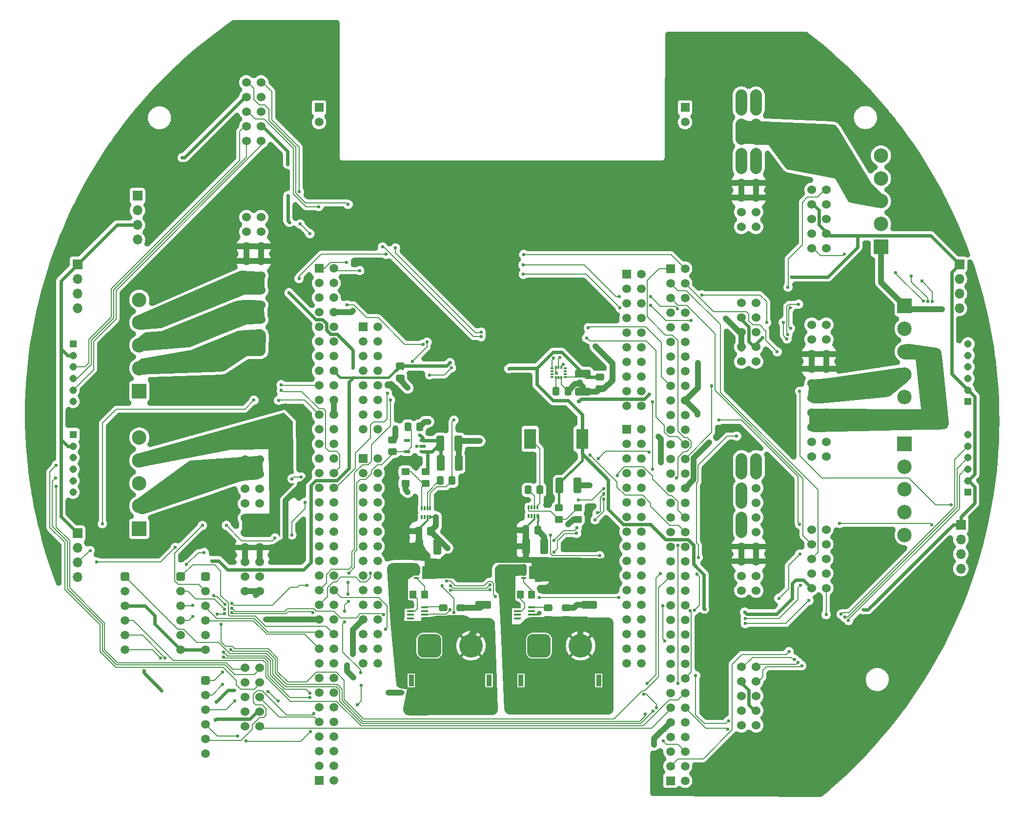
<source format=gtl>
%TF.GenerationSoftware,KiCad,Pcbnew,8.0.6*%
%TF.CreationDate,2024-11-14T20:58:14+01:00*%
%TF.ProjectId,Mainboard,4d61696e-626f-4617-9264-2e6b69636164,rev?*%
%TF.SameCoordinates,Original*%
%TF.FileFunction,Copper,L1,Top*%
%TF.FilePolarity,Positive*%
%FSLAX46Y46*%
G04 Gerber Fmt 4.6, Leading zero omitted, Abs format (unit mm)*
G04 Created by KiCad (PCBNEW 8.0.6) date 2024-11-14 20:58:14*
%MOMM*%
%LPD*%
G01*
G04 APERTURE LIST*
G04 Aperture macros list*
%AMRoundRect*
0 Rectangle with rounded corners*
0 $1 Rounding radius*
0 $2 $3 $4 $5 $6 $7 $8 $9 X,Y pos of 4 corners*
0 Add a 4 corners polygon primitive as box body*
4,1,4,$2,$3,$4,$5,$6,$7,$8,$9,$2,$3,0*
0 Add four circle primitives for the rounded corners*
1,1,$1+$1,$2,$3*
1,1,$1+$1,$4,$5*
1,1,$1+$1,$6,$7*
1,1,$1+$1,$8,$9*
0 Add four rect primitives between the rounded corners*
20,1,$1+$1,$2,$3,$4,$5,0*
20,1,$1+$1,$4,$5,$6,$7,0*
20,1,$1+$1,$6,$7,$8,$9,0*
20,1,$1+$1,$8,$9,$2,$3,0*%
G04 Aperture macros list end*
%TA.AperFunction,SMDPad,CuDef*%
%ADD10RoundRect,0.250000X0.412500X1.100000X-0.412500X1.100000X-0.412500X-1.100000X0.412500X-1.100000X0*%
%TD*%
%TA.AperFunction,SMDPad,CuDef*%
%ADD11RoundRect,0.250000X-0.412500X-1.100000X0.412500X-1.100000X0.412500X1.100000X-0.412500X1.100000X0*%
%TD*%
%TA.AperFunction,ComponentPad*%
%ADD12C,1.530000*%
%TD*%
%TA.AperFunction,SMDPad,CuDef*%
%ADD13RoundRect,0.250000X0.450000X-0.350000X0.450000X0.350000X-0.450000X0.350000X-0.450000X-0.350000X0*%
%TD*%
%TA.AperFunction,ComponentPad*%
%ADD14R,2.500000X2.500000*%
%TD*%
%TA.AperFunction,ComponentPad*%
%ADD15C,2.500000*%
%TD*%
%TA.AperFunction,SMDPad,CuDef*%
%ADD16RoundRect,0.250000X0.350000X0.450000X-0.350000X0.450000X-0.350000X-0.450000X0.350000X-0.450000X0*%
%TD*%
%TA.AperFunction,SMDPad,CuDef*%
%ADD17RoundRect,0.250000X-0.337500X-0.475000X0.337500X-0.475000X0.337500X0.475000X-0.337500X0.475000X0*%
%TD*%
%TA.AperFunction,SMDPad,CuDef*%
%ADD18RoundRect,0.250000X0.475000X-0.337500X0.475000X0.337500X-0.475000X0.337500X-0.475000X-0.337500X0*%
%TD*%
%TA.AperFunction,SMDPad,CuDef*%
%ADD19R,2.000000X3.500000*%
%TD*%
%TA.AperFunction,SMDPad,CuDef*%
%ADD20RoundRect,0.250000X-0.475000X0.337500X-0.475000X-0.337500X0.475000X-0.337500X0.475000X0.337500X0*%
%TD*%
%TA.AperFunction,SMDPad,CuDef*%
%ADD21RoundRect,0.250000X-1.100000X0.412500X-1.100000X-0.412500X1.100000X-0.412500X1.100000X0.412500X0*%
%TD*%
%TA.AperFunction,ComponentPad*%
%ADD22RoundRect,0.380000X-0.380000X0.380000X-0.380000X-0.380000X0.380000X-0.380000X0.380000X0.380000X0*%
%TD*%
%TA.AperFunction,ComponentPad*%
%ADD23C,1.520000*%
%TD*%
%TA.AperFunction,SMDPad,CuDef*%
%ADD24R,0.575000X0.350000*%
%TD*%
%TA.AperFunction,SMDPad,CuDef*%
%ADD25R,0.350000X0.575000*%
%TD*%
%TA.AperFunction,SMDPad,CuDef*%
%ADD26RoundRect,0.250000X0.337500X0.475000X-0.337500X0.475000X-0.337500X-0.475000X0.337500X-0.475000X0*%
%TD*%
%TA.AperFunction,SMDPad,CuDef*%
%ADD27R,0.830000X0.400000*%
%TD*%
%TA.AperFunction,SMDPad,CuDef*%
%ADD28R,0.620000X0.400000*%
%TD*%
%TA.AperFunction,SMDPad,CuDef*%
%ADD29R,1.850000X2.250000*%
%TD*%
%TA.AperFunction,SMDPad,CuDef*%
%ADD30R,0.130000X0.050000*%
%TD*%
%TA.AperFunction,SMDPad,CuDef*%
%ADD31RoundRect,0.250000X1.100000X-0.412500X1.100000X0.412500X-1.100000X0.412500X-1.100000X-0.412500X0*%
%TD*%
%TA.AperFunction,SMDPad,CuDef*%
%ADD32R,0.997699X0.508000*%
%TD*%
%TA.AperFunction,ComponentPad*%
%ADD33R,1.700000X1.700000*%
%TD*%
%TA.AperFunction,ComponentPad*%
%ADD34O,1.700000X1.700000*%
%TD*%
%TA.AperFunction,SMDPad,CuDef*%
%ADD35R,0.300000X0.670000*%
%TD*%
%TA.AperFunction,SMDPad,CuDef*%
%ADD36R,1.200000X0.450000*%
%TD*%
%TA.AperFunction,ComponentPad*%
%ADD37R,1.508000X1.508000*%
%TD*%
%TA.AperFunction,ComponentPad*%
%ADD38C,1.508000*%
%TD*%
%TA.AperFunction,ComponentPad*%
%ADD39R,1.308000X1.308000*%
%TD*%
%TA.AperFunction,ComponentPad*%
%ADD40C,1.308000*%
%TD*%
%TA.AperFunction,ComponentPad*%
%ADD41R,0.900000X2.000000*%
%TD*%
%TA.AperFunction,ComponentPad*%
%ADD42RoundRect,1.025000X-1.025000X-1.025000X1.025000X-1.025000X1.025000X1.025000X-1.025000X1.025000X0*%
%TD*%
%TA.AperFunction,ComponentPad*%
%ADD43C,4.100000*%
%TD*%
%TA.AperFunction,ViaPad*%
%ADD44C,0.800000*%
%TD*%
%TA.AperFunction,ViaPad*%
%ADD45C,0.600000*%
%TD*%
%TA.AperFunction,ViaPad*%
%ADD46C,1.000000*%
%TD*%
%TA.AperFunction,Conductor*%
%ADD47C,0.200000*%
%TD*%
%TA.AperFunction,Conductor*%
%ADD48C,1.000000*%
%TD*%
%TA.AperFunction,Conductor*%
%ADD49C,0.300000*%
%TD*%
%TA.AperFunction,Conductor*%
%ADD50C,0.600000*%
%TD*%
%TA.AperFunction,Conductor*%
%ADD51C,0.400000*%
%TD*%
%TA.AperFunction,Conductor*%
%ADD52C,2.000000*%
%TD*%
%ADD53C,0.350000*%
%ADD54C,0.300000*%
%ADD55O,0.600000X1.700000*%
G04 APERTURE END LIST*
D10*
%TO.P,C23,1*%
%TO.N,GND*%
X198022500Y-139840000D03*
%TO.P,C23,2*%
%TO.N,3.3V*%
X194897500Y-139840000D03*
%TD*%
D11*
%TO.P,C13,1*%
%TO.N,5V*%
X174235000Y-132490000D03*
%TO.P,C13,2*%
%TO.N,GND*%
X177360000Y-132490000D03*
%TD*%
D12*
%TO.P,J4,1,1*%
%TO.N,/SEN0374_INT*%
X238600000Y-147468000D03*
%TO.P,J4,2,2*%
%TO.N,/SEN0374_Boot*%
X241140000Y-147468000D03*
%TO.P,J4,3,3*%
%TO.N,/SEN0374_SDA*%
X238600000Y-150008000D03*
%TO.P,J4,4,4*%
%TO.N,/SEN0374_PS1*%
X241140000Y-150008000D03*
%TO.P,J4,5,5*%
%TO.N,/SEN0374_SCL*%
X238600000Y-152548000D03*
%TO.P,J4,6,6*%
%TO.N,/SEN0374_PS2*%
X241140000Y-152548000D03*
%TO.P,J4,7,7*%
%TO.N,GND*%
X238600000Y-155088000D03*
%TO.P,J4,8,8*%
%TO.N,/SEN0374_BL-IND*%
X241140000Y-155088000D03*
%TO.P,J4,9,9*%
%TO.N,3.3V*%
X238600000Y-157628000D03*
%TO.P,J4,10,10*%
%TO.N,/SEN0374_RST*%
X241140000Y-157628000D03*
%TD*%
D13*
%TO.P,R4,1,1*%
%TO.N,GND*%
X168160000Y-139440000D03*
%TO.P,R4,2,2*%
%TO.N,Net-(IC7-FB)*%
X168160000Y-137440000D03*
%TD*%
D14*
%TO.P,J16,1,1*%
%TO.N,GND*%
X250650000Y-98390000D03*
D15*
%TO.P,J16,2,2*%
%TO.N,/M5_OUT1*%
X250650000Y-94430000D03*
%TO.P,J16,3,3*%
%TO.N,/M5_OUT2*%
X250650000Y-90470000D03*
%TO.P,J16,4,4*%
%TO.N,/M5_OUT3*%
X250650000Y-86510000D03*
%TO.P,J16,5,5*%
%TO.N,GND*%
X250650000Y-82550000D03*
%TD*%
D16*
%TO.P,R1,1*%
%TO.N,Net-(Q1-G)*%
X190050000Y-158780000D03*
%TO.P,R1,2*%
%TO.N,Net-(IC1-GATE)*%
X188050000Y-158780000D03*
%TD*%
D17*
%TO.P,C6,1*%
%TO.N,24V*%
X170472500Y-147790000D03*
%TO.P,C6,2*%
%TO.N,GND*%
X172547500Y-147790000D03*
%TD*%
D18*
%TO.P,C2,1*%
%TO.N,/24V_2*%
X177760000Y-163122500D03*
%TO.P,C2,2*%
%TO.N,GND*%
X177760000Y-161047500D03*
%TD*%
D16*
%TO.P,R2,1*%
%TO.N,Net-(Q2-G)*%
X171490000Y-158780000D03*
%TO.P,R2,2*%
%TO.N,Net-(IC2-GATE)*%
X169490000Y-158780000D03*
%TD*%
D12*
%TO.P,J20,1,1*%
%TO.N,/M4_OUT1*%
X229000000Y-135190000D03*
%TO.P,J20,2,2*%
X226460000Y-135190000D03*
%TO.P,J20,3,3*%
X229000000Y-137730000D03*
%TO.P,J20,4,4*%
X226460000Y-137730000D03*
%TO.P,J20,5,5*%
%TO.N,/M4_OUT2*%
X229000000Y-140270000D03*
%TO.P,J20,6,6*%
X226460000Y-140270000D03*
%TO.P,J20,7,7*%
X229000000Y-142810000D03*
%TO.P,J20,8,8*%
X226460000Y-142810000D03*
%TO.P,J20,9,9*%
%TO.N,/M4_OUT3*%
X229000000Y-145350000D03*
%TO.P,J20,10,10*%
X226460000Y-145350000D03*
%TO.P,J20,11,11*%
X229000000Y-147890000D03*
%TO.P,J20,12,12*%
X226460000Y-147890000D03*
%TO.P,J20,13,13*%
%TO.N,24V*%
X229000000Y-150430000D03*
%TO.P,J20,14,14*%
X226460000Y-150430000D03*
%TO.P,J20,15,15*%
X229000000Y-152970000D03*
%TO.P,J20,16,16*%
X226460000Y-152970000D03*
%TO.P,J20,17,17*%
%TO.N,GND*%
X229000000Y-155510000D03*
%TO.P,J20,18,18*%
X226460000Y-155510000D03*
%TO.P,J20,19,19*%
X229000000Y-158050000D03*
%TO.P,J20,20,20*%
X226460000Y-158050000D03*
%TO.P,J20,21,21*%
%TO.N,/M4_H2*%
X229000000Y-171290000D03*
%TO.P,J20,22,22*%
%TO.N,/M4_H3*%
X226460000Y-171290000D03*
%TO.P,J20,23,23*%
%TO.N,/M4_H1*%
X229000000Y-173830000D03*
%TO.P,J20,24,24*%
%TO.N,5V*%
X226460000Y-173830000D03*
%TO.P,J20,25,25*%
%TO.N,/M4_RX*%
X229000000Y-176370000D03*
%TO.P,J20,26,26*%
%TO.N,GND*%
X226460000Y-176370000D03*
%TO.P,J20,27,27*%
%TO.N,5V*%
X229000000Y-178910000D03*
%TO.P,J20,28,28*%
%TO.N,GND*%
X226460000Y-178910000D03*
%TO.P,J20,29,29*%
%TO.N,/M4_TX*%
X229000000Y-181450000D03*
%TO.P,J20,30,30*%
%TO.N,/M4_PWM*%
X226460000Y-181450000D03*
%TD*%
D13*
%TO.P,R3,1,1*%
%TO.N,Net-(IC7-FB)*%
X171660000Y-139440000D03*
%TO.P,R3,2,2*%
%TO.N,5V*%
X171660000Y-137440000D03*
%TD*%
D18*
%TO.P,C1,1*%
%TO.N,/24V_1*%
X196080000Y-163122500D03*
%TO.P,C1,2*%
%TO.N,GND*%
X196080000Y-161047500D03*
%TD*%
D17*
%TO.P,C10,1*%
%TO.N,24V*%
X189045000Y-147610000D03*
%TO.P,C10,2*%
%TO.N,GND*%
X191120000Y-147610000D03*
%TD*%
D12*
%TO.P,J22,1,1*%
%TO.N,/M1_OUT1*%
X140575000Y-116125000D03*
%TO.P,J22,2,2*%
X143115000Y-116125000D03*
%TO.P,J22,3,3*%
X140575000Y-113585000D03*
%TO.P,J22,4,4*%
X143115000Y-113585000D03*
%TO.P,J22,5,5*%
%TO.N,/M1_OUT2*%
X140575000Y-111045000D03*
%TO.P,J22,6,6*%
X143115000Y-111045000D03*
%TO.P,J22,7,7*%
X140575000Y-108505000D03*
%TO.P,J22,8,8*%
X143115000Y-108505000D03*
%TO.P,J22,9,9*%
%TO.N,/M1_OUT3*%
X140575000Y-105965000D03*
%TO.P,J22,10,10*%
X143115000Y-105965000D03*
%TO.P,J22,11,11*%
X140575000Y-103425000D03*
%TO.P,J22,12,12*%
X143115000Y-103425000D03*
%TO.P,J22,13,13*%
%TO.N,24V*%
X140575000Y-100885000D03*
%TO.P,J22,14,14*%
X143115000Y-100885000D03*
%TO.P,J22,15,15*%
X140575000Y-98345000D03*
%TO.P,J22,16,16*%
X143115000Y-98345000D03*
%TO.P,J22,17,17*%
%TO.N,GND*%
X140575000Y-95805000D03*
%TO.P,J22,18,18*%
X143115000Y-95805000D03*
%TO.P,J22,19,19*%
X140575000Y-93265000D03*
%TO.P,J22,20,20*%
X143115000Y-93265000D03*
%TO.P,J22,21,21*%
%TO.N,/M1_H2*%
X140575000Y-80025000D03*
%TO.P,J22,22,22*%
%TO.N,/M1_H3*%
X143115000Y-80025000D03*
%TO.P,J22,23,23*%
%TO.N,/M1_H1*%
X140575000Y-77485000D03*
%TO.P,J22,24,24*%
%TO.N,5V*%
X143115000Y-77485000D03*
%TO.P,J22,25,25*%
%TO.N,/M1_RX*%
X140575000Y-74945000D03*
%TO.P,J22,26,26*%
%TO.N,GND*%
X143115000Y-74945000D03*
%TO.P,J22,27,27*%
%TO.N,5V*%
X140575000Y-72405000D03*
%TO.P,J22,28,28*%
%TO.N,GND*%
X143115000Y-72405000D03*
%TO.P,J22,29,29*%
%TO.N,/M1_TX*%
X140575000Y-69865000D03*
%TO.P,J22,30,30*%
%TO.N,/M1_PWM*%
X143115000Y-69865000D03*
%TD*%
D19*
%TO.P,L2,1,1*%
%TO.N,Net-(IC6-SW)*%
X189810000Y-131740000D03*
%TO.P,L2,2,2*%
%TO.N,3.3V*%
X198810000Y-131740000D03*
%TD*%
D17*
%TO.P,C26,1*%
%TO.N,VDD_IO*%
X194287500Y-123450000D03*
%TO.P,C26,2*%
%TO.N,GND*%
X196362500Y-123450000D03*
%TD*%
D18*
%TO.P,C43,1*%
%TO.N,2.8V*%
X165900000Y-133975000D03*
%TO.P,C43,2*%
%TO.N,GND*%
X165900000Y-131900000D03*
%TD*%
D12*
%TO.P,J19,1,1*%
%TO.N,/M3_OUT1*%
X142880000Y-135350000D03*
%TO.P,J19,2,2*%
X140340000Y-135350000D03*
%TO.P,J19,3,3*%
X142880000Y-137890000D03*
%TO.P,J19,4,4*%
X140340000Y-137890000D03*
%TO.P,J19,5,5*%
%TO.N,/M3_OUT2*%
X142880000Y-140430000D03*
%TO.P,J19,6,6*%
X140340000Y-140430000D03*
%TO.P,J19,7,7*%
X142880000Y-142970000D03*
%TO.P,J19,8,8*%
X140340000Y-142970000D03*
%TO.P,J19,9,9*%
%TO.N,/M3_OUT3*%
X142880000Y-145510000D03*
%TO.P,J19,10,10*%
X140340000Y-145510000D03*
%TO.P,J19,11,11*%
X142880000Y-148050000D03*
%TO.P,J19,12,12*%
X140340000Y-148050000D03*
%TO.P,J19,13,13*%
%TO.N,24V*%
X142880000Y-150590000D03*
%TO.P,J19,14,14*%
X140340000Y-150590000D03*
%TO.P,J19,15,15*%
X142880000Y-153130000D03*
%TO.P,J19,16,16*%
X140340000Y-153130000D03*
%TO.P,J19,17,17*%
%TO.N,GND*%
X142880000Y-155670000D03*
%TO.P,J19,18,18*%
X140340000Y-155670000D03*
%TO.P,J19,19,19*%
X142880000Y-158210000D03*
%TO.P,J19,20,20*%
X140340000Y-158210000D03*
%TO.P,J19,21,21*%
%TO.N,/M3_H2*%
X142880000Y-171450000D03*
%TO.P,J19,22,22*%
%TO.N,/M3_H3*%
X140340000Y-171450000D03*
%TO.P,J19,23,23*%
%TO.N,/M3_H1*%
X142880000Y-173990000D03*
%TO.P,J19,24,24*%
%TO.N,5V*%
X140340000Y-173990000D03*
%TO.P,J19,25,25*%
%TO.N,/M3_RX*%
X142880000Y-176530000D03*
%TO.P,J19,26,26*%
%TO.N,GND*%
X140340000Y-176530000D03*
%TO.P,J19,27,27*%
%TO.N,5V*%
X142880000Y-179070000D03*
%TO.P,J19,28,28*%
%TO.N,GND*%
X140340000Y-179070000D03*
%TO.P,J19,29,29*%
%TO.N,/M3_TX*%
X142880000Y-181610000D03*
%TO.P,J19,30,30*%
%TO.N,/M3_PWM*%
X140340000Y-181610000D03*
%TD*%
D20*
%TO.P,C12,1*%
%TO.N,3.3V*%
X167230000Y-119082500D03*
%TO.P,C12,2*%
%TO.N,GND*%
X167230000Y-121157500D03*
%TD*%
D21*
%TO.P,C24,1*%
%TO.N,3.3V*%
X198900000Y-120412500D03*
%TO.P,C24,2*%
%TO.N,GND*%
X198900000Y-123537500D03*
%TD*%
D18*
%TO.P,C4,1*%
%TO.N,/24V_2*%
X174670000Y-163122500D03*
%TO.P,C4,2*%
%TO.N,Net-(IC2-VCAP)*%
X174670000Y-161047500D03*
%TD*%
D22*
%TO.P,J3,1,1*%
%TO.N,/VL6180_IO1*%
X133460000Y-173627500D03*
D23*
%TO.P,J3,2,2*%
%TO.N,/VL6180_IO0*%
X133460000Y-176167500D03*
%TO.P,J3,3,3*%
%TO.N,/VL6180_SCL*%
X133460000Y-178707500D03*
%TO.P,J3,4,4*%
%TO.N,/VL6180_SDA*%
X133460000Y-181247500D03*
%TO.P,J3,5,5*%
%TO.N,2.8V*%
X133460000Y-183787500D03*
%TO.P,J3,6,6*%
%TO.N,GND*%
X133460000Y-186327500D03*
%TD*%
D24*
%TO.P,IC3,1,SAO*%
%TO.N,WSENS_SAO*%
X193562000Y-119462000D03*
%TO.P,IC3,2,RSVD_1*%
%TO.N,unconnected-(IC3-RSVD_1-Pad2)*%
X193562000Y-119962000D03*
%TO.P,IC3,3,RSVD_2*%
%TO.N,unconnected-(IC3-RSVD_2-Pad3)*%
X193562000Y-120462000D03*
%TO.P,IC3,4,INT_0*%
%TO.N,unconnected-(IC3-INT_0-Pad4)*%
X193562000Y-120962000D03*
D25*
%TO.P,IC3,5,VDD_IO*%
%TO.N,VDD_IO*%
X194225000Y-121124000D03*
%TO.P,IC3,6,GND_1*%
%TO.N,GND*%
X194725000Y-121124000D03*
%TO.P,IC3,7,GND_2*%
X195225000Y-121124000D03*
D24*
%TO.P,IC3,8,VDD*%
%TO.N,3.3V*%
X195888000Y-120962000D03*
%TO.P,IC3,9,INT_1*%
%TO.N,unconnected-(IC3-INT_1-Pad9)*%
X195888000Y-120462000D03*
%TO.P,IC3,10,RSVD_3*%
%TO.N,unconnected-(IC3-RSVD_3-Pad10)*%
X195888000Y-119962000D03*
%TO.P,IC3,11,RSVD_4*%
%TO.N,unconnected-(IC3-RSVD_4-Pad11)*%
X195888000Y-119462000D03*
D25*
%TO.P,IC3,12,CS*%
%TO.N,WSENS_CS*%
X195225000Y-119300000D03*
%TO.P,IC3,13,SCL*%
%TO.N,WSENS_SCL*%
X194725000Y-119300000D03*
%TO.P,IC3,14,SDA*%
%TO.N,WSENS_SDA*%
X194225000Y-119300000D03*
%TD*%
D26*
%TO.P,C22,1*%
%TO.N,Net-(IC6-SW)*%
X191510000Y-140590000D03*
%TO.P,C22,2*%
%TO.N,Net-(IC6-BST)*%
X189435000Y-140590000D03*
%TD*%
D11*
%TO.P,C9,1*%
%TO.N,24V*%
X170535000Y-150500000D03*
%TO.P,C9,2*%
%TO.N,GND*%
X173660000Y-150500000D03*
%TD*%
D27*
%TO.P,Q1,1,S_1*%
%TO.N,/24V_1*%
X188641000Y-153960000D03*
%TO.P,Q1,2,S_2*%
X188641000Y-154610000D03*
%TO.P,Q1,3,S_3*%
X188641000Y-155260000D03*
%TO.P,Q1,4,G*%
%TO.N,Net-(Q1-G)*%
X188641000Y-155910000D03*
D28*
%TO.P,Q1,5,D_1*%
%TO.N,24V*%
X191815000Y-155910000D03*
%TO.P,Q1,6,D_2*%
X191815000Y-155260000D03*
%TO.P,Q1,7,D_3*%
X191815000Y-154610000D03*
%TO.P,Q1,8,D_4*%
X191815000Y-153960000D03*
D29*
%TO.P,Q1,9,D_5*%
X190580000Y-154935000D03*
D30*
%TO.P,Q1,10,D_6*%
X191440000Y-156085000D03*
%TO.P,Q1,11,D_7*%
X191440000Y-153785000D03*
%TD*%
D12*
%TO.P,J18,1,1*%
%TO.N,/M2_OUT1*%
X238630000Y-134780000D03*
%TO.P,J18,2,2*%
X241170000Y-134780000D03*
%TO.P,J18,3,3*%
X238630000Y-132240000D03*
%TO.P,J18,4,4*%
X241170000Y-132240000D03*
%TO.P,J18,5,5*%
%TO.N,/M2_OUT2*%
X238630000Y-129700000D03*
%TO.P,J18,6,6*%
X241170000Y-129700000D03*
%TO.P,J18,7,7*%
X238630000Y-127160000D03*
%TO.P,J18,8,8*%
X241170000Y-127160000D03*
%TO.P,J18,9,9*%
%TO.N,/M2_OUT3*%
X238630000Y-124620000D03*
%TO.P,J18,10,10*%
X241170000Y-124620000D03*
%TO.P,J18,11,11*%
X238630000Y-122080000D03*
%TO.P,J18,12,12*%
X241170000Y-122080000D03*
%TO.P,J18,13,13*%
%TO.N,24V*%
X238630000Y-119540000D03*
%TO.P,J18,14,14*%
X241170000Y-119540000D03*
%TO.P,J18,15,15*%
X238630000Y-117000000D03*
%TO.P,J18,16,16*%
X241170000Y-117000000D03*
%TO.P,J18,17,17*%
%TO.N,GND*%
X238630000Y-114460000D03*
%TO.P,J18,18,18*%
X241170000Y-114460000D03*
%TO.P,J18,19,19*%
X238630000Y-111920000D03*
%TO.P,J18,20,20*%
X241170000Y-111920000D03*
%TO.P,J18,21,21*%
%TO.N,/M2_H2*%
X238630000Y-98680000D03*
%TO.P,J18,22,22*%
%TO.N,/M2_H3*%
X241170000Y-98680000D03*
%TO.P,J18,23,23*%
%TO.N,/M2_H1*%
X238630000Y-96140000D03*
%TO.P,J18,24,24*%
%TO.N,5V*%
X241170000Y-96140000D03*
%TO.P,J18,25,25*%
%TO.N,/M2_RX*%
X238630000Y-93600000D03*
%TO.P,J18,26,26*%
%TO.N,GND*%
X241170000Y-93600000D03*
%TO.P,J18,27,27*%
%TO.N,5V*%
X238630000Y-91060000D03*
%TO.P,J18,28,28*%
%TO.N,GND*%
X241170000Y-91060000D03*
%TO.P,J18,29,29*%
%TO.N,/M2_TX*%
X238630000Y-88520000D03*
%TO.P,J18,30,30*%
%TO.N,/M2_PWM*%
X241170000Y-88520000D03*
%TD*%
D11*
%TO.P,C7,1*%
%TO.N,24V*%
X189127500Y-150360000D03*
%TO.P,C7,2*%
%TO.N,GND*%
X192252500Y-150360000D03*
%TD*%
D31*
%TO.P,C11,1*%
%TO.N,/24V_2*%
X181690000Y-163647500D03*
%TO.P,C11,2*%
%TO.N,GND*%
X181690000Y-160522500D03*
%TD*%
D22*
%TO.P,J24,1,1*%
%TO.N,/VL53L4CD2_SHUT*%
X133460000Y-155640000D03*
D23*
%TO.P,J24,2,2*%
%TO.N,/VL53L4CD2_INT*%
X133460000Y-158180000D03*
%TO.P,J24,3,3*%
%TO.N,/VL53L4CD2_SCL*%
X133460000Y-160720000D03*
%TO.P,J24,4,4*%
%TO.N,/VL53L4CD2_SDA*%
X133460000Y-163260000D03*
%TO.P,J24,5,5*%
%TO.N,GND*%
X133460000Y-165800000D03*
%TO.P,J24,6,6*%
%TO.N,3.3V*%
X133460000Y-168340000D03*
%TD*%
D11*
%TO.P,C28,1*%
%TO.N,5V*%
X174255000Y-135940000D03*
%TO.P,C28,2*%
%TO.N,GND*%
X177380000Y-135940000D03*
%TD*%
D22*
%TO.P,J25,1,1*%
%TO.N,/ADPS-9960_VL*%
X119500000Y-155650000D03*
D23*
%TO.P,J25,2,2*%
%TO.N,GND*%
X119500000Y-158190000D03*
%TO.P,J25,3,3*%
%TO.N,3.3V*%
X119500000Y-160730000D03*
%TO.P,J25,4,4*%
%TO.N,/ADPS-9960_SDA*%
X119500000Y-163270000D03*
%TO.P,J25,5,5*%
%TO.N,/ADPS-9960_SCL*%
X119500000Y-165810000D03*
%TO.P,J25,6,6*%
%TO.N,/ADPS-9960_INT*%
X119500000Y-168350000D03*
%TD*%
D26*
%TO.P,C27,1*%
%TO.N,Net-(IC7-SW)*%
X176255000Y-138990000D03*
%TO.P,C27,2*%
%TO.N,Net-(IC7-BST)*%
X174180000Y-138990000D03*
%TD*%
D20*
%TO.P,C25,1*%
%TO.N,3.3V*%
X201850000Y-120987500D03*
%TO.P,C25,2*%
%TO.N,GND*%
X201850000Y-123062500D03*
%TD*%
D17*
%TO.P,C44,1*%
%TO.N,2.8V*%
X168600000Y-129625000D03*
%TO.P,C44,2*%
%TO.N,GND*%
X170675000Y-129625000D03*
%TD*%
D32*
%TO.P,U2,1,VIN*%
%TO.N,5V*%
X171160351Y-133940001D03*
%TO.P,U2,2,GND*%
%TO.N,GND*%
X171160351Y-132990000D03*
%TO.P,U2,3,EN*%
%TO.N,5V*%
X171160351Y-132039999D03*
%TO.P,U2,4,NC*%
%TO.N,unconnected-(U2-NC-Pad4)*%
X168410049Y-132039999D03*
%TO.P,U2,5,VOUT*%
%TO.N,2.8V*%
X168410049Y-133940001D03*
%TD*%
D33*
%TO.P,J26,1,Pin_1*%
%TO.N,/Rpi_TX*%
X121670000Y-89530000D03*
D34*
%TO.P,J26,2,Pin_2*%
%TO.N,/Rpi_RX*%
X121670000Y-92070000D03*
%TO.P,J26,3,Pin_3*%
%TO.N,5V*%
X121670000Y-94610000D03*
%TO.P,J26,4,Pin_4*%
%TO.N,GND*%
X121670000Y-97150000D03*
%TD*%
D35*
%TO.P,IC6,1,NC_1*%
%TO.N,unconnected-(IC6-NC_1-Pad1)*%
X189527500Y-145130000D03*
%TO.P,IC6,2,EN*%
%TO.N,unconnected-(IC6-EN-Pad2)*%
X190027500Y-145130000D03*
%TO.P,IC6,3,VIN*%
%TO.N,24V*%
X190527500Y-145130000D03*
%TO.P,IC6,4,GND*%
%TO.N,GND*%
X191027500Y-145130000D03*
%TO.P,IC6,5,SW*%
%TO.N,Net-(IC6-SW)*%
X191027500Y-143650000D03*
%TO.P,IC6,6,BST*%
%TO.N,Net-(IC6-BST)*%
X190527500Y-143650000D03*
%TO.P,IC6,7,NC_2*%
%TO.N,unconnected-(IC6-NC_2-Pad7)*%
X190027500Y-143650000D03*
%TO.P,IC6,8,FB*%
%TO.N,Net-(IC6-FB)*%
X189527500Y-143650000D03*
%TD*%
D36*
%TO.P,IC1,1,EN*%
%TO.N,/24V_1*%
X190040000Y-162905000D03*
%TO.P,IC1,2,GND*%
%TO.N,GND*%
X190040000Y-162255000D03*
%TO.P,IC1,3,N.C_1*%
%TO.N,unconnected-(IC1-N.C_1-Pad3)*%
X190040000Y-161605000D03*
%TO.P,IC1,4,VCAP*%
%TO.N,Net-(IC1-VCAP)*%
X190040000Y-160955000D03*
%TO.P,IC1,5,SOURCE*%
%TO.N,/24V_1*%
X187540000Y-160955000D03*
%TO.P,IC1,6,GATE*%
%TO.N,Net-(IC1-GATE)*%
X187540000Y-161605000D03*
%TO.P,IC1,7,N.C_2*%
%TO.N,unconnected-(IC1-N.C_2-Pad7)*%
X187540000Y-162255000D03*
%TO.P,IC1,8,N.C_3*%
%TO.N,unconnected-(IC1-N.C_3-Pad8)*%
X187540000Y-162905000D03*
%TD*%
D22*
%TO.P,J8,1,1*%
%TO.N,/VL53L4CD_SHUT*%
X129166700Y-155668000D03*
D23*
%TO.P,J8,2,2*%
%TO.N,/VL53L4CD_INT*%
X129166700Y-158208000D03*
%TO.P,J8,3,3*%
%TO.N,/VL53L4CD_SCL*%
X129166700Y-160748000D03*
%TO.P,J8,4,4*%
%TO.N,/VL53L4CD_SDA*%
X129166700Y-163288000D03*
%TO.P,J8,5,5*%
%TO.N,GND*%
X129166700Y-165828000D03*
%TO.P,J8,6,6*%
%TO.N,3.3V*%
X129166700Y-168368000D03*
%TD*%
D37*
%TO.P,U1,CN3_1,GND_CN3*%
%TO.N,GND*%
X153168300Y-74210000D03*
D38*
%TO.P,U1,CN3_2,GND_CN3*%
X153168300Y-76750000D03*
D37*
%TO.P,U1,CN4_1,GND_CN4*%
X216668300Y-74210000D03*
D38*
%TO.P,U1,CN4_2,GND_CN4*%
X216668300Y-76750000D03*
D37*
%TO.P,U1,CN7_1,D16/I2S_A_MCK*%
%TO.N,unconnected-(U1E-D16{slash}I2S_A_MCK-PadCN7_1)*%
X206508300Y-103166000D03*
D38*
%TO.P,U1,CN7_2,D15/I2C_A_SCL*%
%TO.N,unconnected-(U1E-D15{slash}I2C_A_SCL-PadCN7_2)*%
X209048300Y-103166000D03*
%TO.P,U1,CN7_3,D17/I2S_A_SD*%
%TO.N,unconnected-(U1E-D17{slash}I2S_A_SD-PadCN7_3)*%
X206508300Y-105706000D03*
%TO.P,U1,CN7_4,D14/I2C_A_SDA*%
%TO.N,unconnected-(U1E-D14{slash}I2C_A_SDA-PadCN7_4)*%
X209048300Y-105706000D03*
%TO.P,U1,CN7_5,D18/I2S_A_CK*%
%TO.N,unconnected-(U1E-D18{slash}I2S_A_CK-PadCN7_5)*%
X206508300Y-108246000D03*
%TO.P,U1,CN7_6,VREFP_CN7*%
%TO.N,unconnected-(U1E-VREFP_CN7-PadCN7_6)*%
X209048300Y-108246000D03*
%TO.P,U1,CN7_7,D19/I2S_A_WS*%
%TO.N,unconnected-(U1E-D19{slash}I2S_A_WS-PadCN7_7)*%
X206508300Y-110786000D03*
%TO.P,U1,CN7_8,GND_CN7*%
%TO.N,GND*%
X209048300Y-110786000D03*
%TO.P,U1,CN7_9,D20/I2S_B_WS*%
%TO.N,unconnected-(U1E-D20{slash}I2S_B_WS-PadCN7_9)*%
X206508300Y-113326000D03*
%TO.P,U1,CN7_10,D13/SPI_A_SCK*%
%TO.N,unconnected-(U1E-D13{slash}SPI_A_SCK-PadCN7_10)*%
X209048300Y-113326000D03*
%TO.P,U1,CN7_11,D21/I2S_B_MCK*%
%TO.N,unconnected-(U1E-D21{slash}I2S_B_MCK-PadCN7_11)*%
X206508300Y-115866000D03*
%TO.P,U1,CN7_12,D12/SPI_A_MISO*%
%TO.N,unconnected-(U1E-D12{slash}SPI_A_MISO-PadCN7_12)*%
X209048300Y-115866000D03*
%TO.P,U1,CN7_13,D22/I2S_B_SD/SPI_B_MOSI*%
%TO.N,unconnected-(U1E-D22{slash}I2S_B_SD{slash}SPI_B_MOSI-PadCN7_13)*%
X206508300Y-118406000D03*
%TO.P,U1,CN7_14,D11/SPI_A_MOSI/TIM_E_PWM1*%
%TO.N,unconnected-(U1E-D11{slash}SPI_A_MOSI{slash}TIM_E_PWM1-PadCN7_14)*%
X209048300Y-118406000D03*
%TO.P,U1,CN7_15,D23/I2S_B_CK/SPI_B_SCK*%
%TO.N,unconnected-(U1E-D23{slash}I2S_B_CK{slash}SPI_B_SCK-PadCN7_15)*%
X206508300Y-120946000D03*
%TO.P,U1,CN7_16,D10/SPI_A_CS/TIM_B_PWM3*%
%TO.N,unconnected-(U1E-D10{slash}SPI_A_CS{slash}TIM_B_PWM3-PadCN7_16)*%
X209048300Y-120946000D03*
%TO.P,U1,CN7_17,D24/SPI_B_NSS*%
%TO.N,unconnected-(U1E-D24{slash}SPI_B_NSS-PadCN7_17)*%
X206508300Y-123486000D03*
%TO.P,U1,CN7_18,D9/TIMER_B_PWM2*%
%TO.N,unconnected-(U1E-D9{slash}TIMER_B_PWM2-PadCN7_18)*%
X209048300Y-123486000D03*
%TO.P,U1,CN7_19,D25/SPI_B_MISO*%
%TO.N,unconnected-(U1E-D25{slash}SPI_B_MISO-PadCN7_19)*%
X206508300Y-126026000D03*
%TO.P,U1,CN7_20,D8/IO*%
%TO.N,unconnected-(U1E-D8{slash}IO-PadCN7_20)*%
X209048300Y-126026000D03*
D37*
%TO.P,U1,CN8_1,NC_CN8*%
%TO.N,unconnected-(U1C-NC_CN8-PadCN8_1)*%
X160788300Y-112310000D03*
D38*
%TO.P,U1,CN8_2,D43/SDMMC_D0*%
%TO.N,unconnected-(U1C-D43{slash}SDMMC_D0-PadCN8_2)*%
X163328300Y-112310000D03*
%TO.P,U1,CN8_3,IOREF_CN8*%
%TO.N,unconnected-(U1C-IOREF_CN8-PadCN8_3)*%
X160788300Y-114850000D03*
%TO.P,U1,CN8_4,D44/SDMMC_D1/I2S_A_CKIN*%
%TO.N,unconnected-(U1C-D44{slash}SDMMC_D1{slash}I2S_A_CKIN-PadCN8_4)*%
X163328300Y-114850000D03*
%TO.P,U1,CN8_5,NRST_CN8*%
%TO.N,unconnected-(U1C-NRST_CN8-PadCN8_5)*%
X160788300Y-117390000D03*
%TO.P,U1,CN8_6,D45/SDMMC_D2*%
%TO.N,unconnected-(U1C-D45{slash}SDMMC_D2-PadCN8_6)*%
X163328300Y-117390000D03*
%TO.P,U1,CN8_7,3V3_CN8*%
%TO.N,unconnected-(U1C-3V3_CN8-PadCN8_7)*%
X160788300Y-119930000D03*
%TO.P,U1,CN8_8,D46/SDMMC_D3*%
%TO.N,unconnected-(U1C-D46{slash}SDMMC_D3-PadCN8_8)*%
X163328300Y-119930000D03*
%TO.P,U1,CN8_9,5V_CN8*%
%TO.N,unconnected-(U1C-5V_CN8-PadCN8_9)*%
X160788300Y-122470000D03*
%TO.P,U1,CN8_10,D47/SDMMC_CK*%
%TO.N,unconnected-(U1C-D47{slash}SDMMC_CK-PadCN8_10)*%
X163328300Y-122470000D03*
%TO.P,U1,CN8_11,GND_CN8*%
%TO.N,GND*%
X160788300Y-125010000D03*
%TO.P,U1,CN8_12,D48/SDMMC_CMD*%
%TO.N,unconnected-(U1C-D48{slash}SDMMC_CMD-PadCN8_12)*%
X163328300Y-125010000D03*
%TO.P,U1,CN8_13,GND_CN8*%
%TO.N,GND*%
X160788300Y-127550000D03*
%TO.P,U1,CN8_14,D49/IO*%
%TO.N,unconnected-(U1C-D49{slash}IO-PadCN8_14)*%
X163328300Y-127550000D03*
%TO.P,U1,CN8_15,VIN_CN8*%
%TO.N,unconnected-(U1C-VIN_CN8-PadCN8_15)*%
X160788300Y-130090000D03*
%TO.P,U1,CN8_16,D50/IO*%
%TO.N,unconnected-(U1C-D50{slash}IO-PadCN8_16)*%
X163328300Y-130090000D03*
D37*
%TO.P,U1,CN9_1,A0/ADC12_INP15*%
%TO.N,unconnected-(U1D-A0{slash}ADC12_INP15-PadCN9_1)*%
X160788300Y-135170000D03*
D38*
%TO.P,U1,CN9_2,D51/USART_B_SCLK*%
%TO.N,unconnected-(U1D-D51{slash}USART_B_SCLK-PadCN9_2)*%
X163328300Y-135170000D03*
%TO.P,U1,CN9_3,A1/ADC123_INP10*%
%TO.N,unconnected-(U1D-A1{slash}ADC123_INP10-PadCN9_3)*%
X160788300Y-137710000D03*
%TO.P,U1,CN9_4,D52/USART_B_RX*%
%TO.N,unconnected-(U1D-D52{slash}USART_B_RX-PadCN9_4)*%
X163328300Y-137710000D03*
%TO.P,U1,CN9_5,A2/ADC12_INP13*%
%TO.N,unconnected-(U1D-A2{slash}ADC12_INP13-PadCN9_5)*%
X160788300Y-140250000D03*
%TO.P,U1,CN9_6,D53/USART_B_TX*%
%TO.N,unconnected-(U1D-D53{slash}USART_B_TX-PadCN9_6)*%
X163328300Y-140250000D03*
%TO.P,U1,CN9_7,A3/ADC12_INP5*%
%TO.N,unconnected-(U1D-A3{slash}ADC12_INP5-PadCN9_7)*%
X160788300Y-142790000D03*
%TO.P,U1,CN9_8,D54/USART_B_RTS*%
%TO.N,unconnected-(U1D-D54{slash}USART_B_RTS-PadCN9_8)*%
X163328300Y-142790000D03*
%TO.P,U1,CN9_9,A4/ADC123_INP12/I2C1_SDA*%
%TO.N,unconnected-(U1D-A4{slash}ADC123_INP12{slash}I2C1_SDA-PadCN9_9)*%
X160788300Y-145330000D03*
%TO.P,U1,CN9_10,D55/USART_B_CTS*%
%TO.N,unconnected-(U1D-D55{slash}USART_B_CTS-PadCN9_10)*%
X163328300Y-145330000D03*
%TO.P,U1,CN9_11,A5/ADC3_INP6/I2C1_SCL*%
%TO.N,unconnected-(U1D-A5{slash}ADC3_INP6{slash}I2C1_SCL-PadCN9_11)*%
X160788300Y-147870000D03*
%TO.P,U1,CN9_12,GND_CN9*%
%TO.N,GND*%
X163328300Y-147870000D03*
%TO.P,U1,CN9_13,D72/COMP1_INP*%
%TO.N,unconnected-(U1D-D72{slash}COMP1_INP-PadCN9_13)*%
X160788300Y-150410000D03*
%TO.P,U1,CN9_14,D56/SAI_A_MCLK*%
%TO.N,unconnected-(U1D-D56{slash}SAI_A_MCLK-PadCN9_14)*%
X163328300Y-150410000D03*
%TO.P,U1,CN9_15,D71/COMP2_INP*%
%TO.N,unconnected-(U1D-D71{slash}COMP2_INP-PadCN9_15)*%
X160788300Y-152950000D03*
%TO.P,U1,CN9_16,D57/SAI_A_FS*%
%TO.N,unconnected-(U1D-D57{slash}SAI_A_FS-PadCN9_16)*%
X163328300Y-152950000D03*
%TO.P,U1,CN9_17,D70/I2C_B_SMBA*%
%TO.N,unconnected-(U1D-D70{slash}I2C_B_SMBA-PadCN9_17)*%
X160788300Y-155490000D03*
%TO.P,U1,CN9_18,D58/SAI_A_SCK*%
%TO.N,unconnected-(U1D-D58{slash}SAI_A_SCK-PadCN9_18)*%
X163328300Y-155490000D03*
%TO.P,U1,CN9_19,D69/I2C_B_SCL*%
%TO.N,unconnected-(U1D-D69{slash}I2C_B_SCL-PadCN9_19)*%
X160788300Y-158030000D03*
%TO.P,U1,CN9_20,D59/SAI_A_SD*%
%TO.N,unconnected-(U1D-D59{slash}SAI_A_SD-PadCN9_20)*%
X163328300Y-158030000D03*
%TO.P,U1,CN9_21,D68/I2C_B_SDA*%
%TO.N,unconnected-(U1D-D68{slash}I2C_B_SDA-PadCN9_21)*%
X160788300Y-160570000D03*
%TO.P,U1,CN9_22,D60/SAI_B_SD*%
%TO.N,unconnected-(U1D-D60{slash}SAI_B_SD-PadCN9_22)*%
X163328300Y-160570000D03*
%TO.P,U1,CN9_23,GND_CN9*%
%TO.N,GND*%
X160788300Y-163110000D03*
%TO.P,U1,CN9_24,D61/SAI_B_SCK*%
%TO.N,unconnected-(U1D-D61{slash}SAI_B_SCK-PadCN9_24)*%
X163328300Y-163110000D03*
%TO.P,U1,CN9_25,D67/CAN_RX*%
%TO.N,unconnected-(U1D-D67{slash}CAN_RX-PadCN9_25)*%
X160788300Y-165650000D03*
%TO.P,U1,CN9_26,D62/SAI_B_MCLK*%
%TO.N,unconnected-(U1D-D62{slash}SAI_B_MCLK-PadCN9_26)*%
X163328300Y-165650000D03*
%TO.P,U1,CN9_27,D66/CAN_TX*%
%TO.N,unconnected-(U1D-D66{slash}CAN_TX-PadCN9_27)*%
X160788300Y-168190000D03*
%TO.P,U1,CN9_28,D63/SAI_B_FS*%
%TO.N,unconnected-(U1D-D63{slash}SAI_B_FS-PadCN9_28)*%
X163328300Y-168190000D03*
%TO.P,U1,CN9_29,D65/IO*%
%TO.N,unconnected-(U1D-D65{slash}IO-PadCN9_29)*%
X160788300Y-170730000D03*
%TO.P,U1,CN9_30,D64/IO*%
%TO.N,unconnected-(U1D-D64{slash}IO-PadCN9_30)*%
X163328300Y-170730000D03*
D37*
%TO.P,U1,CN10_1,AVDD*%
%TO.N,unconnected-(U1F-AVDD-PadCN10_1)*%
X206508300Y-130090000D03*
D38*
%TO.P,U1,CN10_2,D7/IO*%
%TO.N,unconnected-(U1F-D7{slash}IO-PadCN10_2)*%
X209048300Y-130090000D03*
%TO.P,U1,CN10_3,AGND_CN10*%
%TO.N,unconnected-(U1F-AGND_CN10-PadCN10_3)*%
X206508300Y-132630000D03*
%TO.P,U1,CN10_4,D6/TIMER_A_PWM1*%
%TO.N,unconnected-(U1F-D6{slash}TIMER_A_PWM1-PadCN10_4)*%
X209048300Y-132630000D03*
%TO.P,U1,CN10_5,GND_CN10*%
%TO.N,GND*%
X206508300Y-135170000D03*
%TO.P,U1,CN10_6,D5/TIMER_A_PWM2*%
%TO.N,unconnected-(U1F-D5{slash}TIMER_A_PWM2-PadCN10_6)*%
X209048300Y-135170000D03*
%TO.P,U1,CN10_7,A6/ADC_A_IN*%
%TO.N,unconnected-(U1F-A6{slash}ADC_A_IN-PadCN10_7)*%
X206508300Y-137710000D03*
%TO.P,U1,CN10_8,D4/IO*%
%TO.N,unconnected-(U1F-D4{slash}IO-PadCN10_8)*%
X209048300Y-137710000D03*
%TO.P,U1,CN10_9,A7/ADC_B_IN*%
%TO.N,unconnected-(U1F-A7{slash}ADC_B_IN-PadCN10_9)*%
X206508300Y-140250000D03*
%TO.P,U1,CN10_10,D3/TIMER_A_PWM3*%
%TO.N,unconnected-(U1F-D3{slash}TIMER_A_PWM3-PadCN10_10)*%
X209048300Y-140250000D03*
%TO.P,U1,CN10_11,A8/ADC_C_IN*%
%TO.N,unconnected-(U1F-A8{slash}ADC_C_IN-PadCN10_11)*%
X206508300Y-142790000D03*
%TO.P,U1,CN10_12,D2/IO*%
%TO.N,unconnected-(U1F-D2{slash}IO-PadCN10_12)*%
X209048300Y-142790000D03*
%TO.P,U1,CN10_13,D26/QSPI_CS*%
%TO.N,unconnected-(U1F-D26{slash}QSPI_CS-PadCN10_13)*%
X206508300Y-145330000D03*
%TO.P,U1,CN10_14,D1/USART_A_TX*%
%TO.N,unconnected-(U1F-D1{slash}USART_A_TX-PadCN10_14)*%
X209048300Y-145330000D03*
%TO.P,U1,CN10_15,D27/QSPI_CLK*%
%TO.N,unconnected-(U1F-D27{slash}QSPI_CLK-PadCN10_15)*%
X206508300Y-147870000D03*
%TO.P,U1,CN10_16,D0/USART_A_RX*%
%TO.N,unconnected-(U1F-D0{slash}USART_A_RX-PadCN10_16)*%
X209048300Y-147870000D03*
%TO.P,U1,CN10_17,GND_CN10*%
%TO.N,GND*%
X206508300Y-150410000D03*
%TO.P,U1,CN10_18,D42/TIMER_A_PWM1N*%
%TO.N,unconnected-(U1F-D42{slash}TIMER_A_PWM1N-PadCN10_18)*%
X209048300Y-150410000D03*
%TO.P,U1,CN10_19,D28/QSPI_BK1_IO3*%
%TO.N,unconnected-(U1F-D28{slash}QSPI_BK1_IO3-PadCN10_19)*%
X206508300Y-152950000D03*
%TO.P,U1,CN10_20,D41/TIMER_A_ETR*%
%TO.N,unconnected-(U1F-D41{slash}TIMER_A_ETR-PadCN10_20)*%
X209048300Y-152950000D03*
%TO.P,U1,CN10_21,D29/QSPI_BK1_IO1*%
%TO.N,unconnected-(U1F-D29{slash}QSPI_BK1_IO1-PadCN10_21)*%
X206508300Y-155490000D03*
%TO.P,U1,CN10_22,GND_CN10*%
%TO.N,GND*%
X209048300Y-155490000D03*
%TO.P,U1,CN10_23,D30/QSPI_BK1_IO0*%
%TO.N,unconnected-(U1F-D30{slash}QSPI_BK1_IO0-PadCN10_23)*%
X206508300Y-158030000D03*
%TO.P,U1,CN10_24,D40/TIMER_A_PWM2N*%
%TO.N,unconnected-(U1F-D40{slash}TIMER_A_PWM2N-PadCN10_24)*%
X209048300Y-158030000D03*
%TO.P,U1,CN10_25,D31/QSPI_BK1_IO2*%
%TO.N,unconnected-(U1F-D31{slash}QSPI_BK1_IO2-PadCN10_25)*%
X206508300Y-160570000D03*
%TO.P,U1,CN10_26,D39/TIMER_A_PWM3N*%
%TO.N,unconnected-(U1F-D39{slash}TIMER_A_PWM3N-PadCN10_26)*%
X209048300Y-160570000D03*
%TO.P,U1,CN10_27,GND_CN10*%
%TO.N,GND*%
X206508300Y-163110000D03*
%TO.P,U1,CN10_28,D38/TIMER_A_BKIN2*%
%TO.N,unconnected-(U1F-D38{slash}TIMER_A_BKIN2-PadCN10_28)*%
X209048300Y-163110000D03*
%TO.P,U1,CN10_29,D32/TIMER_C_PWM1*%
%TO.N,unconnected-(U1F-D32{slash}TIMER_C_PWM1-PadCN10_29)*%
X206508300Y-165650000D03*
%TO.P,U1,CN10_30,D37/TIMER_A_BKIN1*%
%TO.N,unconnected-(U1F-D37{slash}TIMER_A_BKIN1-PadCN10_30)*%
X209048300Y-165650000D03*
%TO.P,U1,CN10_31,D33/TIMER_D_PWM1*%
%TO.N,unconnected-(U1F-D33{slash}TIMER_D_PWM1-PadCN10_31)*%
X206508300Y-168190000D03*
%TO.P,U1,CN10_32,D36/TIMER_C_PWM2*%
%TO.N,unconnected-(U1F-D36{slash}TIMER_C_PWM2-PadCN10_32)*%
X209048300Y-168190000D03*
%TO.P,U1,CN10_33,D34/TIMER_B_ETR*%
%TO.N,unconnected-(U1F-D34{slash}TIMER_B_ETR-PadCN10_33)*%
X206508300Y-170730000D03*
%TO.P,U1,CN10_34,D35/TIMER_C_PWM3*%
%TO.N,unconnected-(U1F-D35{slash}TIMER_C_PWM3-PadCN10_34)*%
X209048300Y-170730000D03*
D37*
%TO.P,U1,CN11_1,PC10*%
%TO.N,/M5_TX*%
X153168300Y-102150000D03*
D38*
%TO.P,U1,CN11_2,PC11*%
%TO.N,/M5_RX*%
X155708300Y-102150000D03*
%TO.P,U1,CN11_3,PC12*%
%TO.N,/Rpi_TX*%
X153168300Y-104690000D03*
%TO.P,U1,CN11_4,PD2*%
%TO.N,unconnected-(U1A-PD2-PadCN11_4)*%
X155708300Y-104690000D03*
%TO.P,U1,CN11_5,3V3_VDD*%
%TO.N,unconnected-(U1A-3V3_VDD-PadCN11_5)*%
X153168300Y-107230000D03*
%TO.P,U1,CN11_6,5V_EXT*%
%TO.N,unconnected-(U1A-5V_EXT-PadCN11_6)*%
X155708300Y-107230000D03*
%TO.P,U1,CN11_7,BOOT0*%
%TO.N,unconnected-(U1A-BOOT0-PadCN11_7)*%
X153168300Y-109770000D03*
%TO.P,U1,CN11_8,GND_CN11*%
%TO.N,GND*%
X155708300Y-109770000D03*
%TO.P,U1,CN11_9,PF6*%
%TO.N,/M3_PWM*%
X153168300Y-112310000D03*
%TO.P,U1,CN11_10,NC*%
%TO.N,unconnected-(U1A-NC-PadCN11_10)*%
X155708300Y-112310000D03*
%TO.P,U1,CN11_11,PF7*%
%TO.N,unconnected-(U1A-PF7-PadCN11_11)*%
X153168300Y-114850000D03*
%TO.P,U1,CN11_12,IOREF*%
%TO.N,unconnected-(U1A-IOREF-PadCN11_12)*%
X155708300Y-114850000D03*
%TO.P,U1,CN11_13,PA13*%
%TO.N,unconnected-(U1A-PA13-PadCN11_13)*%
X153168300Y-117390000D03*
%TO.P,U1,CN11_14,NRST*%
%TO.N,unconnected-(U1A-NRST-PadCN11_14)*%
X155708300Y-117390000D03*
%TO.P,U1,CN11_15,PA14*%
%TO.N,unconnected-(U1A-PA14-PadCN11_15)*%
X153168300Y-119930000D03*
%TO.P,U1,CN11_16,3V3*%
%TO.N,3.3V*%
X155708300Y-119930000D03*
%TO.P,U1,CN11_17,PA15*%
%TO.N,/M1_Encoder_A*%
X153168300Y-122470000D03*
%TO.P,U1,CN11_18,5V*%
%TO.N,unconnected-(U1A-5V-PadCN11_18)*%
X155708300Y-122470000D03*
%TO.P,U1,CN11_19,GND_CN11*%
%TO.N,GND*%
X153168300Y-125010000D03*
%TO.P,U1,CN11_20,GND_CN11*%
X155708300Y-125010000D03*
%TO.P,U1,CN11_21,PB7*%
%TO.N,/M3_Encoder_B*%
X153168300Y-127550000D03*
%TO.P,U1,CN11_22,GND_CN11*%
%TO.N,GND*%
X155708300Y-127550000D03*
%TO.P,U1,CN11_23,PC13*%
%TO.N,unconnected-(U1A-PC13-PadCN11_23)*%
X153168300Y-130090000D03*
%TO.P,U1,CN11_24,VIN*%
%TO.N,unconnected-(U1A-VIN-PadCN11_24)*%
X155708300Y-130090000D03*
%TO.P,U1,CN11_25,PC14*%
%TO.N,unconnected-(U1A-PC14-PadCN11_25)*%
X153168300Y-132630000D03*
%TO.P,U1,CN11_26,NC*%
%TO.N,unconnected-(U1A-NC-PadCN11_26)*%
X155708300Y-132630000D03*
%TO.P,U1,CN11_27,PC15*%
%TO.N,unconnected-(U1A-PC15-PadCN11_27)*%
X153168300Y-135170000D03*
%TO.P,U1,CN11_28,PA0*%
%TO.N,/M1_PWM*%
X155708300Y-135170000D03*
%TO.P,U1,CN11_29,PH0*%
%TO.N,unconnected-(U1A-PH0-PadCN11_29)*%
X153168300Y-137710000D03*
%TO.P,U1,CN11_30,PA1*%
%TO.N,/M1_Encoder_B*%
X155708300Y-137710000D03*
%TO.P,U1,CN11_31,PH1*%
%TO.N,unconnected-(U1A-PH1-PadCN11_31)*%
X153168300Y-140250000D03*
%TO.P,U1,CN11_32,PA4*%
%TO.N,WSENS_CS*%
X155708300Y-140250000D03*
%TO.P,U1,CN11_33,VBAT*%
%TO.N,unconnected-(U1A-VBAT-PadCN11_33)*%
X153168300Y-142790000D03*
%TO.P,U1,CN11_34,PB0*%
%TO.N,unconnected-(U1A-PB0-PadCN11_34)*%
X155708300Y-142790000D03*
%TO.P,U1,CN11_35,PC2*%
%TO.N,RF_MISO*%
X153168300Y-145330000D03*
%TO.P,U1,CN11_36,PC1*%
%TO.N,unconnected-(U1A-PC1-PadCN11_36)*%
X155708300Y-145330000D03*
%TO.P,U1,CN11_37,PC3*%
%TO.N,RF_MOSI*%
X153168300Y-147870000D03*
%TO.P,U1,CN11_38,PC0*%
%TO.N,unconnected-(U1A-PC0-PadCN11_38)*%
X155708300Y-147870000D03*
%TO.P,U1,CN11_39,PD4*%
%TO.N,unconnected-(U1A-PD4-PadCN11_39)*%
X153168300Y-150410000D03*
%TO.P,U1,CN11_40,PD3*%
%TO.N,RF_SCK*%
X155708300Y-150410000D03*
%TO.P,U1,CN11_41,PD5*%
%TO.N,unconnected-(U1A-PD5-PadCN11_41)*%
X153168300Y-152950000D03*
%TO.P,U1,CN11_42,PG2*%
%TO.N,/SEN0374_PS2*%
X155708300Y-152950000D03*
%TO.P,U1,CN11_43,PD6*%
%TO.N,unconnected-(U1A-PD6-PadCN11_43)*%
X153168300Y-155490000D03*
%TO.P,U1,CN11_44,PG3*%
%TO.N,/SEN0374_BL-IND*%
X155708300Y-155490000D03*
%TO.P,U1,CN11_45,PD7*%
%TO.N,WSENS_SDA*%
X153168300Y-158030000D03*
%TO.P,U1,CN11_46,PE2*%
%TO.N,/M4_RX*%
X155708300Y-158030000D03*
%TO.P,U1,CN11_47,PE3*%
%TO.N,/M4_TX*%
X153168300Y-160570000D03*
%TO.P,U1,CN11_48,PE4*%
%TO.N,unconnected-(U1A-PE4-PadCN11_48)*%
X155708300Y-160570000D03*
%TO.P,U1,CN11_49,GND_CN11*%
%TO.N,GND*%
X153168300Y-163110000D03*
%TO.P,U1,CN11_50,PE5*%
%TO.N,/M2_PWM*%
X155708300Y-163110000D03*
%TO.P,U1,CN11_51,PF1*%
%TO.N,/VL53L4CD2_SCL*%
X153168300Y-165650000D03*
%TO.P,U1,CN11_52,PF2*%
%TO.N,/VL53L4CD_SHUT*%
X155708300Y-165650000D03*
%TO.P,U1,CN11_53,PF0*%
%TO.N,/VL53L4CD2_SDA*%
X153168300Y-168190000D03*
%TO.P,U1,CN11_54,PF8*%
%TO.N,unconnected-(U1A-PF8-PadCN11_54)*%
X155708300Y-168190000D03*
%TO.P,U1,CN11_55,PD1*%
%TO.N,unconnected-(U1A-PD1-PadCN11_55)*%
X153168300Y-170730000D03*
%TO.P,U1,CN11_56,PF9*%
%TO.N,unconnected-(U1A-PF9-PadCN11_56)*%
X155708300Y-170730000D03*
%TO.P,U1,CN11_57,PD0*%
%TO.N,unconnected-(U1A-PD0-PadCN11_57)*%
X153168300Y-173270000D03*
%TO.P,U1,CN11_58,PG1*%
%TO.N,unconnected-(U1A-PG1-PadCN11_58)*%
X155708300Y-173270000D03*
%TO.P,U1,CN11_59,PG0*%
%TO.N,unconnected-(U1A-PG0-PadCN11_59)*%
X153168300Y-175810000D03*
%TO.P,U1,CN11_60,GND_CN11*%
%TO.N,GND*%
X155708300Y-175810000D03*
%TO.P,U1,CN11_61,PE1*%
%TO.N,unconnected-(U1A-PE1-PadCN11_61)*%
X153168300Y-178350000D03*
%TO.P,U1,CN11_62,PE6*%
%TO.N,unconnected-(U1A-PE6-PadCN11_62)*%
X155708300Y-178350000D03*
%TO.P,U1,CN11_63,PG9*%
%TO.N,/M3_RX*%
X153168300Y-180890000D03*
%TO.P,U1,CN11_64,PG15*%
%TO.N,unconnected-(U1A-PG15-PadCN11_64)*%
X155708300Y-180890000D03*
%TO.P,U1,CN11_65,PG12*%
%TO.N,unconnected-(U1A-PG12-PadCN11_65)*%
X153168300Y-183430000D03*
%TO.P,U1,CN11_66,PG10*%
%TO.N,unconnected-(U1A-PG10-PadCN11_66)*%
X155708300Y-183430000D03*
%TO.P,U1,CN11_67,NC*%
%TO.N,unconnected-(U1A-NC-PadCN11_67)*%
X153168300Y-185970000D03*
%TO.P,U1,CN11_68,PG13*%
%TO.N,unconnected-(U1A-PG13-PadCN11_68)*%
X155708300Y-185970000D03*
%TO.P,U1,CN11_69,PD9*%
%TO.N,unconnected-(U1A-PD9-PadCN11_69)*%
X153168300Y-188510000D03*
%TO.P,U1,CN11_70,PG11*%
%TO.N,unconnected-(U1A-PG11-PadCN11_70)*%
X155708300Y-188510000D03*
D37*
%TO.P,U1,CN12_1,PC9*%
%TO.N,/VL6180_SDA*%
X214128300Y-102170000D03*
D38*
%TO.P,U1,CN12_2,PC8*%
%TO.N,/VL6180_IO0*%
X216668300Y-102170000D03*
%TO.P,U1,CN12_3,PB8*%
%TO.N,/SEN0374_SCL*%
X214128300Y-104710000D03*
%TO.P,U1,CN12_4,PC6*%
%TO.N,/M4_Encoder_A*%
X216668300Y-104710000D03*
%TO.P,U1,CN12_5,PB9*%
%TO.N,/SEN0374_SDA*%
X214128300Y-107250000D03*
%TO.P,U1,CN12_6,PC5*%
%TO.N,unconnected-(U1B-PC5-PadCN12_6)*%
X216668300Y-107250000D03*
%TO.P,U1,CN12_7,VREFP*%
%TO.N,unconnected-(U1B-VREFP-PadCN12_7)*%
X214128300Y-109790000D03*
%TO.P,U1,CN12_8,5V_USB_STLK*%
%TO.N,unconnected-(U1B-5V_USB_STLK-PadCN12_8)*%
X216668300Y-109790000D03*
%TO.P,U1,CN12_9,GND_CN12*%
%TO.N,GND*%
X214128300Y-112330000D03*
%TO.P,U1,CN12_10,PD8*%
%TO.N,unconnected-(U1B-PD8-PadCN12_10)*%
X216668300Y-112330000D03*
%TO.P,U1,CN12_11,PA5*%
%TO.N,WSENS_SCL*%
X214128300Y-114870000D03*
%TO.P,U1,CN12_12,PA12*%
%TO.N,unconnected-(U1B-PA12-PadCN12_12)*%
X216668300Y-114870000D03*
%TO.P,U1,CN12_13,PA6*%
%TO.N,WSENS_SAO*%
X214128300Y-117410000D03*
%TO.P,U1,CN12_14,PA11*%
%TO.N,unconnected-(U1B-PA11-PadCN12_14)*%
X216668300Y-117410000D03*
%TO.P,U1,CN12_15,PA7*%
%TO.N,unconnected-(U1B-PA7-PadCN12_15)*%
X214128300Y-119950000D03*
%TO.P,U1,CN12_16,PB12*%
%TO.N,/Rpi_RX*%
X216668300Y-119950000D03*
%TO.P,U1,CN12_17,PB6*%
%TO.N,/M1_TX*%
X214128300Y-122490000D03*
%TO.P,U1,CN12_18,PB11*%
%TO.N,/VL53L4CD_SDA*%
X216668300Y-122490000D03*
%TO.P,U1,CN12_19,PC7*%
%TO.N,/M4_Encoder_B*%
X214128300Y-125030000D03*
%TO.P,U1,CN12_20,GND_CN12*%
%TO.N,GND*%
X216668300Y-125030000D03*
%TO.P,U1,CN12_21,PA9*%
%TO.N,unconnected-(U1B-PA9-PadCN12_21)*%
X214128300Y-127570000D03*
%TO.P,U1,CN12_22,PB2*%
%TO.N,unconnected-(U1B-PB2-PadCN12_22)*%
X216668300Y-127570000D03*
%TO.P,U1,CN12_23,PA8*%
%TO.N,/VL6180_SCL*%
X214128300Y-130110000D03*
%TO.P,U1,CN12_24,PB1*%
%TO.N,unconnected-(U1B-PB1-PadCN12_24)*%
X216668300Y-130110000D03*
%TO.P,U1,CN12_25,PB10*%
%TO.N,/VL53L4CD_SCL*%
X214128300Y-132650000D03*
%TO.P,U1,CN12_26,PB15*%
%TO.N,/M1_RX*%
X216668300Y-132650000D03*
%TO.P,U1,CN12_27,PB4*%
%TO.N,/M2_Encoder_A*%
X214128300Y-135190000D03*
%TO.P,U1,CN12_28,PB14*%
%TO.N,/M5_PWM*%
X216668300Y-135190000D03*
%TO.P,U1,CN12_29,PB5*%
%TO.N,/M2_Encoder_B*%
X214128300Y-137730000D03*
%TO.P,U1,CN12_30,PB13*%
%TO.N,unconnected-(U1B-PB13-PadCN12_30)*%
X216668300Y-137730000D03*
%TO.P,U1,CN12_31,PB3*%
%TO.N,unconnected-(U1B-PB3-PadCN12_31)*%
X214128300Y-140270000D03*
%TO.P,U1,CN12_32,AGND_CN12*%
%TO.N,GND*%
X216668300Y-140270000D03*
%TO.P,U1,CN12_33,PA10*%
%TO.N,unconnected-(U1B-PA10-PadCN12_33)*%
X214128300Y-142810000D03*
%TO.P,U1,CN12_34,PC4*%
%TO.N,unconnected-(U1B-PC4-PadCN12_34)*%
X216668300Y-142810000D03*
%TO.P,U1,CN12_35,PA2*%
%TO.N,/M2_TX*%
X214128300Y-145350000D03*
%TO.P,U1,CN12_36,PF5*%
%TO.N,/VL53L4CD2_SHUT*%
X216668300Y-145350000D03*
%TO.P,U1,CN12_37,PA3*%
%TO.N,/M2_RX*%
X214128300Y-147890000D03*
%TO.P,U1,CN12_38,PF4*%
%TO.N,/VL53L4CD2_INT*%
X216668300Y-147890000D03*
%TO.P,U1,CN12_39,GND_CN12*%
%TO.N,GND*%
X214128300Y-150430000D03*
%TO.P,U1,CN12_40,PE8*%
%TO.N,unconnected-(U1B-PE8-PadCN12_40)*%
X216668300Y-150430000D03*
%TO.P,U1,CN12_41,PD13*%
%TO.N,/SEN0374_INT*%
X214128300Y-152970000D03*
%TO.P,U1,CN12_42,PF10*%
%TO.N,unconnected-(U1B-PF10-PadCN12_42)*%
X216668300Y-152970000D03*
%TO.P,U1,CN12_43,PD12*%
%TO.N,/M3_Encoder_A*%
X214128300Y-155510000D03*
%TO.P,U1,CN12_44,PE7*%
%TO.N,unconnected-(U1B-PE7-PadCN12_44)*%
X216668300Y-155510000D03*
%TO.P,U1,CN12_45,PD11*%
%TO.N,unconnected-(U1B-PD11-PadCN12_45)*%
X214128300Y-158050000D03*
%TO.P,U1,CN12_46,PD14*%
%TO.N,/SEN0374_Boot*%
X216668300Y-158050000D03*
%TO.P,U1,CN12_47,PE10*%
%TO.N,unconnected-(U1B-PE10-PadCN12_47)*%
X214128300Y-160590000D03*
%TO.P,U1,CN12_48,PD15*%
%TO.N,/SEN0374_PS1*%
X216668300Y-160590000D03*
%TO.P,U1,CN12_49,PE12*%
%TO.N,unconnected-(U1B-PE12-PadCN12_49)*%
X214128300Y-163130000D03*
%TO.P,U1,CN12_50,PF14*%
%TO.N,/ADPS-9960_SCL*%
X216668300Y-163130000D03*
%TO.P,U1,CN12_51,PE14*%
%TO.N,unconnected-(U1B-PE14-PadCN12_51)*%
X214128300Y-165670000D03*
%TO.P,U1,CN12_52,PE9*%
%TO.N,unconnected-(U1B-PE9-PadCN12_52)*%
X216668300Y-165670000D03*
%TO.P,U1,CN12_53,PE15*%
%TO.N,RF_CS*%
X214128300Y-168210000D03*
%TO.P,U1,CN12_54,GND_CN12*%
%TO.N,GND*%
X216668300Y-168210000D03*
%TO.P,U1,CN12_55,PE13*%
%TO.N,unconnected-(U1B-PE13-PadCN12_55)*%
X214128300Y-170750000D03*
%TO.P,U1,CN12_56,PE11*%
%TO.N,unconnected-(U1B-PE11-PadCN12_56)*%
X216668300Y-170750000D03*
%TO.P,U1,CN12_57,PF13*%
%TO.N,unconnected-(U1B-PF13-PadCN12_57)*%
X214128300Y-173290000D03*
%TO.P,U1,CN12_58,PF3*%
%TO.N,/VL53L4CD_INT*%
X216668300Y-173290000D03*
%TO.P,U1,CN12_59,PF12*%
%TO.N,unconnected-(U1B-PF12-PadCN12_59)*%
X214128300Y-175830000D03*
%TO.P,U1,CN12_60,PF15*%
%TO.N,/ADPS-9960_SDA*%
X216668300Y-175830000D03*
%TO.P,U1,CN12_61,PG14*%
%TO.N,/M3_TX*%
X214128300Y-178370000D03*
%TO.P,U1,CN12_62,PF11*%
%TO.N,/M4_PWM*%
X216668300Y-178370000D03*
%TO.P,U1,CN12_63,GND_CN12*%
%TO.N,GND*%
X214128300Y-180910000D03*
%TO.P,U1,CN12_64,PE0*%
%TO.N,unconnected-(U1B-PE0-PadCN12_64)*%
X216668300Y-180910000D03*
%TO.P,U1,CN12_65,PD10*%
%TO.N,unconnected-(U1B-PD10-PadCN12_65)*%
X214128300Y-183450000D03*
%TO.P,U1,CN12_66,PG8*%
%TO.N,/VL6180_IO1*%
X216668300Y-183450000D03*
%TO.P,U1,CN12_67,PG7*%
%TO.N,unconnected-(U1B-PG7-PadCN12_67)*%
X214128300Y-185990000D03*
%TO.P,U1,CN12_68,PG5*%
%TO.N,/ADPS-9960_VL*%
X216668300Y-185990000D03*
%TO.P,U1,CN12_69,PG4*%
%TO.N,/SEN0374_RST*%
X214128300Y-188530000D03*
%TO.P,U1,CN12_70,PG6*%
%TO.N,/ADPS-9960_INT*%
X216668300Y-188530000D03*
D37*
%TO.P,U1,CN15_1,GND_CN15*%
%TO.N,GND*%
X214128300Y-191070000D03*
D38*
%TO.P,U1,CN15_2,GND_CN15*%
X216668300Y-191070000D03*
D37*
%TO.P,U1,CN16_1,GND_CN16*%
X153168300Y-191050000D03*
D38*
%TO.P,U1,CN16_2,GND_CN16*%
X155708300Y-191050000D03*
%TD*%
D31*
%TO.P,C8,1*%
%TO.N,/24V_1*%
X200030000Y-163647500D03*
%TO.P,C8,2*%
%TO.N,GND*%
X200030000Y-160522500D03*
%TD*%
D13*
%TO.P,R8,1*%
%TO.N,Net-(IC6-FB)*%
X194760000Y-145690000D03*
%TO.P,R8,2*%
%TO.N,3.3V*%
X194760000Y-143690000D03*
%TD*%
%TO.P,R9,1,1*%
%TO.N,GND*%
X198060000Y-145690000D03*
%TO.P,R9,2,2*%
%TO.N,Net-(IC6-FB)*%
X198060000Y-143690000D03*
%TD*%
D12*
%TO.P,J21,1,1*%
%TO.N,/M5_OUT1*%
X228970000Y-72050000D03*
%TO.P,J21,2,2*%
X226430000Y-72050000D03*
%TO.P,J21,3,3*%
X228970000Y-74590000D03*
%TO.P,J21,4,4*%
X226430000Y-74590000D03*
%TO.P,J21,5,5*%
%TO.N,/M5_OUT2*%
X228970000Y-77130000D03*
%TO.P,J21,6,6*%
X226430000Y-77130000D03*
%TO.P,J21,7,7*%
X228970000Y-79670000D03*
%TO.P,J21,8,8*%
X226430000Y-79670000D03*
%TO.P,J21,9,9*%
%TO.N,/M5_OUT3*%
X228970000Y-82210000D03*
%TO.P,J21,10,10*%
X226430000Y-82210000D03*
%TO.P,J21,11,11*%
X228970000Y-84750000D03*
%TO.P,J21,12,12*%
X226430000Y-84750000D03*
%TO.P,J21,13,13*%
%TO.N,24V*%
X228970000Y-87290000D03*
%TO.P,J21,14,14*%
X226430000Y-87290000D03*
%TO.P,J21,15,15*%
X228970000Y-89830000D03*
%TO.P,J21,16,16*%
X226430000Y-89830000D03*
%TO.P,J21,17,17*%
%TO.N,GND*%
X228970000Y-92370000D03*
%TO.P,J21,18,18*%
X226430000Y-92370000D03*
%TO.P,J21,19,19*%
X228970000Y-94910000D03*
%TO.P,J21,20,20*%
X226430000Y-94910000D03*
%TO.P,J21,21,21*%
%TO.N,unconnected-(J21-Pad21)*%
X228970000Y-108150000D03*
%TO.P,J21,22,22*%
%TO.N,unconnected-(J21-Pad22)*%
X226430000Y-108150000D03*
%TO.P,J21,23,23*%
%TO.N,unconnected-(J21-Pad23)*%
X228970000Y-110690000D03*
%TO.P,J21,24,24*%
%TO.N,5V*%
X226430000Y-110690000D03*
%TO.P,J21,25,25*%
%TO.N,/M5_RX*%
X228970000Y-113230000D03*
%TO.P,J21,26,26*%
%TO.N,GND*%
X226430000Y-113230000D03*
%TO.P,J21,27,27*%
%TO.N,5V*%
X228970000Y-115770000D03*
%TO.P,J21,28,28*%
%TO.N,GND*%
X226430000Y-115770000D03*
%TO.P,J21,29,29*%
%TO.N,/M5_TX*%
X228970000Y-118310000D03*
%TO.P,J21,30,30*%
%TO.N,/M5_PWM*%
X226430000Y-118310000D03*
%TD*%
D27*
%TO.P,Q2,1,S_1*%
%TO.N,/24V_2*%
X170046000Y-153960000D03*
%TO.P,Q2,2,S_2*%
X170046000Y-154610000D03*
%TO.P,Q2,3,S_3*%
X170046000Y-155260000D03*
%TO.P,Q2,4,G*%
%TO.N,Net-(Q2-G)*%
X170046000Y-155910000D03*
D28*
%TO.P,Q2,5,D_1*%
%TO.N,24V*%
X173220000Y-155910000D03*
%TO.P,Q2,6,D_2*%
X173220000Y-155260000D03*
%TO.P,Q2,7,D_3*%
X173220000Y-154610000D03*
%TO.P,Q2,8,D_4*%
X173220000Y-153960000D03*
D29*
%TO.P,Q2,9,D_5*%
X171985000Y-154935000D03*
D30*
%TO.P,Q2,10,D_6*%
X172845000Y-156085000D03*
%TO.P,Q2,11,D_7*%
X172845000Y-153785000D03*
%TD*%
D36*
%TO.P,IC2,1,EN*%
%TO.N,/24V_2*%
X171520000Y-162905000D03*
%TO.P,IC2,2,GND*%
%TO.N,GND*%
X171520000Y-162255000D03*
%TO.P,IC2,3,N.C_1*%
%TO.N,unconnected-(IC2-N.C_1-Pad3)*%
X171520000Y-161605000D03*
%TO.P,IC2,4,VCAP*%
%TO.N,Net-(IC2-VCAP)*%
X171520000Y-160955000D03*
%TO.P,IC2,5,SOURCE*%
%TO.N,/24V_2*%
X169020000Y-160955000D03*
%TO.P,IC2,6,GATE*%
%TO.N,Net-(IC2-GATE)*%
X169020000Y-161605000D03*
%TO.P,IC2,7,N.C_2*%
%TO.N,unconnected-(IC2-N.C_2-Pad7)*%
X169020000Y-162255000D03*
%TO.P,IC2,8,N.C_3*%
%TO.N,unconnected-(IC2-N.C_3-Pad8)*%
X169020000Y-162905000D03*
%TD*%
D35*
%TO.P,IC7,1,NC_1*%
%TO.N,unconnected-(IC7-NC_1-Pad1)*%
X170960000Y-145290000D03*
%TO.P,IC7,2,EN*%
%TO.N,unconnected-(IC7-EN-Pad2)*%
X171460000Y-145290000D03*
%TO.P,IC7,3,VIN*%
%TO.N,24V*%
X171960000Y-145290000D03*
%TO.P,IC7,4,GND*%
%TO.N,GND*%
X172460000Y-145290000D03*
%TO.P,IC7,5,SW*%
%TO.N,Net-(IC7-SW)*%
X172460000Y-143810000D03*
%TO.P,IC7,6,BST*%
%TO.N,Net-(IC7-BST)*%
X171960000Y-143810000D03*
%TO.P,IC7,7,NC_2*%
%TO.N,unconnected-(IC7-NC_2-Pad7)*%
X171460000Y-143810000D03*
%TO.P,IC7,8,FB*%
%TO.N,Net-(IC7-FB)*%
X170960000Y-143810000D03*
%TD*%
D18*
%TO.P,C3,1*%
%TO.N,/24V_1*%
X192920000Y-163122500D03*
%TO.P,C3,2*%
%TO.N,Net-(IC1-VCAP)*%
X192920000Y-161047500D03*
%TD*%
D14*
%TO.P,J14,1,1*%
%TO.N,GND*%
X254750000Y-132580000D03*
D15*
%TO.P,J14,2,2*%
%TO.N,/M4_OUT1*%
X254750000Y-136540000D03*
%TO.P,J14,3,3*%
%TO.N,/M4_OUT2*%
X254750000Y-140500000D03*
%TO.P,J14,4,4*%
%TO.N,/M4_OUT3*%
X254750000Y-144460000D03*
%TO.P,J14,5,5*%
%TO.N,GND*%
X254750000Y-148420000D03*
%TD*%
D39*
%TO.P,J5,1,1*%
%TO.N,GND*%
X110500000Y-115250000D03*
D40*
%TO.P,J5,2,2*%
%TO.N,5V*%
X110500000Y-117250000D03*
%TO.P,J5,3,3*%
%TO.N,/M1_H1*%
X110500000Y-119250000D03*
%TO.P,J5,4,4*%
%TO.N,/M1_H2*%
X110500000Y-121250000D03*
%TO.P,J5,5,5*%
%TO.N,/M1_H3*%
X110500000Y-123250000D03*
%TO.P,J5,6,6*%
%TO.N,GND*%
X110500000Y-125250000D03*
%TD*%
D41*
%TO.P,J1,*%
%TO.N,*%
X188190000Y-173640000D03*
X201690000Y-173640000D03*
D42*
%TO.P,J1,1,1*%
%TO.N,GND*%
X191340000Y-167640000D03*
D43*
%TO.P,J1,2,2*%
%TO.N,/24V_1*%
X198540000Y-167640000D03*
%TD*%
D33*
%TO.P,J27,1,Pin_1*%
%TO.N,5V*%
X264500000Y-146630000D03*
D34*
%TO.P,J27,2,Pin_2*%
%TO.N,/M4_Encoder_A*%
X264500000Y-149170000D03*
%TO.P,J27,3,Pin_3*%
%TO.N,/M4_Encoder_B*%
X264500000Y-151710000D03*
%TO.P,J27,4,Pin_4*%
%TO.N,GND*%
X264500000Y-154250000D03*
%TD*%
D14*
%TO.P,J12,1,1*%
%TO.N,GND*%
X122000000Y-147350000D03*
D15*
%TO.P,J12,2,2*%
%TO.N,/M3_OUT1*%
X122000000Y-143390000D03*
%TO.P,J12,3,3*%
%TO.N,/M3_OUT2*%
X122000000Y-139430000D03*
%TO.P,J12,4,4*%
%TO.N,/M3_OUT3*%
X122000000Y-135470000D03*
%TO.P,J12,5,5*%
%TO.N,GND*%
X122000000Y-131510000D03*
%TD*%
D41*
%TO.P,J2,*%
%TO.N,*%
X169180000Y-173640000D03*
X182680000Y-173640000D03*
D42*
%TO.P,J2,1,1*%
%TO.N,GND*%
X172330000Y-167640000D03*
D43*
%TO.P,J2,2,2*%
%TO.N,/24V_2*%
X179530000Y-167640000D03*
%TD*%
D33*
%TO.P,J17,1,Pin_1*%
%TO.N,5V*%
X111300000Y-101420000D03*
D34*
%TO.P,J17,2,Pin_2*%
%TO.N,/M1_Encoder_A*%
X111300000Y-103960000D03*
%TO.P,J17,3,Pin_3*%
%TO.N,/M1_Encoder_B*%
X111300000Y-106500000D03*
%TO.P,J17,4,Pin_4*%
%TO.N,GND*%
X111300000Y-109040000D03*
%TD*%
D39*
%TO.P,J11,1,1*%
%TO.N,GND*%
X110500000Y-131000000D03*
D40*
%TO.P,J11,2,2*%
%TO.N,5V*%
X110500000Y-133000000D03*
%TO.P,J11,3,3*%
%TO.N,/M3_H1*%
X110500000Y-135000000D03*
%TO.P,J11,4,4*%
%TO.N,/M3_H2*%
X110500000Y-137000000D03*
%TO.P,J11,5,5*%
%TO.N,/M3_H3*%
X110500000Y-139000000D03*
%TO.P,J11,6,6*%
%TO.N,GND*%
X110500000Y-141000000D03*
%TD*%
D33*
%TO.P,J23,1,Pin_1*%
%TO.N,5V*%
X111310000Y-148130000D03*
D34*
%TO.P,J23,2,Pin_2*%
%TO.N,/M3_Encoder_A*%
X111310000Y-150670000D03*
%TO.P,J23,3,Pin_3*%
%TO.N,/M3_Encoder_B*%
X111310000Y-153210000D03*
%TO.P,J23,4,Pin_4*%
%TO.N,GND*%
X111310000Y-155750000D03*
%TD*%
D39*
%TO.P,J13,1,1*%
%TO.N,GND*%
X265750000Y-141000000D03*
D40*
%TO.P,J13,2,2*%
%TO.N,5V*%
X265750000Y-139000000D03*
%TO.P,J13,3,3*%
%TO.N,/M4_H1*%
X265750000Y-137000000D03*
%TO.P,J13,4,4*%
%TO.N,/M4_H2*%
X265750000Y-135000000D03*
%TO.P,J13,5,5*%
%TO.N,/M4_H3*%
X265750000Y-133000000D03*
%TO.P,J13,6,6*%
%TO.N,GND*%
X265750000Y-131000000D03*
%TD*%
D14*
%TO.P,J10,1,1*%
%TO.N,GND*%
X254750000Y-108660000D03*
D15*
%TO.P,J10,2,2*%
%TO.N,/M2_OUT1*%
X254750000Y-112620000D03*
%TO.P,J10,3,3*%
%TO.N,/M2_OUT2*%
X254750000Y-116580000D03*
%TO.P,J10,4,4*%
%TO.N,/M2_OUT3*%
X254750000Y-120540000D03*
%TO.P,J10,5,5*%
%TO.N,GND*%
X254750000Y-124500000D03*
%TD*%
D39*
%TO.P,J7,1,1*%
%TO.N,GND*%
X265750000Y-125250000D03*
D40*
%TO.P,J7,2,2*%
%TO.N,5V*%
X265750000Y-123250000D03*
%TO.P,J7,3,3*%
%TO.N,/M2_H1*%
X265750000Y-121250000D03*
%TO.P,J7,4,4*%
%TO.N,/M2_H2*%
X265750000Y-119250000D03*
%TO.P,J7,5,5*%
%TO.N,/M2_H3*%
X265750000Y-117250000D03*
%TO.P,J7,6,6*%
%TO.N,GND*%
X265750000Y-115250000D03*
%TD*%
D33*
%TO.P,J9,1,Pin_1*%
%TO.N,5V*%
X264250000Y-101450000D03*
D34*
%TO.P,J9,2,Pin_2*%
%TO.N,/M2_Encoder_A*%
X264250000Y-103990000D03*
%TO.P,J9,3,Pin_3*%
%TO.N,/M2_Encoder_B*%
X264250000Y-106530000D03*
%TO.P,J9,4,Pin_4*%
%TO.N,GND*%
X264250000Y-109070000D03*
%TD*%
D14*
%TO.P,J6,1,1*%
%TO.N,GND*%
X122000000Y-123430000D03*
D15*
%TO.P,J6,2,2*%
%TO.N,/M1_OUT1*%
X122000000Y-119470000D03*
%TO.P,J6,3,3*%
%TO.N,/M1_OUT2*%
X122000000Y-115510000D03*
%TO.P,J6,4,4*%
%TO.N,/M1_OUT3*%
X122000000Y-111550000D03*
%TO.P,J6,5,5*%
%TO.N,GND*%
X122000000Y-107590000D03*
%TD*%
D44*
%TO.N,GND*%
X165200000Y-175810000D03*
D45*
X175460000Y-150690000D03*
X175896324Y-161372095D03*
D44*
X261200000Y-109220000D03*
X172154800Y-128772700D03*
D45*
X170120000Y-133020000D03*
D44*
X158010000Y-171010000D03*
X223740000Y-110830000D03*
X192000000Y-148300000D03*
X159140000Y-173190000D03*
X200110000Y-139840000D03*
X166377500Y-129876300D03*
X191410000Y-161940000D03*
X159050000Y-169120000D03*
X196400000Y-146600000D03*
X179410000Y-161040000D03*
X197360000Y-161040000D03*
X181053600Y-132096200D03*
X211320000Y-184830000D03*
X218870000Y-118550000D03*
X168567000Y-140983300D03*
X220830000Y-132340000D03*
X198060000Y-160540000D03*
X212050000Y-131340000D03*
X201130000Y-115710000D03*
D45*
X173480000Y-145300000D03*
D44*
X167600000Y-175800000D03*
X212490000Y-135780000D03*
X218840000Y-127490000D03*
D46*
X145910000Y-163110000D03*
D44*
X168567000Y-122877500D03*
X198435500Y-121975000D03*
D46*
X144250000Y-163120000D03*
D44*
X159080000Y-109470000D03*
D45*
%TO.N,/SEN0374_PS2*%
X205200000Y-159300000D03*
X191400000Y-159300000D03*
X236570000Y-151730000D03*
X183809900Y-159104000D03*
X232920000Y-159400000D03*
X175300000Y-156400000D03*
%TO.N,/SEN0374_BL-IND*%
X238150000Y-159810000D03*
X218761800Y-155207200D03*
X193303700Y-148407100D03*
X227100000Y-163790000D03*
X218301991Y-161459827D03*
X201850000Y-152000000D03*
%TO.N,Net-(IC7-SW)*%
X176571000Y-128488100D03*
%TO.N,/SEN0374_PS1*%
X227100000Y-162941470D03*
X236650000Y-157150000D03*
%TO.N,/SEN0374_RST*%
X234700000Y-168660000D03*
X241140000Y-162240000D03*
%TO.N,/VL53L4CD_SDA*%
X193903700Y-151400000D03*
X138024265Y-161900000D03*
X211030000Y-136970000D03*
X135524265Y-162175735D03*
X197850951Y-148131639D03*
X152142904Y-161883715D03*
X202534600Y-142150000D03*
X201050000Y-145800000D03*
X131310000Y-162610000D03*
X182840000Y-157900000D03*
X136800000Y-162100003D03*
X175957265Y-158042735D03*
X210990000Y-125300000D03*
%TO.N,/VL53L4CD_INT*%
X138024265Y-161099997D03*
X217511700Y-161584100D03*
X164400000Y-162225000D03*
X136800000Y-161300000D03*
%TO.N,/VL53L4CD_SCL*%
X201425735Y-144575735D03*
X202534600Y-141200000D03*
X136824265Y-160475735D03*
X193903700Y-149400000D03*
X138024265Y-160299994D03*
X134925000Y-158940000D03*
X176003219Y-157244054D03*
X131310000Y-160620000D03*
X182831304Y-157085503D03*
X197934744Y-147200000D03*
X151110000Y-157180000D03*
%TO.N,/ADPS-9960_SCL*%
X136600000Y-169590000D03*
X151574265Y-176625735D03*
X126475000Y-169770000D03*
%TO.N,/VL6180_SDA*%
X215144900Y-138507100D03*
X139100000Y-183300000D03*
X151650000Y-182544000D03*
X215398300Y-150169800D03*
X140500000Y-184200000D03*
X215398300Y-174150000D03*
%TO.N,/ADPS-9960_VL*%
X212870000Y-184170000D03*
X211152283Y-179007188D03*
%TO.N,/ADPS-9960_INT*%
X136600000Y-168789997D03*
X209525735Y-176000735D03*
X125667614Y-169811143D03*
X211717970Y-178441500D03*
X151607139Y-175826408D03*
%TO.N,/VL6180_SCL*%
X138520686Y-177220686D03*
X146100000Y-177260000D03*
X201634265Y-135135735D03*
X144350000Y-175640000D03*
X210400000Y-134000000D03*
%TO.N,WSENS_SCL*%
X194978000Y-117587800D03*
%TO.N,WSENS_CS*%
X169390000Y-118260000D03*
X165040000Y-123760000D03*
X171915544Y-114942228D03*
X195540000Y-118789600D03*
%TO.N,WSENS_SAO*%
X193875600Y-117735400D03*
%TO.N,WSENS_SDA*%
X172350000Y-120650000D03*
X176142847Y-119388525D03*
X194386500Y-120313200D03*
X165581000Y-124994500D03*
D44*
%TO.N,24V*%
X230525000Y-127475000D03*
D45*
X181800000Y-152350000D03*
D44*
X229575000Y-128450000D03*
X232400000Y-129450000D03*
X232200000Y-127730000D03*
D45*
X180910000Y-154380000D03*
D46*
X147610000Y-152850000D03*
D45*
X180910000Y-152350000D03*
D44*
X227060000Y-131950000D03*
D46*
X145860000Y-151090000D03*
D45*
X181800000Y-153390000D03*
D44*
X232975000Y-132000000D03*
X227800000Y-132825000D03*
D46*
X147400000Y-151040000D03*
D44*
X229025000Y-132825000D03*
X234700000Y-130950000D03*
X147400000Y-126090000D03*
X233225000Y-130275000D03*
D45*
X180910000Y-153390000D03*
D44*
X231530000Y-126840000D03*
X230400000Y-129200000D03*
X233110000Y-128580000D03*
X227025000Y-130775000D03*
X234625000Y-128525000D03*
X147170000Y-119940000D03*
D46*
X145740000Y-152850000D03*
D44*
X234500000Y-126425000D03*
X231225000Y-130050000D03*
D45*
X181800000Y-154380000D03*
D44*
X231325000Y-128450000D03*
X232125000Y-131125000D03*
D45*
%TO.N,3.3V*%
X220050000Y-161300000D03*
X175900000Y-118500000D03*
X134604000Y-152900700D03*
X186110735Y-119559265D03*
X227000219Y-161800219D03*
%TO.N,/M1_RX*%
X181300000Y-114000000D03*
X153100000Y-91430000D03*
X199600000Y-114200000D03*
X164200000Y-98420000D03*
%TO.N,/M1_PWM*%
X149757108Y-88842892D03*
%TO.N,/M1_TX*%
X166430000Y-98600000D03*
X158225000Y-91025000D03*
X199870000Y-112440000D03*
X181300000Y-113199997D03*
%TO.N,/M2_H3*%
X257750000Y-104330000D03*
X259575183Y-107857067D03*
%TO.N,/M2_H2*%
X244300000Y-99630000D03*
X258775898Y-107890938D03*
X255930000Y-103480000D03*
%TO.N,/M2_H1*%
X253220000Y-102880000D03*
X257980000Y-107810000D03*
%TO.N,/M4_H2*%
X244375032Y-162685040D03*
X236303821Y-170492023D03*
%TO.N,/M4_H3*%
X243747169Y-162189265D03*
X235676086Y-169996086D03*
%TO.N,/M4_H1*%
X236903821Y-171098483D03*
X245017454Y-163266455D03*
%TO.N,/M2_PWM*%
X225614213Y-131251274D03*
X234520686Y-105390686D03*
X233690000Y-111530000D03*
X212350000Y-155160000D03*
X218950000Y-152300000D03*
X210088235Y-174163235D03*
X234340539Y-114391812D03*
%TO.N,/M2_RX*%
X234484951Y-113604951D03*
X236354401Y-108354128D03*
%TO.N,/M2_TX*%
X234890000Y-108970000D03*
X234959265Y-112564951D03*
%TO.N,/M3_H3*%
X107600000Y-140000000D03*
%TO.N,/M3_H1*%
X107600000Y-136300000D03*
%TO.N,/M3_H2*%
X107500000Y-138500000D03*
%TO.N,/M4_RX*%
X164725000Y-164800000D03*
%TO.N,/M4_TX*%
X212784700Y-160700100D03*
X176533000Y-161856500D03*
X162058300Y-155061200D03*
X218520000Y-172830000D03*
X213177800Y-166774400D03*
X224220000Y-180680000D03*
X174500000Y-157200000D03*
%TO.N,/M4_PWM*%
X224050000Y-182130000D03*
%TO.N,/M5_TX*%
X210710000Y-108520000D03*
X205400000Y-109010000D03*
X157925000Y-101094300D03*
X188610000Y-103170000D03*
X217680000Y-111150000D03*
%TO.N,/M5_PWM*%
X221250700Y-122515900D03*
%TO.N,/M5_RX*%
X219543415Y-106736585D03*
X210710000Y-107040000D03*
X230810000Y-111560000D03*
X160225000Y-102524100D03*
X215389715Y-109119939D03*
X188560000Y-101540000D03*
X205250000Y-107040000D03*
%TO.N,/Rpi_RX*%
X171200000Y-115300000D03*
X151600000Y-96110000D03*
X158050000Y-108475000D03*
X149901000Y-94439300D03*
%TO.N,/VL6180_IO0*%
X164830000Y-99700000D03*
X136470000Y-174360000D03*
X188680000Y-99720000D03*
X149710000Y-103900000D03*
%TO.N,/VL6180_IO1*%
X136400000Y-172200000D03*
X137848528Y-168300000D03*
X209725000Y-179475000D03*
%TO.N,/M4_Encoder_A*%
X262850000Y-143220000D03*
X232662600Y-116610637D03*
X236550000Y-123480000D03*
%TO.N,/M4_Encoder_B*%
X236546200Y-146560000D03*
X222579400Y-128488100D03*
X259440000Y-146660000D03*
X243440000Y-146410000D03*
%TO.N,/M1_Encoder_A*%
X146600000Y-122330000D03*
%TO.N,/M1_Encoder_B*%
X146630000Y-123330000D03*
%TO.N,/M3_Encoder_A*%
X136200000Y-163900000D03*
X128225000Y-150575000D03*
X114600000Y-153100000D03*
%TO.N,/M3_Encoder_B*%
X115600000Y-146450000D03*
X113474265Y-151125735D03*
X141880000Y-125020000D03*
X146150000Y-125050000D03*
%TO.N,5V*%
X129440000Y-82900000D03*
X170686800Y-131068500D03*
X247579265Y-161389265D03*
X210445150Y-123945150D03*
X125870700Y-175420700D03*
X138500000Y-175400000D03*
X147980000Y-106350000D03*
X147700000Y-84050000D03*
X135311129Y-177427500D03*
X148025000Y-94150000D03*
X198200000Y-125200000D03*
X147775000Y-89525000D03*
X135200000Y-180500000D03*
X122800000Y-171990000D03*
X159075200Y-119410400D03*
X235150000Y-103630000D03*
X230105215Y-114130000D03*
%TO.N,2.8V*%
X152275000Y-179447000D03*
X157600000Y-161650000D03*
X158200000Y-158660000D03*
X160375000Y-172325000D03*
X159775000Y-177896000D03*
X160525000Y-174550000D03*
X158200000Y-156660000D03*
X157575000Y-163500000D03*
X158250000Y-159910000D03*
X158340000Y-155000000D03*
%TO.N,/VL53L4CD2_SHUT*%
X202534600Y-140399997D03*
X204900000Y-138100000D03*
X148470000Y-148400000D03*
X150730000Y-142780000D03*
X198200000Y-142350000D03*
X133260000Y-151450000D03*
X130214100Y-153538100D03*
%TO.N,/VL53L4CD2_INT*%
X150070000Y-138340000D03*
X145540000Y-148923300D03*
X132950000Y-146750000D03*
X200163086Y-134536914D03*
X137099598Y-146740000D03*
X148470000Y-138660000D03*
%TD*%
D47*
%TO.N,/M4_Encoder_A*%
X236550000Y-123480000D02*
X236600000Y-123530000D01*
X240439598Y-138520000D02*
X255457000Y-138520000D01*
X236600000Y-123530000D02*
X236600000Y-134680402D01*
X236600000Y-134680402D02*
X240439598Y-138520000D01*
X255457000Y-138520000D02*
X260157000Y-143220000D01*
X260157000Y-143220000D02*
X262850000Y-143220000D01*
%TO.N,/M4_PWM*%
X223850000Y-181930000D02*
X220228300Y-181930000D01*
X224050000Y-182130000D02*
X223850000Y-181930000D01*
X220228300Y-181930000D02*
X216668300Y-178370000D01*
%TO.N,/M4_TX*%
X224220000Y-180680000D02*
X223770000Y-181130000D01*
X223770000Y-181130000D02*
X219993986Y-181130000D01*
X219993986Y-181130000D02*
X218520000Y-179656014D01*
X218520000Y-179656014D02*
X218520000Y-172830000D01*
%TO.N,2.8V*%
X141815000Y-177515000D02*
X141815000Y-176088862D01*
X143545000Y-180135000D02*
X144000000Y-179680000D01*
X152075000Y-179647000D02*
X152275000Y-179447000D01*
X144000000Y-178553862D02*
X143321138Y-177875000D01*
X144000000Y-179680000D02*
X144000000Y-178553862D01*
X147508471Y-179647000D02*
X152075000Y-179647000D01*
X142848862Y-180135000D02*
X143545000Y-180135000D01*
X141600000Y-181383862D02*
X142848862Y-180135000D01*
X141815000Y-176088862D02*
X142438862Y-175465000D01*
X142175000Y-177875000D02*
X141815000Y-177515000D01*
X139616138Y-184120000D02*
X141600000Y-182136138D01*
X143321138Y-177875000D02*
X142175000Y-177875000D01*
X141600000Y-182136138D02*
X141600000Y-181383862D01*
X133792500Y-184120000D02*
X139616138Y-184120000D01*
X133460000Y-183787500D02*
X133792500Y-184120000D01*
X142438862Y-175465000D02*
X143326471Y-175465000D01*
X143326471Y-175465000D02*
X147508471Y-179647000D01*
%TO.N,/VL6180_SCL*%
X146010000Y-177260000D02*
X144390000Y-175640000D01*
X144390000Y-175640000D02*
X144350000Y-175640000D01*
X146100000Y-177260000D02*
X146010000Y-177260000D01*
D48*
%TO.N,GND*%
X211320000Y-183718300D02*
X211320000Y-184830000D01*
D47*
X172445000Y-162130000D02*
X172320000Y-162255000D01*
D48*
X159050000Y-169120000D02*
X159050000Y-164848300D01*
X173660000Y-148902000D02*
X175448000Y-150690000D01*
D47*
X170150000Y-132990000D02*
X170120000Y-133020000D01*
D48*
X173480000Y-145300000D02*
X173480000Y-146857500D01*
X179410000Y-161040000D02*
X179410000Y-161048000D01*
D49*
X191410000Y-161940000D02*
X191095000Y-162255000D01*
D48*
X197352000Y-161048000D02*
X197360000Y-161040000D01*
X142880000Y-158210000D02*
X140340000Y-158210000D01*
X172946000Y-148188000D02*
X172945500Y-148188000D01*
D47*
X175210000Y-162130000D02*
X172445000Y-162130000D01*
D48*
X172946000Y-148188000D02*
X172548000Y-147790000D01*
X173480000Y-146857500D02*
X172547500Y-147790000D01*
X155708300Y-109770000D02*
X158780000Y-109770000D01*
X173660000Y-150500000D02*
X173660000Y-148902000D01*
X226430000Y-113510000D02*
X226420000Y-113510000D01*
X159050000Y-164848300D02*
X160788300Y-163110000D01*
X197360000Y-161040000D02*
X197878000Y-160522000D01*
X155708300Y-127550000D02*
X155708300Y-125010000D01*
X198900000Y-123537500D02*
X201375000Y-123537500D01*
X168567000Y-122877500D02*
X167230000Y-121540500D01*
X173344000Y-148586000D02*
X172946000Y-148188000D01*
X173660000Y-148902000D02*
X173344000Y-148586000D01*
D49*
X191120000Y-146070000D02*
X191228000Y-145962000D01*
D48*
X198900000Y-122671700D02*
X198435500Y-122207200D01*
D49*
X191120000Y-147610000D02*
X191210000Y-147520000D01*
D48*
X167425000Y-175800000D02*
X165210000Y-175800000D01*
X166377500Y-131422500D02*
X165900000Y-131900000D01*
X181427500Y-160785000D02*
X181690000Y-160522500D01*
X173344000Y-148586000D02*
X173660000Y-148902000D01*
X196080000Y-161048000D02*
X196080500Y-161048000D01*
X202575000Y-123062500D02*
X201850000Y-123062500D01*
X250650000Y-98390000D02*
X250650000Y-104560000D01*
X192252000Y-150360000D02*
X192252000Y-149551000D01*
X200029500Y-160522000D02*
X200042000Y-160522000D01*
X214128300Y-180910000D02*
X211320000Y-183718300D01*
X218840000Y-127201700D02*
X216668300Y-125030000D01*
X177760500Y-161048000D02*
X179410000Y-161048000D01*
X198900000Y-123537500D02*
X198900000Y-122671700D01*
X192252000Y-149551000D02*
X192252000Y-148742000D01*
X196080500Y-161048000D02*
X196080000Y-161047500D01*
D49*
X172460000Y-145290000D02*
X173470000Y-145290000D01*
D47*
X175896324Y-161372095D02*
X175896324Y-161443676D01*
D48*
X201375000Y-123537500D02*
X201850000Y-123062500D01*
X177380000Y-132510000D02*
X177380000Y-135940000D01*
X192252000Y-148742000D02*
X191120000Y-147610000D01*
D49*
X173470000Y-145290000D02*
X173480000Y-145300000D01*
D48*
X177760000Y-161048000D02*
X177760500Y-161048000D01*
X177360000Y-132490000D02*
X177380000Y-132510000D01*
X198022500Y-139840000D02*
X200110000Y-139840000D01*
X165210000Y-175800000D02*
X165200000Y-175810000D01*
X212490000Y-131780000D02*
X212490000Y-135780000D01*
X218870000Y-122828300D02*
X218870000Y-118550000D01*
X197310000Y-145690000D02*
X196400000Y-146600000D01*
X167230000Y-121540500D02*
X167230000Y-121157500D01*
X198060000Y-145690000D02*
X197310000Y-145690000D01*
X254750000Y-108660000D02*
X255310000Y-109220000D01*
X181165000Y-161048000D02*
X181427500Y-160785000D01*
X218122300Y-138816000D02*
X218122300Y-135047700D01*
X172154800Y-128772700D02*
X171527300Y-128772700D01*
D47*
X195225000Y-122312500D02*
X196362500Y-123450000D01*
D48*
X250650000Y-104560000D02*
X254750000Y-108660000D01*
X204080000Y-121557500D02*
X202575000Y-123062500D01*
X196080500Y-161048000D02*
X197352000Y-161048000D01*
X198435500Y-121975000D02*
X198435500Y-122207200D01*
X144000000Y-163110000D02*
X145910000Y-163110000D01*
X181427500Y-160785000D02*
X181690000Y-160522000D01*
D49*
X191095000Y-162255000D02*
X190040000Y-162255000D01*
D47*
X195225000Y-121124000D02*
X195225000Y-122312500D01*
D48*
X177793800Y-132096200D02*
X181053600Y-132096200D01*
X216668300Y-125030000D02*
X218870000Y-122828300D01*
D47*
X172320000Y-162255000D02*
X171520000Y-162255000D01*
D49*
X191410000Y-161940000D02*
X191340000Y-161940000D01*
D48*
X158780000Y-109770000D02*
X159080000Y-109470000D01*
X255310000Y-109220000D02*
X261200000Y-109220000D01*
D49*
X191228000Y-144948000D02*
X191210000Y-144930000D01*
D48*
X204080000Y-118660000D02*
X204080000Y-121557500D01*
X198022000Y-139840000D02*
X198022500Y-139840000D01*
X212050000Y-131340000D02*
X212490000Y-131780000D01*
X179410000Y-161048000D02*
X181165000Y-161048000D01*
X177380000Y-132510000D02*
X177793800Y-132096200D01*
D47*
X194725000Y-121124000D02*
X195225000Y-121124000D01*
D48*
X158010000Y-172060000D02*
X158010000Y-171010000D01*
X145910000Y-163110000D02*
X153168300Y-163110000D01*
X226430000Y-113510000D02*
X226430000Y-116050000D01*
X198435500Y-122207200D02*
X197605300Y-122207200D01*
D47*
X175896324Y-161443676D02*
X175210000Y-162130000D01*
D48*
X166377500Y-129876300D02*
X166377500Y-131422500D01*
X201130000Y-115710000D02*
X204080000Y-118660000D01*
D47*
X171160351Y-132990000D02*
X170150000Y-132990000D01*
D48*
X172945500Y-148188000D02*
X172547500Y-147790000D01*
X168567000Y-140983300D02*
X168160000Y-140576300D01*
X175448000Y-150690000D02*
X175460000Y-150690000D01*
X218122300Y-135047700D02*
X220830000Y-132340000D01*
X197878000Y-160522000D02*
X200029500Y-160522000D01*
X177760500Y-161048000D02*
X177760000Y-161047500D01*
X159140000Y-173190000D02*
X158010000Y-172060000D01*
X197605300Y-122207200D02*
X196362500Y-123450000D01*
D49*
X191120000Y-147610000D02*
X191120000Y-146070000D01*
X191228000Y-145962000D02*
X191228000Y-145150000D01*
D48*
X142880000Y-158210000D02*
X142220000Y-158870000D01*
X192252000Y-149551000D02*
X192252500Y-149551500D01*
X168160000Y-140576300D02*
X168160000Y-139440000D01*
X200029500Y-160522000D02*
X200030000Y-160522500D01*
X192252500Y-149551500D02*
X192252500Y-150360000D01*
X218840000Y-127490000D02*
X218840000Y-127201700D01*
X226420000Y-113510000D02*
X223740000Y-110830000D01*
X216668300Y-140270000D02*
X218122300Y-138816000D01*
X171527300Y-128772700D02*
X170675000Y-129625000D01*
X200042000Y-160522000D02*
X200060000Y-160540000D01*
%TO.N,/24V_2*%
X179035000Y-163475000D02*
X181690000Y-163475000D01*
X167720000Y-163830000D02*
X171160000Y-163830000D01*
X171520000Y-163470000D02*
X171520000Y-163180000D01*
X178535000Y-162975000D02*
X179035000Y-163475000D01*
X166640000Y-162750000D02*
X167720000Y-163830000D01*
X177555000Y-163180000D02*
X177760000Y-162975000D01*
X171160000Y-163830000D02*
X171520000Y-163470000D01*
X177760000Y-162975000D02*
X178535000Y-162975000D01*
X179530000Y-165807500D02*
X181690000Y-163647500D01*
X167360000Y-161270000D02*
X167990000Y-160640000D01*
X171520000Y-163180000D02*
X177555000Y-163180000D01*
X169100000Y-154870000D02*
X169990000Y-154870000D01*
X169990000Y-154330000D02*
X170110000Y-154210000D01*
X166640000Y-157330000D02*
X169100000Y-154870000D01*
X179530000Y-167640000D02*
X179530000Y-165807500D01*
X166640000Y-161270000D02*
X167360000Y-161270000D01*
X166640000Y-161270000D02*
X166640000Y-157330000D01*
X167990000Y-160640000D02*
X169210000Y-160640000D01*
X166640000Y-161270000D02*
X166640000Y-162750000D01*
X169990000Y-154870000D02*
X169990000Y-154330000D01*
%TO.N,/24V_1*%
X186350000Y-160570000D02*
X187690000Y-160570000D01*
X185280000Y-161640000D02*
X186350000Y-160570000D01*
X192862000Y-163180000D02*
X189990000Y-163180000D01*
X188670000Y-164500000D02*
X185960000Y-164500000D01*
X189990000Y-163180000D02*
X188670000Y-164500000D01*
X198540000Y-167640000D02*
X198540000Y-165137500D01*
X200030000Y-163648000D02*
X199505000Y-163122000D01*
X185280000Y-156556000D02*
X187226000Y-154610000D01*
X192920000Y-163122000D02*
X192862000Y-163180000D01*
X185280000Y-163820000D02*
X185280000Y-161640000D01*
X188641000Y-154610000D02*
X188641000Y-155010000D01*
X198540000Y-165137500D02*
X200030000Y-163647500D01*
X199505000Y-163122000D02*
X192920000Y-163122000D01*
X187226000Y-154610000D02*
X188641000Y-154610000D01*
X185280000Y-161650000D02*
X185280000Y-161640000D01*
X185280000Y-161640000D02*
X185280000Y-156556000D01*
X185960000Y-164500000D02*
X185280000Y-163820000D01*
X188641000Y-154610000D02*
X188641000Y-153960000D01*
D47*
%TO.N,Net-(IC1-VCAP)*%
X190040000Y-160955000D02*
X192827500Y-160955000D01*
X192827500Y-160955000D02*
X192920000Y-161047500D01*
%TO.N,/SEN0374_PS2*%
X176850429Y-157242735D02*
X176007694Y-156400000D01*
X191400000Y-159300000D02*
X205200000Y-159300000D01*
X182582775Y-156485503D02*
X181825543Y-157242735D01*
X183440000Y-158734100D02*
X183440000Y-156845670D01*
X183079833Y-156485503D02*
X182582775Y-156485503D01*
X183809900Y-159104000D02*
X183440000Y-158734100D01*
X181825543Y-157242735D02*
X176850429Y-157242735D01*
X183440000Y-156845670D02*
X183079833Y-156485503D01*
X176007694Y-156400000D02*
X175300000Y-156400000D01*
X234615000Y-157705000D02*
X234615000Y-153685000D01*
X234615000Y-153685000D02*
X236570000Y-151730000D01*
X232920000Y-159400000D02*
X234615000Y-157705000D01*
%TO.N,Net-(IC2-VCAP)*%
X174504500Y-160882000D02*
X171592000Y-160882000D01*
X171592000Y-160882000D02*
X171520000Y-160955000D01*
X174504500Y-160882000D02*
X174670000Y-161047500D01*
X174670000Y-160882000D02*
X174504500Y-160882000D01*
%TO.N,/SEN0374_SDA*%
X215398300Y-108520000D02*
X214128300Y-107250000D01*
X237146200Y-138597600D02*
X221852400Y-123303800D01*
X238600000Y-150008000D02*
X237146200Y-148554200D01*
X221852400Y-123303800D02*
X221852400Y-113448800D01*
X221852400Y-113448800D02*
X216923600Y-108520000D01*
X237146200Y-148554200D02*
X237146200Y-138597600D01*
X216923600Y-108520000D02*
X215398300Y-108520000D01*
%TO.N,/SEN0374_SCL*%
X239711200Y-151436800D02*
X238600000Y-152548000D01*
X239711200Y-140596914D02*
X239711200Y-151436800D01*
X222790000Y-123675714D02*
X239711200Y-140596914D01*
X215398300Y-105980000D02*
X216888882Y-105980000D01*
X214128300Y-104710000D02*
X215398300Y-105980000D01*
X222790000Y-111881118D02*
X222790000Y-123675714D01*
X216888882Y-105980000D02*
X222790000Y-111881118D01*
%TO.N,/SEN0374_BL-IND*%
X219170000Y-155615400D02*
X218761800Y-155207200D01*
X219170000Y-160591818D02*
X219170000Y-155615400D01*
X193303700Y-151648529D02*
X193303700Y-148407100D01*
X234170000Y-163790000D02*
X238150000Y-159810000D01*
X227100000Y-163790000D02*
X234170000Y-163790000D01*
X201850000Y-152000000D02*
X193655171Y-152000000D01*
X193655171Y-152000000D02*
X193303700Y-151648529D01*
X218301991Y-161459827D02*
X219170000Y-160591818D01*
%TO.N,VDD_IO*%
X194287500Y-123450000D02*
X194225000Y-123387500D01*
X194225000Y-123387500D02*
X194225000Y-121124000D01*
%TO.N,Net-(IC7-SW)*%
X176255000Y-138990000D02*
X176255000Y-128804100D01*
X175230000Y-140015000D02*
X173600686Y-140015000D01*
X176255000Y-128804100D02*
X176571000Y-128488100D01*
X172460000Y-141155686D02*
X172460000Y-143810000D01*
X176255000Y-138990000D02*
X175230000Y-140015000D01*
X173600686Y-140015000D02*
X172460000Y-141155686D01*
%TO.N,Net-(IC7-BST)*%
X174060000Y-138990000D02*
X174180000Y-138990000D01*
X171960000Y-141090000D02*
X174060000Y-138990000D01*
X171960000Y-143810000D02*
X171960000Y-141090000D01*
%TO.N,/SEN0374_PS1*%
X232978530Y-162941470D02*
X227100000Y-162941470D01*
X236290000Y-157510000D02*
X236290000Y-159630000D01*
X236290000Y-159630000D02*
X232978530Y-162941470D01*
X236650000Y-157150000D02*
X236290000Y-157510000D01*
%TO.N,/SEN0374_RST*%
X219810000Y-187260000D02*
X224820000Y-182250000D01*
X241140000Y-162240000D02*
X241140000Y-157628000D01*
X214128300Y-188530000D02*
X215398300Y-187260000D01*
X226500000Y-169150000D02*
X234210000Y-169150000D01*
X224820000Y-170830000D02*
X226500000Y-169150000D01*
X234210000Y-169150000D02*
X234700000Y-168660000D01*
X224820000Y-182250000D02*
X224820000Y-170830000D01*
X215398300Y-187260000D02*
X219810000Y-187260000D01*
%TO.N,/VL53L4CD_SDA*%
X202534600Y-142150000D02*
X202534600Y-144315400D01*
X152142904Y-161883715D02*
X151959189Y-161700000D01*
X194503700Y-150800000D02*
X193903700Y-151400000D01*
X202534600Y-144315400D02*
X201050000Y-145800000D01*
X195765686Y-148200000D02*
X194503700Y-149461986D01*
X130632000Y-163288000D02*
X131310000Y-162610000D01*
X136800000Y-162100003D02*
X136724268Y-162175735D01*
X211030000Y-125340000D02*
X211030000Y-136970000D01*
X182840000Y-157900000D02*
X182697265Y-158042735D01*
X129167000Y-163288000D02*
X130632000Y-163288000D01*
X147840000Y-161700000D02*
X147440000Y-162100000D01*
X138224265Y-162100000D02*
X138024265Y-161900000D01*
X197782590Y-148200000D02*
X195765686Y-148200000D01*
X136724268Y-162175735D02*
X135524265Y-162175735D01*
X197850951Y-148131639D02*
X197782590Y-148200000D01*
X194503700Y-149461986D02*
X194503700Y-150800000D01*
X129167000Y-163288000D02*
X129166700Y-163288000D01*
X151959189Y-161700000D02*
X147840000Y-161700000D01*
X182697265Y-158042735D02*
X175957265Y-158042735D01*
X210990000Y-125300000D02*
X211030000Y-125340000D01*
X147440000Y-162100000D02*
X138224265Y-162100000D01*
%TO.N,/VL53L4CD_INT*%
X152731718Y-161624000D02*
X155712882Y-161624000D01*
X135040000Y-159540000D02*
X131770000Y-159540000D01*
X156898882Y-162810000D02*
X159597718Y-162810000D01*
X155712882Y-161624000D02*
X156898882Y-162810000D01*
X159597718Y-162810000D02*
X160351718Y-162056000D01*
X136800000Y-161300000D02*
X135040000Y-159540000D01*
X147700000Y-161200000D02*
X152307718Y-161200000D01*
X130438000Y-158208000D02*
X129166700Y-158208000D01*
X217752600Y-172205700D02*
X216668300Y-173290000D01*
X138072791Y-161099997D02*
X138672794Y-161700000D01*
X217752600Y-161825000D02*
X217752600Y-172205700D01*
X217511700Y-161584100D02*
X217752600Y-161825000D01*
X164231000Y-162056000D02*
X164400000Y-162225000D01*
X138024265Y-161099997D02*
X138072791Y-161099997D01*
X147200000Y-161700000D02*
X147700000Y-161200000D01*
X160351718Y-162056000D02*
X164231000Y-162056000D01*
X152307718Y-161200000D02*
X152731718Y-161624000D01*
X138672794Y-161700000D02*
X147200000Y-161700000D01*
X131770000Y-159540000D02*
X130438000Y-158208000D01*
%TO.N,/VL53L4CD_SHUT*%
X154358000Y-164300000D02*
X155033000Y-164975000D01*
X137700000Y-162500000D02*
X142110000Y-162500000D01*
X143910000Y-164300000D02*
X154358000Y-164300000D01*
X129671700Y-155163300D02*
X131255000Y-153580000D01*
X155033000Y-164975000D02*
X155033300Y-164975000D01*
X136140000Y-158942941D02*
X137424265Y-160227206D01*
X155033000Y-164975000D02*
X155708000Y-165650000D01*
X137424265Y-162224265D02*
X137700000Y-162500000D01*
X135060000Y-153580000D02*
X136140000Y-154660000D01*
X129671400Y-155163300D02*
X129166700Y-155668000D01*
X155033300Y-164975000D02*
X155708300Y-165650000D01*
X136140000Y-154660000D02*
X136140000Y-158942941D01*
X137424265Y-160227206D02*
X137424265Y-162224265D01*
X142110000Y-162500000D02*
X143910000Y-164300000D01*
X129167000Y-155668000D02*
X129671700Y-155163300D01*
X131255000Y-153580000D02*
X135060000Y-153580000D01*
X129671700Y-155163300D02*
X129671400Y-155163300D01*
%TO.N,/VL53L4CD_SCL*%
X149770000Y-157180000D02*
X151110000Y-157180000D01*
X136824265Y-160475735D02*
X135488530Y-159140000D01*
X176405794Y-157642735D02*
X176007113Y-157244054D01*
X195613015Y-147690685D02*
X197444059Y-147690685D01*
X145900000Y-159800000D02*
X145900000Y-159790000D01*
X129167000Y-160748000D02*
X129166700Y-160748000D01*
X201934600Y-144349714D02*
X201934600Y-141901471D01*
X202286071Y-141550000D02*
X202534600Y-141550000D01*
X197444059Y-147690685D02*
X197934744Y-147200000D01*
X138072791Y-160299994D02*
X138422597Y-160649800D01*
X201934600Y-141901471D02*
X202286071Y-141550000D01*
X193903700Y-149400000D02*
X195613015Y-147690685D01*
X201708579Y-144575735D02*
X201934600Y-144349714D01*
X138024265Y-160299994D02*
X138072791Y-160299994D01*
X182831304Y-157085503D02*
X182616807Y-157300000D01*
X131182000Y-160748000D02*
X131310000Y-160620000D01*
X149490000Y-157460000D02*
X149770000Y-157180000D01*
X182591471Y-157300000D02*
X182248736Y-157642735D01*
X182616807Y-157300000D02*
X182591471Y-157300000D01*
X145900000Y-159790000D02*
X148230000Y-157460000D01*
X135488530Y-159140000D02*
X135125000Y-159140000D01*
X138422597Y-160649800D02*
X145050200Y-160649800D01*
X202534600Y-141550000D02*
X202534600Y-141200000D01*
X201425735Y-144575735D02*
X201708579Y-144575735D01*
X145050200Y-160649800D02*
X145900000Y-159800000D01*
X176007113Y-157244054D02*
X176003219Y-157244054D01*
X129167000Y-160748000D02*
X131182000Y-160748000D01*
X148230000Y-157460000D02*
X149490000Y-157460000D01*
X135125000Y-159140000D02*
X134925000Y-158940000D01*
X182248736Y-157642735D02*
X176405794Y-157642735D01*
%TO.N,/ADPS-9960_SDA*%
X216043000Y-176455000D02*
X216668000Y-175830000D01*
X156180000Y-177280000D02*
X160444000Y-181544000D01*
X160444000Y-181544000D02*
X209464000Y-181544000D01*
X120970000Y-163270000D02*
X127890000Y-170190000D01*
X216043300Y-176455000D02*
X216668300Y-175830000D01*
X119500000Y-163270000D02*
X120970000Y-163270000D01*
X213928000Y-177080000D02*
X215418000Y-177080000D01*
X215418000Y-177080000D02*
X216043000Y-176455000D01*
X216043000Y-176455000D02*
X216043300Y-176455000D01*
X143945000Y-170655000D02*
X143945000Y-173045000D01*
X127890000Y-170190000D02*
X143480000Y-170190000D01*
X209464000Y-181544000D02*
X213928000Y-177080000D01*
X143480000Y-170190000D02*
X143945000Y-170655000D01*
X143945000Y-173045000D02*
X148180000Y-177280000D01*
X148180000Y-177280000D02*
X156180000Y-177280000D01*
%TO.N,/ADPS-9960_SCL*%
X136600000Y-169590000D02*
X136800000Y-169790000D01*
X122515000Y-165810000D02*
X119500000Y-165810000D01*
X136800000Y-169790000D02*
X143707256Y-169790000D01*
X148091421Y-176625735D02*
X151574265Y-176625735D01*
X144345000Y-170427744D02*
X144345000Y-172879314D01*
X126475000Y-169770000D02*
X122515000Y-165810000D01*
X144345000Y-172879314D02*
X148091421Y-176625735D01*
X143707256Y-169790000D02*
X144345000Y-170427744D01*
%TO.N,/VL6180_SDA*%
X140525000Y-184225000D02*
X149969000Y-184225000D01*
X215144900Y-138507100D02*
X215398300Y-138253700D01*
X216511700Y-131521600D02*
X215398300Y-130408200D01*
X140500000Y-184200000D02*
X140525000Y-184225000D01*
X217725100Y-133144300D02*
X217725100Y-132213700D01*
X215398300Y-134950800D02*
X216429100Y-133920000D01*
X217033000Y-131521600D02*
X216511700Y-131521600D01*
X135500000Y-183300000D02*
X139100000Y-183300000D01*
X215398300Y-174150000D02*
X215398300Y-150169800D01*
X212170000Y-102170000D02*
X214128300Y-102170000D01*
X216429100Y-133920000D02*
X216949400Y-133920000D01*
X215398300Y-114630700D02*
X214457600Y-113690000D01*
X216949400Y-133920000D02*
X217725100Y-133144300D01*
X210110000Y-110530000D02*
X210110000Y-104230000D01*
X214457600Y-113690000D02*
X213270000Y-113690000D01*
X133460000Y-181260000D02*
X135500000Y-183300000D01*
X210110000Y-104230000D02*
X212170000Y-102170000D01*
X217725100Y-132213700D02*
X217033000Y-131521600D01*
X215398300Y-138253700D02*
X215398300Y-134950800D01*
X213270000Y-113690000D02*
X210110000Y-110530000D01*
X215398300Y-130408200D02*
X215398300Y-114630700D01*
X133460000Y-181247500D02*
X133460000Y-181260000D01*
X149969000Y-184225000D02*
X151650000Y-182544000D01*
%TO.N,/ADPS-9960_VL*%
X212870000Y-184170000D02*
X213430000Y-184730000D01*
X156144882Y-174756000D02*
X147353058Y-174756000D01*
X144038628Y-168990000D02*
X137690000Y-168990000D01*
X160609686Y-181144000D02*
X156762300Y-177296614D01*
X156762300Y-177296614D02*
X156762300Y-175373418D01*
X215408000Y-184730000D02*
X216038000Y-185360000D01*
X145145000Y-170096372D02*
X144038628Y-168990000D01*
X216038000Y-185360000D02*
X216038300Y-185360000D01*
X137690000Y-168990000D02*
X135730000Y-167030000D01*
X156762300Y-175373418D02*
X156144882Y-174756000D01*
X213430000Y-184730000D02*
X215408000Y-184730000D01*
X131920000Y-167030000D02*
X129658000Y-164768000D01*
X209015471Y-181144000D02*
X160609686Y-181144000D01*
X216038000Y-185360000D02*
X216668000Y-185990000D01*
X216038300Y-185360000D02*
X216668300Y-185990000D01*
X135730000Y-167030000D02*
X131920000Y-167030000D01*
X211152283Y-179007188D02*
X209015471Y-181144000D01*
X128618000Y-164768000D02*
X119500000Y-155650000D01*
X145145000Y-172547942D02*
X145145000Y-170096372D01*
X129658000Y-164768000D02*
X128618000Y-164768000D01*
X147353058Y-174756000D02*
X145145000Y-172547942D01*
%TO.N,/ADPS-9960_INT*%
X143872942Y-169390000D02*
X137248529Y-169390000D01*
X144745000Y-170262058D02*
X143872942Y-169390000D01*
X137248529Y-169390000D02*
X136848529Y-168990000D01*
X211717970Y-177792970D02*
X209925735Y-176000735D01*
X125667614Y-169811143D02*
X124206471Y-168350000D01*
X147187372Y-175156000D02*
X144745000Y-172713628D01*
X151607139Y-175826408D02*
X150936731Y-175156000D01*
X209925735Y-176000735D02*
X209525735Y-176000735D01*
X124206471Y-168350000D02*
X119500000Y-168350000D01*
X144745000Y-172713628D02*
X144745000Y-170262058D01*
X136848529Y-168990000D02*
X136800003Y-168990000D01*
X150936731Y-175156000D02*
X147187372Y-175156000D01*
X211717970Y-178441500D02*
X211717970Y-177792970D01*
X136800003Y-168990000D02*
X136600000Y-168789997D01*
%TO.N,/VL6180_SCL*%
X138520686Y-177220686D02*
X137033872Y-178707500D01*
X210300000Y-133900000D02*
X210400000Y-134000000D01*
X201634265Y-135135735D02*
X202870000Y-133900000D01*
X202870000Y-133900000D02*
X210300000Y-133900000D01*
X137033872Y-178707500D02*
X133460000Y-178707500D01*
%TO.N,WSENS_SCL*%
X194725000Y-117840800D02*
X194978000Y-117587800D01*
X194725000Y-119300000D02*
X194725000Y-117840800D01*
%TO.N,WSENS_CS*%
X164460000Y-128800000D02*
X162590000Y-128800000D01*
X171915544Y-115734456D02*
X169390000Y-118260000D01*
X162100000Y-129290000D02*
X162100000Y-131620000D01*
X159500000Y-134220000D02*
X159500000Y-136850000D01*
X195225000Y-119104600D02*
X195540000Y-118789600D01*
X165040000Y-123760000D02*
X164981000Y-123819000D01*
X164981000Y-123819000D02*
X164981000Y-128279000D01*
X171915544Y-114942228D02*
X171915544Y-115734456D01*
X164981000Y-128279000D02*
X164460000Y-128800000D01*
X162590000Y-128800000D02*
X162100000Y-129290000D01*
X159500000Y-136850000D02*
X156100000Y-140250000D01*
X162100000Y-131620000D02*
X159500000Y-134220000D01*
X195225000Y-119300000D02*
X195225000Y-119104600D01*
X156100000Y-140250000D02*
X155708300Y-140250000D01*
%TO.N,WSENS_SAO*%
X193562000Y-118049000D02*
X193562000Y-119462000D01*
X193875600Y-117735400D02*
X193562000Y-118049000D01*
%TO.N,WSENS_SDA*%
X159334300Y-137619500D02*
X159334300Y-150890014D01*
X194225000Y-120151700D02*
X194386500Y-120313200D01*
X155289100Y-154400000D02*
X154438300Y-155250800D01*
X158374314Y-154400000D02*
X155289100Y-154400000D01*
X194225000Y-119300000D02*
X194225000Y-120151700D01*
X158880000Y-153894314D02*
X158374314Y-154400000D01*
X160717600Y-136236200D02*
X159334300Y-137619500D01*
X165581000Y-129483500D02*
X162262600Y-132801900D01*
X162262600Y-135665800D02*
X161692200Y-136236200D01*
X176142847Y-119388525D02*
X174881372Y-120650000D01*
X161692200Y-136236200D02*
X160717600Y-136236200D01*
X174881372Y-120650000D02*
X172350000Y-120650000D01*
X154438300Y-156760000D02*
X153168300Y-158030000D01*
X162262600Y-132801900D02*
X162262600Y-135665800D01*
X154438300Y-155250800D02*
X154438300Y-156760000D01*
X158880000Y-151344314D02*
X158880000Y-153894314D01*
X165581000Y-124994500D02*
X165581000Y-129483500D01*
X159334300Y-150890014D02*
X158880000Y-151344314D01*
%TO.N,Net-(IC1-GATE)*%
X188860000Y-161085000D02*
X188860000Y-160300000D01*
X187540000Y-161605000D02*
X188340000Y-161605000D01*
X188340000Y-161605000D02*
X188860000Y-161085000D01*
X188860000Y-160300000D02*
X188050000Y-159490000D01*
X188050000Y-159490000D02*
X188050000Y-158780000D01*
%TO.N,Net-(IC2-GATE)*%
X169820000Y-161605000D02*
X170210000Y-161215000D01*
X169020000Y-161605000D02*
X169820000Y-161605000D01*
X170210000Y-161215000D02*
X170210000Y-159500000D01*
X170210000Y-159500000D02*
X169490000Y-158780000D01*
D48*
%TO.N,24V*%
X171985000Y-151950000D02*
X170535000Y-150500000D01*
X151410000Y-138430000D02*
X151410000Y-130100000D01*
X171985000Y-154935000D02*
X180365000Y-154935000D01*
D49*
X189045000Y-147155000D02*
X190528000Y-145672000D01*
D48*
X147400000Y-142440000D02*
X151410000Y-138430000D01*
X188980000Y-152140000D02*
X189128000Y-151992000D01*
X151410000Y-130100000D02*
X147400000Y-126090000D01*
X147400000Y-151040000D02*
X147400000Y-142440000D01*
X190580000Y-154935000D02*
X190580000Y-152810000D01*
X189045000Y-147610000D02*
X189045000Y-147155000D01*
X180365000Y-154935000D02*
X182540000Y-152760000D01*
X189128000Y-151992000D02*
X189128000Y-147692000D01*
X190530000Y-152760000D02*
X188980000Y-152760000D01*
X190580000Y-152810000D02*
X190530000Y-152760000D01*
D49*
X170472000Y-147348000D02*
X171960000Y-145860000D01*
D48*
X188980000Y-152760000D02*
X188980000Y-152140000D01*
D47*
X170472000Y-147790000D02*
X170472000Y-147348000D01*
D48*
X182540000Y-152760000D02*
X188980000Y-152760000D01*
D49*
X190528000Y-145672000D02*
X190528000Y-145130000D01*
X171960000Y-145860000D02*
X171960000Y-145290000D01*
D48*
X189128000Y-147692000D02*
X189045000Y-147610000D01*
X238470000Y-119700000D02*
X238630000Y-119540000D01*
X171985000Y-154935000D02*
X171985000Y-151950000D01*
D50*
%TO.N,3.3V*%
X137305000Y-154405000D02*
X150485000Y-154405000D01*
X218600000Y-153914029D02*
X218600000Y-153900000D01*
X219950000Y-161200000D02*
X219950000Y-155264029D01*
D51*
X194897500Y-139840500D02*
X194898000Y-139840000D01*
D50*
X156246600Y-138980000D02*
X158370000Y-136856600D01*
X235840000Y-156220000D02*
X237192000Y-156220000D01*
X199475000Y-120987500D02*
X201850000Y-120987500D01*
X198900000Y-120341600D02*
X195268100Y-116709700D01*
X133460000Y-168340000D02*
X129195000Y-168340000D01*
X232506941Y-162143059D02*
X235215000Y-159435000D01*
X191001000Y-122301000D02*
X193800000Y-125100000D01*
X235215000Y-159435000D02*
X235215000Y-156845000D01*
D51*
X194760000Y-143690000D02*
X194760000Y-139978000D01*
D50*
X155708300Y-119930300D02*
X155708300Y-119930000D01*
X166569400Y-119775500D02*
X167230000Y-119114900D01*
X220050000Y-161300000D02*
X219950000Y-161200000D01*
X217167524Y-149155800D02*
X213223100Y-149155800D01*
X193800000Y-125100000D02*
X196400000Y-125100000D01*
D51*
X194898000Y-139840000D02*
X194898000Y-139402000D01*
D50*
X213223100Y-149155800D02*
X210667300Y-146600000D01*
X151740000Y-153150000D02*
X151740000Y-139815000D01*
X198900000Y-120412500D02*
X199475000Y-120987500D01*
X198900000Y-120412500D02*
X198900000Y-120341600D01*
X203334600Y-138839800D02*
X198810000Y-134315200D01*
X129195000Y-168340000D02*
X129167000Y-168368000D01*
D51*
X156862000Y-121084000D02*
X159168100Y-121084000D01*
D50*
X191001000Y-119476300D02*
X191001000Y-122301000D01*
X166536500Y-119775500D02*
X166569400Y-119775500D01*
D51*
X194760000Y-139978000D02*
X194897500Y-139840500D01*
D50*
X219950000Y-155264029D02*
X218600000Y-153914029D01*
X227343059Y-162143059D02*
X232506941Y-162143059D01*
X124650000Y-163851300D02*
X124650000Y-162380000D01*
X134604000Y-152900700D02*
X135800700Y-152900700D01*
X227000219Y-161800219D02*
X227343059Y-162143059D01*
D51*
X194898000Y-139402000D02*
X198810000Y-135490000D01*
D50*
X198810000Y-127510000D02*
X198810000Y-131740000D01*
X194897500Y-139840500D02*
X194897500Y-139840000D01*
X158370000Y-136856600D02*
X158370000Y-121882100D01*
D51*
X159168100Y-121084000D02*
X165228000Y-121084000D01*
D50*
X150485000Y-154405000D02*
X151740000Y-153150000D01*
X152575000Y-138980000D02*
X156246600Y-138980000D01*
X195268100Y-116709700D02*
X193767600Y-116709700D01*
X235215000Y-156845000D02*
X235840000Y-156220000D01*
X210667300Y-146600000D02*
X205991000Y-146600000D01*
X129166700Y-168368000D02*
X124650000Y-163851300D01*
X203334600Y-143943600D02*
X203334600Y-138839800D01*
X218150000Y-153450000D02*
X218150000Y-150138276D01*
X196400000Y-125100000D02*
X198810000Y-127510000D01*
X167591400Y-119476300D02*
X167230000Y-119114900D01*
X175900000Y-118500000D02*
X175317500Y-119082500D01*
D51*
X155708000Y-119930000D02*
X155708300Y-119930300D01*
X155708300Y-119930300D02*
X156862000Y-121084000D01*
X166536500Y-119775500D02*
X167230000Y-119082000D01*
X198810000Y-135490000D02*
X198810000Y-134315200D01*
X165228000Y-121084000D02*
X166536500Y-119775500D01*
D50*
X167230000Y-119082500D02*
X167230000Y-119114900D01*
X124650000Y-162380000D02*
X123000000Y-160730000D01*
X237192000Y-156220000D02*
X238600000Y-157628000D01*
D47*
X195888000Y-120962000D02*
X198350500Y-120962000D01*
D50*
X205991000Y-146600000D02*
X203334600Y-143943600D01*
X151740000Y-139815000D02*
X152575000Y-138980000D01*
X123000000Y-160730000D02*
X119500000Y-160730000D01*
X175317500Y-119082500D02*
X167230000Y-119082500D01*
X186200000Y-119470000D02*
X190994700Y-119470000D01*
X193767600Y-116709700D02*
X191001000Y-119476300D01*
X218150000Y-150138276D02*
X217167524Y-149155800D01*
X198810000Y-131740000D02*
X198810000Y-134315200D01*
X190994700Y-119470000D02*
X191001000Y-119476300D01*
D47*
X198350500Y-120962000D02*
X198900000Y-120412500D01*
D50*
X129167000Y-168368000D02*
X129166700Y-168368000D01*
X186110735Y-119559265D02*
X186200000Y-119470000D01*
X218600000Y-153900000D02*
X218150000Y-153450000D01*
X135800700Y-152900700D02*
X137305000Y-154405000D01*
X158370000Y-121882100D02*
X159168100Y-121084000D01*
D47*
%TO.N,/M1_OUT2*%
X142920000Y-108780000D02*
X142900000Y-108800000D01*
X140360000Y-108420000D02*
X140360000Y-108800000D01*
D52*
%TO.N,/M1_OUT3*%
X122000000Y-111550000D02*
X122175000Y-111550000D01*
D47*
%TO.N,/M1_RX*%
X148725000Y-89225000D02*
X150930000Y-91430000D01*
X143616138Y-76200000D02*
X148725000Y-81308862D01*
X150930000Y-91430000D02*
X153100000Y-91430000D01*
X216023000Y-132005000D02*
X216023300Y-132005000D01*
X215378000Y-131360000D02*
X216023000Y-132005000D01*
X216023300Y-132005000D02*
X216668300Y-132650000D01*
X209890000Y-114710000D02*
X211590000Y-116410000D01*
X213887718Y-131360000D02*
X215378000Y-131360000D01*
X199600000Y-114200000D02*
X200110000Y-114710000D01*
X164398529Y-98420000D02*
X164200000Y-98420000D01*
X179978529Y-114000000D02*
X164398529Y-98420000D01*
X200110000Y-114710000D02*
X209890000Y-114710000D01*
X181300000Y-114000000D02*
X179978529Y-114000000D01*
X211590000Y-127910000D02*
X213074300Y-129394300D01*
X211590000Y-116410000D02*
X211590000Y-127910000D01*
X213074300Y-129394300D02*
X213074300Y-130546582D01*
X216023000Y-132005000D02*
X216668000Y-132650000D01*
X148725000Y-81308862D02*
X148725000Y-89225000D01*
X213074300Y-130546582D02*
X213887718Y-131360000D01*
X140575000Y-74665000D02*
X142110000Y-76200000D01*
X142110000Y-76200000D02*
X143616138Y-76200000D01*
%TO.N,/M1_H3*%
X117940000Y-110961000D02*
X117940000Y-105996000D01*
X143115000Y-80820700D02*
X143115000Y-79745000D01*
X110500000Y-123250000D02*
X114060000Y-119690000D01*
X114060000Y-114841000D02*
X117940000Y-110961000D01*
X114060000Y-119690000D02*
X114060000Y-114841000D01*
X117940000Y-105996000D02*
X143115000Y-80820700D01*
%TO.N,/M1_PWM*%
X149757108Y-88842892D02*
X149757108Y-81132108D01*
X144970000Y-76345000D02*
X144970000Y-71440000D01*
X149757108Y-81132108D02*
X144970000Y-76345000D01*
X144970000Y-71440000D02*
X143115000Y-69585000D01*
%TO.N,/M1_TX*%
X166430000Y-99420000D02*
X166430000Y-98600000D01*
X209832000Y-112272000D02*
X212520000Y-114960000D01*
X200038000Y-112272000D02*
X209832000Y-112272000D01*
X157950000Y-90750000D02*
X150815686Y-90750000D01*
X213324000Y-121686000D02*
X214128000Y-122490000D01*
X144470000Y-74513862D02*
X143696138Y-73740000D01*
X144470000Y-76488176D02*
X144470000Y-74513862D01*
X149125000Y-81143176D02*
X144470000Y-76488176D01*
X212520000Y-120882000D02*
X213324000Y-121686000D01*
X213324000Y-121686000D02*
X213324300Y-121686000D01*
X199870000Y-112440000D02*
X200038000Y-112272000D01*
X213324300Y-121686000D02*
X214128300Y-122490000D01*
X158225000Y-91025000D02*
X157950000Y-90750000D01*
X180310000Y-113300000D02*
X166430000Y-99420000D01*
X181199997Y-113300000D02*
X180310000Y-113300000D01*
X149125000Y-89059314D02*
X149125000Y-81143176D01*
X141890000Y-70900000D02*
X140575000Y-69585000D01*
X141890000Y-72830000D02*
X141890000Y-70900000D01*
X212520000Y-114960000D02*
X212520000Y-120882000D01*
X150815686Y-90750000D02*
X149125000Y-89059314D01*
X181300000Y-113199997D02*
X181199997Y-113300000D01*
X143696138Y-73740000D02*
X142800000Y-73740000D01*
X142800000Y-73740000D02*
X141890000Y-72830000D01*
%TO.N,/M1_H1*%
X117140000Y-110630000D02*
X117140000Y-105650000D01*
X110990000Y-119250000D02*
X112590000Y-119250000D01*
X139410000Y-78370000D02*
X140575000Y-77205000D01*
X113260000Y-114510000D02*
X117140000Y-110630000D01*
X110500000Y-119250000D02*
X110990000Y-119250000D01*
X117140000Y-105650000D02*
X139410000Y-83380000D01*
X112590000Y-119250000D02*
X113260000Y-118580000D01*
X113260000Y-118580000D02*
X113260000Y-114510000D01*
X110500000Y-119250000D02*
X110990000Y-119250000D01*
X139410000Y-83380000D02*
X139410000Y-78370000D01*
%TO.N,/M1_H2*%
X117540000Y-110796000D02*
X117540000Y-105830000D01*
X113660000Y-114676000D02*
X117540000Y-110796000D01*
X111240000Y-121250000D02*
X113660000Y-118830000D01*
X140575000Y-82795000D02*
X140575000Y-79745000D01*
X117540000Y-105830000D02*
X140575000Y-82795000D01*
X110500000Y-121250000D02*
X111240000Y-121250000D01*
X113660000Y-118830000D02*
X113660000Y-114676000D01*
%TO.N,/M2_H3*%
X259575183Y-106155183D02*
X257750000Y-104330000D01*
X259575183Y-107857067D02*
X259575183Y-106155183D01*
%TO.N,/M2_H2*%
X258775898Y-107890938D02*
X258775898Y-107325898D01*
X255930000Y-104480000D02*
X255930000Y-103480000D01*
X258775898Y-107325898D02*
X255930000Y-104480000D01*
X244300000Y-99630000D02*
X243990000Y-99940000D01*
X243990000Y-99940000D02*
X240170000Y-99940000D01*
X240170000Y-99940000D02*
X238630000Y-98400000D01*
%TO.N,/M2_H1*%
X257980000Y-107810000D02*
X253220000Y-103050000D01*
X253220000Y-103050000D02*
X253220000Y-102880000D01*
%TO.N,/M4_H2*%
X229665000Y-170905000D02*
X229000000Y-171570000D01*
X235890844Y-170905000D02*
X229665000Y-170905000D01*
X263850000Y-136900000D02*
X265750000Y-135000000D01*
X263850000Y-143704316D02*
X263850000Y-136900000D01*
X236303821Y-170492023D02*
X235890844Y-170905000D01*
X244869276Y-162685040D02*
X263850000Y-143704316D01*
X244375032Y-162685040D02*
X244869276Y-162685040D01*
%TO.N,/M4_H3*%
X226460000Y-171570000D02*
X228380000Y-169650000D01*
X245078529Y-161870000D02*
X263450000Y-143498529D01*
X263450000Y-143498529D02*
X263450000Y-135300000D01*
X243747169Y-162189265D02*
X243747169Y-162162831D01*
X263450000Y-135300000D02*
X265750000Y-133000000D01*
X228380000Y-169650000D02*
X235092172Y-169650000D01*
X235676086Y-170233914D02*
X235676086Y-169996086D01*
X244040000Y-161870000D02*
X245078529Y-161870000D01*
X235092172Y-169650000D02*
X235676086Y-170233914D01*
X243747169Y-162162831D02*
X244040000Y-161870000D01*
%TO.N,/M4_H1*%
X265196000Y-137000000D02*
X265750000Y-137000000D01*
X265196000Y-137044686D02*
X265196000Y-137000000D01*
X245017454Y-163266455D02*
X245017454Y-163102548D01*
X264250000Y-143870001D02*
X264250000Y-137990686D01*
X236697304Y-171305000D02*
X230765000Y-171305000D01*
X230200000Y-173020000D02*
X229700000Y-173520000D01*
X245017454Y-163102548D02*
X264160000Y-143960002D01*
X229590000Y-173520000D02*
X229000000Y-174110000D01*
X264250000Y-137990686D02*
X265196000Y-137044686D01*
X230765000Y-171305000D02*
X230200000Y-171870000D01*
X230200000Y-171870000D02*
X230200000Y-173020000D01*
X229700000Y-173520000D02*
X229590000Y-173520000D01*
X264160000Y-143960002D02*
X264250000Y-143870001D01*
X236903821Y-171098483D02*
X236697304Y-171305000D01*
D52*
%TO.N,/M4_OUT3*%
X226460000Y-147890000D02*
X226460000Y-145350000D01*
%TO.N,/M4_OUT1*%
X226460000Y-137730000D02*
X226460000Y-135190000D01*
X229000000Y-137730000D02*
X229000000Y-135190000D01*
%TO.N,/M4_OUT2*%
X226460000Y-142810000D02*
X226460000Y-140270000D01*
%TO.N,/M5_OUT3*%
X226430000Y-84750000D02*
X226430000Y-82210000D01*
X228970000Y-84750000D02*
X228970000Y-82210000D01*
%TO.N,/M5_OUT1*%
X228970000Y-74590000D02*
X228970000Y-72050000D01*
X226430000Y-74590000D02*
X226430000Y-72050000D01*
%TO.N,/M5_OUT2*%
X226430000Y-79670000D02*
X226430000Y-77130000D01*
X239850000Y-79670000D02*
X228970000Y-79670000D01*
X250650000Y-90470000D02*
X239850000Y-79670000D01*
X228970000Y-79670000D02*
X228970000Y-77130000D01*
D47*
%TO.N,/M2_PWM*%
X211640000Y-155870000D02*
X212350000Y-155160000D01*
X218950000Y-152300000D02*
X218950000Y-150089748D01*
X237010000Y-98040000D02*
X237010000Y-90670000D01*
X233740000Y-111580000D02*
X233690000Y-111530000D01*
X218675000Y-139394671D02*
X218922300Y-139147371D01*
X237010000Y-90670000D02*
X237880000Y-89800000D01*
X224018726Y-131251274D02*
X225614213Y-131251274D01*
X237880000Y-89800000D02*
X239610000Y-89800000D01*
X211640000Y-172611470D02*
X211640000Y-155870000D01*
X218922300Y-139147371D02*
X218922300Y-136347700D01*
X234520686Y-105390686D02*
X234550000Y-105361372D01*
X218675000Y-149814748D02*
X218675000Y-139394671D01*
X210088235Y-174163235D02*
X211640000Y-172611470D01*
X218950000Y-150089748D02*
X218675000Y-149814748D01*
X233740000Y-113791273D02*
X233740000Y-111580000D01*
X239610000Y-89800000D02*
X241170000Y-88240000D01*
X218922300Y-136347700D02*
X224018726Y-131251274D01*
X234550000Y-105361372D02*
X234550000Y-100500000D01*
X234340539Y-114391812D02*
X233740000Y-113791273D01*
X234550000Y-100500000D02*
X237010000Y-98040000D01*
%TO.N,/M2_RX*%
X234657343Y-108354128D02*
X234290000Y-108721471D01*
X236354401Y-108354128D02*
X234657343Y-108354128D01*
X234290000Y-113410000D02*
X234484951Y-113604951D01*
X234290000Y-108721471D02*
X234290000Y-113410000D01*
%TO.N,/M2_TX*%
X234690000Y-109170000D02*
X234690000Y-112295686D01*
X234690000Y-112295686D02*
X234959265Y-112564951D01*
X234890000Y-108970000D02*
X234690000Y-109170000D01*
%TO.N,/M3_TX*%
X214128300Y-178696700D02*
X214128300Y-178370000D01*
X142934000Y-181944000D02*
X210881000Y-181944000D01*
X214128300Y-178370000D02*
X214128000Y-178370000D01*
X214128000Y-178872000D02*
X214128000Y-178370000D01*
X142880000Y-181890000D02*
X142934000Y-181944000D01*
X210881000Y-181944000D02*
X214128300Y-178696700D01*
%TO.N,/M3_RX*%
X142880000Y-176810000D02*
X143035000Y-176810000D01*
X146272000Y-180047000D02*
X152325000Y-180047000D01*
X143035000Y-176810000D02*
X146272000Y-180047000D01*
X152325300Y-180047000D02*
X153168300Y-180890000D01*
X152325000Y-180047000D02*
X153168000Y-180890000D01*
X152325000Y-180047000D02*
X152325300Y-180047000D01*
%TO.N,/M3_H3*%
X115980000Y-163679000D02*
X115980000Y-168369000D01*
X107600000Y-147044000D02*
X109900000Y-149344000D01*
X109900000Y-157599000D02*
X115980000Y-163679000D01*
X107600000Y-140000000D02*
X107600000Y-147044000D01*
X109900000Y-149344000D02*
X109900000Y-157599000D01*
X137100000Y-170590000D02*
X138240000Y-171730000D01*
X118201000Y-170590000D02*
X137100000Y-170590000D01*
X138240000Y-171730000D02*
X140340000Y-171730000D01*
X115980000Y-168369000D02*
X118201000Y-170590000D01*
%TO.N,/M3_H1*%
X138800000Y-174400000D02*
X139610000Y-175210000D01*
X106500000Y-147140000D02*
X109100000Y-149740000D01*
X109100000Y-157930000D02*
X115180000Y-164010000D01*
X141940000Y-175210000D02*
X142880000Y-174270000D01*
X106500000Y-137400000D02*
X106500000Y-147140000D01*
X115180000Y-164010000D02*
X115180000Y-168700000D01*
X139610000Y-175210000D02*
X141940000Y-175210000D01*
X109100000Y-149740000D02*
X109100000Y-157930000D01*
X115180000Y-168700000D02*
X117870000Y-171390000D01*
X107600000Y-136300000D02*
X106500000Y-137400000D01*
X117870000Y-171390000D02*
X136530000Y-171390000D01*
X136530000Y-171390000D02*
X138800000Y-173660000D01*
X138800000Y-173660000D02*
X138800000Y-174400000D01*
%TO.N,/M3_H2*%
X115580000Y-168534000D02*
X118036000Y-170990000D01*
X136860000Y-170990000D02*
X138530000Y-172660000D01*
X138530000Y-172660000D02*
X141950000Y-172660000D01*
X141950000Y-172660000D02*
X142880000Y-171730000D01*
X118036000Y-170990000D02*
X136860000Y-170990000D01*
X109500000Y-157764000D02*
X115580000Y-163844000D01*
X106900000Y-139100000D02*
X106900000Y-146910000D01*
X107500000Y-138500000D02*
X106900000Y-139100000D01*
X106900000Y-146910000D02*
X109500000Y-149510000D01*
X115580000Y-163844000D02*
X115580000Y-168534000D01*
X109500000Y-149510000D02*
X109500000Y-157764000D01*
%TO.N,/M4_RX*%
X165000000Y-160737200D02*
X163562800Y-159300000D01*
X156978300Y-159300000D02*
X155708300Y-158030000D01*
X164725000Y-164800000D02*
X165000000Y-164525000D01*
X163562800Y-159300000D02*
X156978300Y-159300000D01*
X165000000Y-164525000D02*
X165000000Y-160737200D01*
%TO.N,/M4_TX*%
X161317000Y-156544000D02*
X160351718Y-156544000D01*
X212784700Y-166381300D02*
X212784700Y-160700100D01*
X174500000Y-157434000D02*
X176533000Y-159467000D01*
X154652600Y-159085700D02*
X153168300Y-160570000D01*
X159557718Y-155750000D02*
X156938882Y-155750000D01*
X174500000Y-157200000D02*
X174500000Y-157434000D01*
X156938882Y-155750000D02*
X156144882Y-156544000D01*
X162058300Y-155061200D02*
X162058300Y-155802700D01*
X155693100Y-156544000D02*
X154652600Y-157584500D01*
X154652600Y-157584500D02*
X154652600Y-159085700D01*
X176533000Y-159467000D02*
X176533000Y-161856500D01*
X160351718Y-156544000D02*
X159557718Y-155750000D01*
X213177800Y-166774400D02*
X212784700Y-166381300D01*
X162058300Y-155802700D02*
X161317000Y-156544000D01*
X156144882Y-156544000D02*
X155693100Y-156544000D01*
%TO.N,/M5_TX*%
X154224000Y-102150000D02*
X153168300Y-102150000D01*
X210710000Y-108520000D02*
X213340000Y-111150000D01*
X213340000Y-111150000D02*
X217680000Y-111150000D01*
X155147600Y-101094300D02*
X154224000Y-102017900D01*
X199510000Y-103170000D02*
X188610000Y-103170000D01*
X154224000Y-102017900D02*
X154224000Y-102150000D01*
X205400000Y-109010000D02*
X205350000Y-109010000D01*
X157925000Y-101094300D02*
X155147600Y-101094300D01*
X205350000Y-109010000D02*
X199510000Y-103170000D01*
%TO.N,/M5_PWM*%
X221250700Y-122515900D02*
X221250700Y-130607600D01*
X221250700Y-130607600D02*
X216668300Y-135190000D01*
%TO.N,/M5_RX*%
X219543415Y-106736585D02*
X229666585Y-106736585D01*
X204690000Y-107040000D02*
X199190000Y-101540000D01*
X230810000Y-107880000D02*
X230810000Y-111560000D01*
X229666585Y-106736585D02*
X230810000Y-107880000D01*
X205250000Y-107040000D02*
X204690000Y-107040000D01*
X215005776Y-108736000D02*
X215389715Y-109119939D01*
X212406000Y-108736000D02*
X215005776Y-108736000D01*
X199190000Y-101540000D02*
X188560000Y-101540000D01*
X156082400Y-102524100D02*
X155708300Y-102150000D01*
X160225000Y-102524100D02*
X156082400Y-102524100D01*
X210710000Y-107040000D02*
X212406000Y-108736000D01*
%TO.N,/Rpi_RX*%
X149901000Y-94439300D02*
X151571000Y-96110000D01*
X159216370Y-108475000D02*
X158050000Y-108475000D01*
X161441370Y-110700000D02*
X159216370Y-108475000D01*
X168025000Y-115300000D02*
X163425000Y-110700000D01*
X171200000Y-115300000D02*
X168025000Y-115300000D01*
X163425000Y-110700000D02*
X161441370Y-110700000D01*
X151571000Y-96110000D02*
X151600000Y-96110000D01*
%TO.N,/VL6180_IO0*%
X134662500Y-176167500D02*
X133460000Y-176167500D01*
X214218300Y-99720000D02*
X216668300Y-102170000D01*
X188680000Y-99720000D02*
X214218300Y-99720000D01*
X149710000Y-103500000D02*
X153510000Y-99700000D01*
X153510000Y-99700000D02*
X164830000Y-99700000D01*
X149710000Y-103900000D02*
X149710000Y-103500000D01*
X136470000Y-174360000D02*
X134662500Y-176167500D01*
%TO.N,/VL6180_IO1*%
X147518744Y-174356000D02*
X156310568Y-174356000D01*
X157162300Y-177130928D02*
X160775372Y-180744000D01*
X137848528Y-168300000D02*
X138138528Y-168590000D01*
X134972500Y-173627500D02*
X133460000Y-173627500D01*
X157162300Y-175207732D02*
X157162300Y-177130928D01*
X145545000Y-172382256D02*
X147518744Y-174356000D01*
X160775372Y-180744000D02*
X208849784Y-180744000D01*
X138138528Y-168590000D02*
X144204314Y-168590000D01*
X156310568Y-174356000D02*
X157162300Y-175207732D01*
X208849784Y-180744000D02*
X209725000Y-179868784D01*
X209725000Y-179868784D02*
X209725000Y-179475000D01*
X136400000Y-172200000D02*
X134972500Y-173627500D01*
X144204314Y-168590000D02*
X145545000Y-169930686D01*
X145545000Y-169930686D02*
X145545000Y-172382256D01*
%TO.N,/M4_Encoder_A*%
X221583300Y-109625000D02*
X227305000Y-109625000D01*
X229670000Y-111980000D02*
X230705215Y-113015215D01*
X227750000Y-110070000D02*
X227750000Y-111280000D01*
X230705215Y-113015215D02*
X230705215Y-114653252D01*
X228450000Y-111980000D02*
X229670000Y-111980000D01*
X216668300Y-104710000D02*
X221583300Y-109625000D01*
X230705215Y-114653252D02*
X232662600Y-116610637D01*
X227750000Y-111280000D02*
X228450000Y-111980000D01*
X227305000Y-109625000D02*
X227750000Y-110070000D01*
%TO.N,/M4_Encoder_B*%
X236237300Y-146251100D02*
X236237300Y-138254386D01*
X236546200Y-146560000D02*
X236237300Y-146251100D01*
X259440000Y-146660000D02*
X259190000Y-146410000D01*
X263810000Y-151710000D02*
X264500000Y-151710000D01*
X259190000Y-146410000D02*
X243440000Y-146410000D01*
X226471014Y-128488100D02*
X222579400Y-128488100D01*
X236237300Y-138254386D02*
X226471014Y-128488100D01*
%TO.N,/M1_Encoder_A*%
X146600000Y-122330000D02*
X146740000Y-122470000D01*
X146740000Y-122470000D02*
X153168000Y-122470000D01*
X153168000Y-122470000D02*
X153168300Y-122470000D01*
%TO.N,/M1_Encoder_B*%
X156780000Y-136638000D02*
X155708300Y-137709700D01*
X146824000Y-123524000D02*
X150191718Y-123524000D01*
X154300000Y-126870000D02*
X154300000Y-133270000D01*
X154910000Y-133880000D02*
X156230000Y-133880000D01*
X156780000Y-134430000D02*
X156780000Y-136638000D01*
X153926000Y-126496000D02*
X154300000Y-126870000D01*
X156230000Y-133880000D02*
X156780000Y-134430000D01*
X150191718Y-123524000D02*
X153163718Y-126496000D01*
X153163718Y-126496000D02*
X153926000Y-126496000D01*
X154300000Y-133270000D02*
X154910000Y-133880000D01*
X155708300Y-137709700D02*
X155708300Y-137710000D01*
X146630000Y-123330000D02*
X146824000Y-123524000D01*
X155708300Y-137709700D02*
X155708000Y-137710000D01*
%TO.N,/M3_Encoder_A*%
X147756000Y-173956000D02*
X150991718Y-173956000D01*
X213285000Y-156353000D02*
X213285300Y-156353000D01*
X138587057Y-168190000D02*
X144370000Y-168190000D01*
X150991718Y-173956000D02*
X152731718Y-172216000D01*
X209699265Y-175400735D02*
X212040000Y-173060000D01*
X160941058Y-180344000D02*
X204333941Y-180344000D01*
X114600000Y-153100000D02*
X125700000Y-153100000D01*
X145945000Y-172145000D02*
X147756000Y-173956000D01*
X152731718Y-172216000D02*
X156144882Y-172216000D01*
X204333941Y-180344000D02*
X209277206Y-175400735D01*
X145945000Y-169765000D02*
X145945000Y-172145000D01*
X213285000Y-156353000D02*
X214128000Y-155510000D01*
X136200000Y-163900000D02*
X136200000Y-166934314D01*
X136200000Y-166934314D02*
X136965686Y-167700000D01*
X157562300Y-173633418D02*
X157562300Y-176965242D01*
X138097057Y-167700000D02*
X138587057Y-168190000D01*
X212040000Y-157598000D02*
X213285000Y-156353000D01*
X144370000Y-168190000D02*
X145945000Y-169765000D01*
X213285300Y-156353000D02*
X214128300Y-155510000D01*
X212040000Y-173060000D02*
X212040000Y-157598000D01*
X209277206Y-175400735D02*
X209699265Y-175400735D01*
X156144882Y-172216000D02*
X157562300Y-173633418D01*
X136965686Y-167700000D02*
X138097057Y-167700000D01*
X125700000Y-153100000D02*
X128225000Y-150575000D01*
X157562300Y-176965242D02*
X160941058Y-180344000D01*
%TO.N,/M3_Encoder_B*%
X115600000Y-128990000D02*
X118020000Y-126570000D01*
X152325000Y-126707000D02*
X153168000Y-127550000D01*
X152325300Y-126707000D02*
X153168300Y-127550000D01*
X152325000Y-126707000D02*
X152325300Y-126707000D01*
X115600000Y-146450000D02*
X115600000Y-128990000D01*
X113394265Y-151125735D02*
X113474265Y-151125735D01*
X118020000Y-126570000D02*
X140330000Y-126570000D01*
X146180000Y-125020000D02*
X146150000Y-125050000D01*
X111310000Y-153210000D02*
X113394265Y-151125735D01*
X140330000Y-126570000D02*
X141880000Y-125020000D01*
X150638000Y-125020000D02*
X152325000Y-126707000D01*
X150638000Y-125020000D02*
X146180000Y-125020000D01*
%TO.N,Net-(IC7-FB)*%
X171742000Y-139522000D02*
X171660000Y-139440000D01*
X171660000Y-139440000D02*
X170960000Y-140140000D01*
X170960000Y-140140000D02*
X170960000Y-143810000D01*
X171660000Y-139440000D02*
X171160000Y-139440000D01*
X169160000Y-137440000D02*
X168160000Y-137440000D01*
X171160000Y-139440000D02*
X169160000Y-137440000D01*
%TO.N,Net-(Q1-G)*%
X190050000Y-158040000D02*
X188641000Y-156631000D01*
X188641000Y-156631000D02*
X188641000Y-155910000D01*
X190050000Y-158780000D02*
X190050000Y-158040000D01*
%TO.N,Net-(Q2-G)*%
X171490000Y-157354000D02*
X170046000Y-155910000D01*
X171490000Y-158780000D02*
X171490000Y-157354000D01*
D50*
%TO.N,5V*%
X247579265Y-161389265D02*
X248389035Y-161389265D01*
X227730000Y-177920000D02*
X229000000Y-179190000D01*
X171972700Y-133940000D02*
X172785000Y-133940000D01*
X171972700Y-133940000D02*
X171972700Y-137127300D01*
X241790000Y-96480000D02*
X241170000Y-95860000D01*
X265810400Y-138939600D02*
X266905700Y-140035000D01*
X227700000Y-114780000D02*
X227700000Y-112240000D01*
X198200000Y-125200000D02*
X198628000Y-124772000D01*
X147775000Y-93900000D02*
X148025000Y-94150000D01*
X171160000Y-131541700D02*
X171160000Y-132040000D01*
X174255000Y-132510000D02*
X174235000Y-132490000D01*
X147775000Y-89525000D02*
X147775000Y-93900000D01*
X239895000Y-94585000D02*
X239895000Y-92045000D01*
X142160000Y-179350000D02*
X142880000Y-179350000D01*
X263148300Y-146630000D02*
X264500000Y-146630000D01*
X228970000Y-116050000D02*
X227700000Y-114780000D01*
X147700000Y-84050000D02*
X147700000Y-81790000D01*
X266905700Y-140035000D02*
X266905700Y-142872600D01*
X235150000Y-103630000D02*
X241431371Y-103630000D01*
X154438300Y-111724700D02*
X154438300Y-112820400D01*
X246600000Y-96480000D02*
X241790000Y-96480000D01*
X118110000Y-94610000D02*
X121670000Y-94610000D01*
X108400000Y-116075000D02*
X108400000Y-104320000D01*
X135360000Y-180340000D02*
X141170000Y-180340000D01*
X156296300Y-113565700D02*
X159075200Y-116344600D01*
X109575000Y-117250000D02*
X108400000Y-116075000D01*
X138500000Y-175400000D02*
X137338629Y-175400000D01*
X198628000Y-124772000D02*
X209618300Y-124772000D01*
X129800000Y-82900000D02*
X129440000Y-82900000D01*
X153739300Y-111025700D02*
X154438300Y-111724700D01*
X227700000Y-112240000D02*
X226430000Y-110970000D01*
X170686800Y-131068500D02*
X171160000Y-131541700D01*
X137338629Y-175400000D02*
X135311129Y-177427500D01*
X262896000Y-120396000D02*
X265750000Y-123250000D01*
X226460000Y-174110000D02*
X227730000Y-175380000D01*
X248389035Y-161389265D02*
X263148300Y-146630000D01*
X108400000Y-145220000D02*
X108400000Y-131825000D01*
X155183600Y-113565700D02*
X156296300Y-113565700D01*
X108400000Y-131825000D02*
X108400000Y-116075000D01*
X135200000Y-180500000D02*
X135360000Y-180340000D01*
X122800000Y-172350000D02*
X125870700Y-175420700D01*
X265810400Y-138939600D02*
X265750000Y-139000000D01*
X110500000Y-117250000D02*
X109575000Y-117250000D01*
X262896000Y-102804000D02*
X262896000Y-120396000D01*
X264250000Y-101450000D02*
X262896000Y-102804000D01*
X154438300Y-112820400D02*
X155183600Y-113565700D01*
X159075200Y-116344600D02*
X159075200Y-119410400D01*
X147700000Y-81790000D02*
X143115000Y-77205000D01*
X111300000Y-101420000D02*
X118110000Y-94610000D01*
X264500000Y-146630000D02*
X264500000Y-145278300D01*
X266927300Y-137822700D02*
X265810400Y-138939600D01*
X171160300Y-133940000D02*
X171972700Y-133940000D01*
X241170000Y-95860000D02*
X239895000Y-94585000D01*
X108400000Y-104320000D02*
X111300000Y-101420000D01*
X110500000Y-133000000D02*
X109575000Y-133000000D01*
X109575000Y-133000000D02*
X108400000Y-131825000D01*
X265750000Y-123250000D02*
X265822100Y-123250000D01*
X241431371Y-103630000D02*
X246600000Y-98461371D01*
X264250000Y-101450000D02*
X259280000Y-96480000D01*
X147980000Y-106350000D02*
X147980000Y-106390700D01*
X171160300Y-132040000D02*
X173785000Y-132040000D01*
X140575000Y-72125000D02*
X129800000Y-82900000D01*
X246600000Y-98461371D02*
X246600000Y-96480000D01*
X265822100Y-123250000D02*
X266927300Y-124355200D01*
X173785000Y-132040000D02*
X174235000Y-132490000D01*
X266927300Y-124355200D02*
X266927300Y-137822700D01*
X171160000Y-132040000D02*
X171160300Y-132040000D01*
X171972700Y-137127300D02*
X171660000Y-137440000D01*
X174255000Y-135940000D02*
X174255000Y-132510000D01*
X122800000Y-171990000D02*
X122800000Y-172350000D01*
X227730000Y-175380000D02*
X227730000Y-177920000D01*
X147980000Y-106390700D02*
X152615000Y-111025700D01*
X239895000Y-92045000D02*
X238630000Y-90780000D01*
X152615000Y-111025700D02*
X153739300Y-111025700D01*
X171160000Y-133940000D02*
X171160300Y-133940000D01*
X141170000Y-180340000D02*
X142160000Y-179350000D01*
X228970000Y-115265215D02*
X228970000Y-116050000D01*
X111310000Y-148130000D02*
X108400000Y-145220000D01*
X172785000Y-133940000D02*
X174235000Y-132490000D01*
X209618300Y-124772000D02*
X210445150Y-123945150D01*
X266905700Y-142872600D02*
X264500000Y-145278300D01*
X230105215Y-114130000D02*
X228970000Y-115265215D01*
X259280000Y-96480000D02*
X246600000Y-96480000D01*
D47*
%TO.N,Net-(IC6-BST)*%
X190528000Y-142666000D02*
X190527500Y-142666500D01*
X190528000Y-143650000D02*
X190528000Y-142666000D01*
X190527500Y-142666500D02*
X190527500Y-143650000D01*
X190528000Y-141682000D02*
X189435000Y-140590000D01*
X190528000Y-142666000D02*
X190528000Y-141682000D01*
%TO.N,Net-(IC6-SW)*%
X191510000Y-133440000D02*
X189810000Y-131740000D01*
X191028000Y-143511000D02*
X191028000Y-143372000D01*
X191028000Y-143511000D02*
X191027500Y-143511500D01*
X191510000Y-142890000D02*
X191510000Y-140590000D01*
X191510000Y-140590000D02*
X191510000Y-133440000D01*
X191028000Y-143650000D02*
X191028000Y-143511000D01*
X191027500Y-143511500D02*
X191027500Y-143650000D01*
X191028000Y-143372000D02*
X191510000Y-142890000D01*
%TO.N,2.8V*%
X160320000Y-138780000D02*
X161208882Y-138780000D01*
X157575000Y-163500000D02*
X157290000Y-163785000D01*
X159280000Y-154060000D02*
X159280000Y-151510000D01*
X157290000Y-168722282D02*
X160375000Y-171807282D01*
X168410000Y-133940000D02*
X165935000Y-133940000D01*
X169230000Y-130255000D02*
X169230000Y-133120000D01*
X162240000Y-137748882D02*
X162240000Y-137224000D01*
X162240000Y-137224000D02*
X163240000Y-136224000D01*
X165935000Y-133940000D02*
X165900000Y-133975000D01*
X164016000Y-136224000D02*
X165900000Y-134340000D01*
X160525000Y-177250000D02*
X159879000Y-177896000D01*
X161208882Y-138780000D02*
X162240000Y-137748882D01*
X168600000Y-129625000D02*
X169230000Y-130255000D01*
X157600000Y-160560000D02*
X158250000Y-159910000D01*
X159280000Y-151510000D02*
X159734300Y-151055700D01*
X158340000Y-155000000D02*
X159280000Y-154060000D01*
X158200000Y-158660000D02*
X158200000Y-156660000D01*
X169230000Y-133120000D02*
X168410000Y-133940000D01*
X159734300Y-139365700D02*
X160320000Y-138780000D01*
X159879000Y-177896000D02*
X159775000Y-177896000D01*
X160375000Y-171807282D02*
X160375000Y-172325000D01*
X163240000Y-136224000D02*
X164016000Y-136224000D01*
X157600000Y-161650000D02*
X157600000Y-160560000D01*
X157290000Y-163785000D02*
X157290000Y-168722282D01*
X165900000Y-134340000D02*
X165900000Y-133975000D01*
X160525000Y-174550000D02*
X160525000Y-177250000D01*
X159734300Y-151055700D02*
X159734300Y-139365700D01*
%TO.N,Net-(IC6-FB)*%
X189528000Y-143942500D02*
X189527500Y-143942000D01*
X194760000Y-145690000D02*
X196060000Y-145690000D01*
X189588000Y-144295000D02*
X193365000Y-144295000D01*
X196060000Y-145690000D02*
X198060000Y-143690000D01*
X189528000Y-144235000D02*
X189588000Y-144295000D01*
X189527500Y-143942000D02*
X189527500Y-143650000D01*
X193365000Y-144295000D02*
X194760000Y-145690000D01*
X189528000Y-143942500D02*
X189528000Y-144235000D01*
X189528000Y-143650000D02*
X189528000Y-143942500D01*
%TO.N,/VL53L4CD2_SHUT*%
X148470000Y-148400000D02*
X148470000Y-146130600D01*
X206122218Y-136605500D02*
X209457900Y-136605500D01*
X200536071Y-142350000D02*
X202486074Y-140399997D01*
X204900000Y-138100000D02*
X204900000Y-137827718D01*
X211019800Y-138167400D02*
X211019800Y-138677300D01*
X211019800Y-138677300D02*
X213882500Y-141540000D01*
X133260000Y-151450000D02*
X132302200Y-151450000D01*
X213882500Y-141540000D02*
X214367600Y-141540000D01*
X214367600Y-141540000D02*
X215398300Y-142570700D01*
X215398300Y-142570700D02*
X215398300Y-144080000D01*
X202486074Y-140399997D02*
X202534600Y-140399997D01*
X132302200Y-151450000D02*
X130214100Y-153538100D01*
X148470000Y-146130600D02*
X150730000Y-143870600D01*
X150730000Y-143870600D02*
X150730000Y-142780000D01*
X198200000Y-142350000D02*
X200536071Y-142350000D01*
X204900000Y-137827718D02*
X206122218Y-136605500D01*
X209457900Y-136605500D02*
X211019800Y-138167400D01*
X215398300Y-144080000D02*
X216668300Y-145350000D01*
%TO.N,/VL53L4CD2_SDA*%
X133500000Y-163300000D02*
X141778628Y-163300000D01*
X141778628Y-163300000D02*
X144128628Y-165650000D01*
X152325000Y-167347000D02*
X153168000Y-168190000D01*
X133460000Y-163260000D02*
X133500000Y-163300000D01*
X152325300Y-167347000D02*
X153168300Y-168190000D01*
X144128628Y-165650000D02*
X150628000Y-165650000D01*
X152325000Y-167347000D02*
X152325300Y-167347000D01*
X150628000Y-165650000D02*
X152325000Y-167347000D01*
%TO.N,/VL53L4CD2_INT*%
X145048300Y-149415000D02*
X139774598Y-149415000D01*
X132940000Y-146740000D02*
X132950000Y-146750000D01*
X139774598Y-149415000D02*
X137099598Y-146740000D01*
X200186914Y-134536914D02*
X204877400Y-139227400D01*
X214021700Y-146761600D02*
X215539900Y-146761600D01*
X128103600Y-156372700D02*
X128702100Y-156971200D01*
X148790000Y-138340000D02*
X148470000Y-138660000D01*
X128702100Y-156971200D02*
X132251200Y-156971200D01*
X210703900Y-142917700D02*
X210703900Y-143443800D01*
X128103600Y-151576400D02*
X128103600Y-156372700D01*
X200163086Y-134536914D02*
X200186914Y-134536914D01*
X132251200Y-156971200D02*
X133460000Y-158180000D01*
X150070000Y-138340000D02*
X148790000Y-138340000D01*
X132940000Y-146740000D02*
X128103600Y-151576400D01*
X215539900Y-146761600D02*
X216668300Y-147890000D01*
X145540000Y-148923300D02*
X145048300Y-149415000D01*
X204877400Y-139227400D02*
X204877400Y-140133600D01*
X209306200Y-141520000D02*
X210703900Y-142917700D01*
X206263800Y-141520000D02*
X209306200Y-141520000D01*
X210703900Y-143443800D02*
X214021700Y-146761600D01*
X204877400Y-140133600D02*
X206263800Y-141520000D01*
%TO.N,/VL53L4CD2_SCL*%
X152968000Y-165450000D02*
X153168000Y-165650000D01*
X152968000Y-165450000D02*
X152968300Y-165450000D01*
X144294314Y-165250000D02*
X152768000Y-165250000D01*
X135400000Y-162900000D02*
X141944314Y-162900000D01*
X133460000Y-160720000D02*
X133460000Y-160960000D01*
X152968300Y-165450000D02*
X153168300Y-165650000D01*
X141944314Y-162900000D02*
X144294314Y-165250000D01*
X152768000Y-165250000D02*
X152968000Y-165450000D01*
X133460000Y-160960000D02*
X135400000Y-162900000D01*
%TD*%
%TA.AperFunction,Conductor*%
%TO.N,/M5_OUT2*%
G36*
X242282257Y-77165204D02*
G01*
X242294322Y-77166354D01*
X242316146Y-77169516D01*
X242469595Y-77191752D01*
X242493093Y-77197545D01*
X242654338Y-77254500D01*
X242676276Y-77264758D01*
X242823362Y-77351967D01*
X242842890Y-77366295D01*
X242970220Y-77480436D01*
X242986590Y-77498288D01*
X243092958Y-77639871D01*
X243099756Y-77649906D01*
X250010000Y-89010000D01*
X250291974Y-89137343D01*
X250291977Y-89137344D01*
X250291980Y-89137346D01*
X250934227Y-89427393D01*
X250945473Y-89433180D01*
X251097988Y-89521772D01*
X251118424Y-89536619D01*
X251245071Y-89650035D01*
X251262077Y-89668719D01*
X251363106Y-89805450D01*
X251375972Y-89827193D01*
X251447194Y-89981569D01*
X251455385Y-90005468D01*
X251493838Y-90171066D01*
X251497016Y-90196130D01*
X251501106Y-90366089D01*
X251499138Y-90391276D01*
X251468695Y-90558539D01*
X251461662Y-90582805D01*
X251395566Y-90746321D01*
X251390234Y-90757791D01*
X251199062Y-91119519D01*
X251192301Y-91130816D01*
X251084962Y-91290297D01*
X251068050Y-91310431D01*
X250934268Y-91439103D01*
X250913490Y-91455219D01*
X250755594Y-91552782D01*
X250731886Y-91564154D01*
X250556965Y-91626231D01*
X250531392Y-91632349D01*
X250367623Y-91653521D01*
X250347308Y-91656148D01*
X250321020Y-91656735D01*
X250129457Y-91640627D01*
X250116421Y-91638830D01*
X245491335Y-90748778D01*
X245478306Y-90745529D01*
X245407974Y-90723886D01*
X245290795Y-90687827D01*
X245266151Y-90677205D01*
X245101334Y-90583846D01*
X245079553Y-90568171D01*
X244938685Y-90441543D01*
X244920786Y-90421549D01*
X244806511Y-90262067D01*
X244799287Y-90250736D01*
X242957826Y-86984143D01*
X242957824Y-86984141D01*
X242730000Y-86580000D01*
X242274305Y-86492969D01*
X242274306Y-86492969D01*
X242274302Y-86492968D01*
X234686003Y-85043720D01*
X234674868Y-85041055D01*
X234514181Y-84994661D01*
X234492883Y-84986315D01*
X234348585Y-84913774D01*
X234329183Y-84901660D01*
X234200667Y-84803851D01*
X234183826Y-84788382D01*
X234071603Y-84664365D01*
X234064332Y-84655543D01*
X230920000Y-80460000D01*
X230409354Y-80468542D01*
X230409349Y-80468542D01*
X230409345Y-80468542D01*
X226545848Y-80533173D01*
X226533687Y-80532779D01*
X226356564Y-80518322D01*
X226332647Y-80513980D01*
X226167624Y-80466923D01*
X226145016Y-80457998D01*
X225992344Y-80379654D01*
X225971910Y-80366491D01*
X225837459Y-80259873D01*
X225819985Y-80242976D01*
X225708914Y-80112174D01*
X225695073Y-80092194D01*
X225611651Y-79942237D01*
X225601975Y-79919943D01*
X225549407Y-79756586D01*
X225544268Y-79732841D01*
X225523874Y-79556279D01*
X225523074Y-79544144D01*
X225488024Y-77461139D01*
X225488456Y-77448516D01*
X225504200Y-77264350D01*
X225508906Y-77239531D01*
X225559850Y-77068497D01*
X225569497Y-77045135D01*
X225654066Y-76887991D01*
X225668240Y-76867084D01*
X225782929Y-76730343D01*
X225801045Y-76712749D01*
X225941082Y-76602108D01*
X225962398Y-76588549D01*
X226121945Y-76508616D01*
X226145577Y-76499656D01*
X226318027Y-76453736D01*
X226342985Y-76449757D01*
X226527526Y-76439406D01*
X226540149Y-76439344D01*
X242282257Y-77165204D01*
G37*
%TD.AperFunction*%
%TD*%
%TA.AperFunction,Conductor*%
%TO.N,/24V_1*%
G36*
X188101087Y-153505888D02*
G01*
X188270790Y-153521717D01*
X188294725Y-153526357D01*
X188452157Y-153573344D01*
X188474722Y-153582582D01*
X188619901Y-153659476D01*
X188640226Y-153672957D01*
X188767540Y-153776780D01*
X188784835Y-153793979D01*
X188889362Y-153920721D01*
X188902952Y-153940969D01*
X188933214Y-153997350D01*
X188980645Y-154085721D01*
X188990011Y-154108245D01*
X189037859Y-154265394D01*
X189042635Y-154289315D01*
X189059399Y-154458919D01*
X189060000Y-154471116D01*
X189060000Y-154491907D01*
X189059455Y-154503523D01*
X189043547Y-154672591D01*
X189039213Y-154695415D01*
X188993676Y-154852920D01*
X188985162Y-154874535D01*
X188911040Y-155020791D01*
X188898643Y-155040438D01*
X188798544Y-155170298D01*
X188782699Y-155187289D01*
X188660133Y-155296199D01*
X188641398Y-155309935D01*
X188500671Y-155394071D01*
X188479702Y-155404072D01*
X188325749Y-155460482D01*
X188303284Y-155466396D01*
X188232542Y-155478073D01*
X188130000Y-155495000D01*
X187200000Y-155560000D01*
X187200000Y-159730000D01*
X187685000Y-159920000D01*
X187692791Y-159923052D01*
X187706360Y-159929337D01*
X187841850Y-160002322D01*
X187866250Y-160019552D01*
X187974751Y-160117746D01*
X187994321Y-160140309D01*
X188076193Y-160261598D01*
X188089801Y-160288187D01*
X188140295Y-160425536D01*
X188147150Y-160454608D01*
X188163271Y-160599464D01*
X188162819Y-160630479D01*
X188148803Y-160729958D01*
X188140221Y-160760962D01*
X188101315Y-160852947D01*
X188085049Y-160880695D01*
X188023794Y-160959578D01*
X188000935Y-160982212D01*
X187921450Y-161042684D01*
X187893539Y-161058676D01*
X187801176Y-161096666D01*
X187770091Y-161104940D01*
X187662980Y-161118952D01*
X187646896Y-161120000D01*
X186650000Y-161120000D01*
X186647332Y-161874988D01*
X186647331Y-161874997D01*
X186642350Y-163284526D01*
X186642351Y-163284533D01*
X186642351Y-163284537D01*
X186640000Y-163950000D01*
X187305000Y-163925000D01*
X187631994Y-163912707D01*
X187631995Y-163912707D01*
X187632004Y-163912705D01*
X187970000Y-163900000D01*
X189117353Y-162953231D01*
X189128844Y-162944812D01*
X189224408Y-162882893D01*
X189303411Y-162831704D01*
X189328901Y-162819077D01*
X189517901Y-162751166D01*
X189545591Y-162744683D01*
X189752227Y-162720819D01*
X189766453Y-162720000D01*
X203263317Y-162720000D01*
X203275457Y-162720596D01*
X203452422Y-162738032D01*
X203476249Y-162742773D01*
X203640542Y-162792630D01*
X203663003Y-162801939D01*
X203814389Y-162882893D01*
X203834604Y-162896407D01*
X203967282Y-163005350D01*
X203984469Y-163022547D01*
X204093336Y-163155293D01*
X204106838Y-163175516D01*
X204187702Y-163326949D01*
X204196998Y-163349420D01*
X204246752Y-163513723D01*
X204251484Y-163537576D01*
X204268813Y-163714530D01*
X204269403Y-163726688D01*
X204260595Y-178594503D01*
X204259991Y-178606652D01*
X204242479Y-178783451D01*
X204237726Y-178807281D01*
X204187851Y-178971412D01*
X204178542Y-178993858D01*
X204097616Y-179145112D01*
X204084109Y-179165311D01*
X203975238Y-179297881D01*
X203958050Y-179315058D01*
X203825414Y-179423851D01*
X203805208Y-179437346D01*
X203653908Y-179518182D01*
X203631457Y-179527478D01*
X203467289Y-179577258D01*
X203443457Y-179581996D01*
X203299908Y-179596129D01*
X203266654Y-179599403D01*
X203254507Y-179600000D01*
X186329119Y-179600000D01*
X186317334Y-179599439D01*
X186145777Y-179583060D01*
X186122634Y-179578600D01*
X185962977Y-179531731D01*
X185941095Y-179522973D01*
X185793187Y-179446738D01*
X185773358Y-179433998D01*
X185694637Y-179372108D01*
X185642542Y-179331151D01*
X185625488Y-179314894D01*
X185516495Y-179189154D01*
X185502820Y-179169957D01*
X185419593Y-179025872D01*
X185409797Y-179004435D01*
X185406133Y-178993858D01*
X185355336Y-178847203D01*
X185349773Y-178824300D01*
X185325199Y-178653730D01*
X185324074Y-178641986D01*
X185141278Y-174828868D01*
X185035400Y-172620247D01*
X187539500Y-172620247D01*
X187539500Y-174659752D01*
X187551131Y-174718229D01*
X187551132Y-174718230D01*
X187595447Y-174784552D01*
X187661769Y-174828867D01*
X187661770Y-174828868D01*
X187720247Y-174840499D01*
X187720250Y-174840500D01*
X187720252Y-174840500D01*
X188659750Y-174840500D01*
X188659751Y-174840499D01*
X188674568Y-174837552D01*
X188718229Y-174828868D01*
X188718229Y-174828867D01*
X188718231Y-174828867D01*
X188784552Y-174784552D01*
X188828867Y-174718231D01*
X188828867Y-174718229D01*
X188828868Y-174718229D01*
X188840499Y-174659752D01*
X188840500Y-174659750D01*
X188840500Y-172620249D01*
X188840499Y-172620247D01*
X201039500Y-172620247D01*
X201039500Y-174659752D01*
X201051131Y-174718229D01*
X201051132Y-174718230D01*
X201095447Y-174784552D01*
X201161769Y-174828867D01*
X201161770Y-174828868D01*
X201220247Y-174840499D01*
X201220250Y-174840500D01*
X201220252Y-174840500D01*
X202159750Y-174840500D01*
X202159751Y-174840499D01*
X202174568Y-174837552D01*
X202218229Y-174828868D01*
X202218229Y-174828867D01*
X202218231Y-174828867D01*
X202284552Y-174784552D01*
X202328867Y-174718231D01*
X202328867Y-174718229D01*
X202328868Y-174718229D01*
X202340499Y-174659752D01*
X202340500Y-174659750D01*
X202340500Y-172620249D01*
X202340499Y-172620247D01*
X202328868Y-172561770D01*
X202328867Y-172561769D01*
X202284552Y-172495447D01*
X202218230Y-172451132D01*
X202218229Y-172451131D01*
X202159752Y-172439500D01*
X202159748Y-172439500D01*
X201220252Y-172439500D01*
X201220247Y-172439500D01*
X201161770Y-172451131D01*
X201161769Y-172451132D01*
X201095447Y-172495447D01*
X201051132Y-172561769D01*
X201051131Y-172561770D01*
X201039500Y-172620247D01*
X188840499Y-172620247D01*
X188828868Y-172561770D01*
X188828867Y-172561769D01*
X188784552Y-172495447D01*
X188718230Y-172451132D01*
X188718229Y-172451131D01*
X188659752Y-172439500D01*
X188659748Y-172439500D01*
X187720252Y-172439500D01*
X187720247Y-172439500D01*
X187661770Y-172451131D01*
X187661769Y-172451132D01*
X187595447Y-172495447D01*
X187551132Y-172561769D01*
X187551131Y-172561770D01*
X187539500Y-172620247D01*
X185035400Y-172620247D01*
X184744500Y-166552061D01*
X189089500Y-166552061D01*
X189089500Y-168727924D01*
X189089501Y-168727939D01*
X189099696Y-168857484D01*
X189153596Y-169071395D01*
X189229520Y-169238547D01*
X189238207Y-169257672D01*
X189244826Y-169272243D01*
X189370449Y-169453568D01*
X189526431Y-169609550D01*
X189707756Y-169735173D01*
X189707757Y-169735173D01*
X189707761Y-169735176D01*
X189841875Y-169796093D01*
X189908604Y-169826403D01*
X189908605Y-169826403D01*
X189908607Y-169826404D01*
X190122515Y-169880304D01*
X190252067Y-169890500D01*
X192427932Y-169890499D01*
X192557485Y-169880304D01*
X192771393Y-169826404D01*
X192972239Y-169735176D01*
X193153567Y-169609551D01*
X193309551Y-169453567D01*
X193435176Y-169272239D01*
X193526404Y-169071393D01*
X193580304Y-168857485D01*
X193590500Y-168727933D01*
X193590499Y-167639994D01*
X195984958Y-167639994D01*
X195984958Y-167640005D01*
X196005103Y-167960221D01*
X196005104Y-167960228D01*
X196065230Y-168275417D01*
X196164382Y-168580575D01*
X196164384Y-168580580D01*
X196300998Y-168870897D01*
X196301001Y-168870903D01*
X196472921Y-169141806D01*
X196568773Y-169257671D01*
X197424728Y-168401716D01*
X197510278Y-168519466D01*
X197660534Y-168669722D01*
X197778281Y-168755270D01*
X196919175Y-169614375D01*
X196919176Y-169614377D01*
X197170928Y-169797285D01*
X197170946Y-169797297D01*
X197452116Y-169951871D01*
X197452124Y-169951875D01*
X197750444Y-170069987D01*
X198061233Y-170149784D01*
X198061242Y-170149786D01*
X198379556Y-170189999D01*
X198379570Y-170190000D01*
X198700430Y-170190000D01*
X198700443Y-170189999D01*
X199018757Y-170149786D01*
X199018766Y-170149784D01*
X199329555Y-170069987D01*
X199627875Y-169951875D01*
X199627883Y-169951871D01*
X199909053Y-169797297D01*
X199909063Y-169797290D01*
X200160822Y-169614375D01*
X200160823Y-169614375D01*
X199301718Y-168755270D01*
X199419466Y-168669722D01*
X199569722Y-168519466D01*
X199655270Y-168401717D01*
X200511225Y-169257672D01*
X200607068Y-169141819D01*
X200779002Y-168870896D01*
X200915615Y-168580580D01*
X200915617Y-168580575D01*
X201014769Y-168275417D01*
X201074895Y-167960228D01*
X201074896Y-167960221D01*
X201095042Y-167640005D01*
X201095042Y-167639994D01*
X201074896Y-167319778D01*
X201074895Y-167319771D01*
X201014769Y-167004582D01*
X200915617Y-166699424D01*
X200915615Y-166699419D01*
X200779001Y-166409102D01*
X200778998Y-166409096D01*
X200607078Y-166138193D01*
X200511224Y-166022326D01*
X199655269Y-166878281D01*
X199569722Y-166760534D01*
X199419466Y-166610278D01*
X199301716Y-166524728D01*
X200160823Y-165665623D01*
X200160822Y-165665621D01*
X199909071Y-165482714D01*
X199909053Y-165482702D01*
X199627883Y-165328128D01*
X199627875Y-165328124D01*
X199329555Y-165210012D01*
X199018766Y-165130215D01*
X199018757Y-165130213D01*
X198700443Y-165090000D01*
X198379556Y-165090000D01*
X198061242Y-165130213D01*
X198061233Y-165130215D01*
X197750444Y-165210012D01*
X197452124Y-165328124D01*
X197452116Y-165328128D01*
X197170946Y-165482702D01*
X197170928Y-165482714D01*
X196919176Y-165665622D01*
X196919175Y-165665623D01*
X197778281Y-166524729D01*
X197660534Y-166610278D01*
X197510278Y-166760534D01*
X197424729Y-166878282D01*
X196568773Y-166022326D01*
X196472924Y-166138188D01*
X196301001Y-166409096D01*
X196300998Y-166409102D01*
X196164384Y-166699419D01*
X196164382Y-166699424D01*
X196065230Y-167004582D01*
X196005104Y-167319771D01*
X196005103Y-167319778D01*
X195984958Y-167639994D01*
X193590499Y-167639994D01*
X193590499Y-166552068D01*
X193580304Y-166422515D01*
X193526404Y-166208607D01*
X193435176Y-166007761D01*
X193309551Y-165826433D01*
X193309550Y-165826431D01*
X193153568Y-165670449D01*
X192972243Y-165544826D01*
X192771395Y-165453596D01*
X192628787Y-165417662D01*
X192557485Y-165399696D01*
X192427933Y-165389500D01*
X192427931Y-165389500D01*
X190252075Y-165389500D01*
X190252060Y-165389501D01*
X190122515Y-165399696D01*
X189908604Y-165453596D01*
X189707756Y-165544826D01*
X189526431Y-165670449D01*
X189370449Y-165826431D01*
X189244826Y-166007756D01*
X189153596Y-166208604D01*
X189099696Y-166422515D01*
X189089500Y-166552061D01*
X184744500Y-166552061D01*
X184416580Y-159711657D01*
X184370000Y-158740000D01*
X184068710Y-158458467D01*
X184060206Y-158449696D01*
X183942372Y-158315521D01*
X183928141Y-158295672D01*
X183841966Y-158146331D01*
X183831904Y-158124083D01*
X183776668Y-157960738D01*
X183771165Y-157936960D01*
X183748227Y-157759857D01*
X183747257Y-157747678D01*
X183740556Y-157525571D01*
X183740500Y-157521832D01*
X183740500Y-156806109D01*
X183740499Y-156806105D01*
X183727514Y-156757644D01*
X183720021Y-156729681D01*
X183720020Y-156729680D01*
X183719835Y-156728988D01*
X183715665Y-156700633D01*
X183709378Y-156492274D01*
X183703752Y-156305796D01*
X183651097Y-154560658D01*
X183651341Y-154548313D01*
X183663886Y-154368240D01*
X183668042Y-154343920D01*
X183714365Y-154175879D01*
X183723254Y-154152871D01*
X183801949Y-153997339D01*
X183815227Y-153976540D01*
X183843282Y-153940972D01*
X183923169Y-153839689D01*
X183940305Y-153821929D01*
X184073219Y-153709173D01*
X184093531Y-153695163D01*
X184246154Y-153610972D01*
X184268837Y-153601265D01*
X184435118Y-153548978D01*
X184459274Y-153543957D01*
X184638807Y-153524995D01*
X184651110Y-153524313D01*
X188088915Y-153505355D01*
X188101087Y-153505888D01*
G37*
%TD.AperFunction*%
%TD*%
%TA.AperFunction,Conductor*%
%TO.N,24V*%
G36*
X201521235Y-152383661D02*
G01*
X201639947Y-152459953D01*
X201639950Y-152459954D01*
X201639949Y-152459954D01*
X201778036Y-152500499D01*
X201778038Y-152500500D01*
X201778039Y-152500500D01*
X201921962Y-152500500D01*
X201921962Y-152500499D01*
X202060053Y-152459953D01*
X202169985Y-152389304D01*
X203400000Y-152400000D01*
X204700000Y-153800000D01*
X204700000Y-158700000D01*
X193800000Y-158600000D01*
X193000000Y-156500000D01*
X190635500Y-156585000D01*
X190175000Y-152285000D01*
X201521235Y-152383661D01*
G37*
%TD.AperFunction*%
%TD*%
%TA.AperFunction,Conductor*%
%TO.N,24V*%
G36*
X172400000Y-152500000D02*
G01*
X177300000Y-152700000D01*
X177400000Y-156000000D01*
X175603342Y-156000000D01*
X175510053Y-155940047D01*
X175510051Y-155940046D01*
X175510049Y-155940045D01*
X175510050Y-155940045D01*
X175371963Y-155899500D01*
X175371961Y-155899500D01*
X175228039Y-155899500D01*
X175228036Y-155899500D01*
X175089949Y-155940045D01*
X174996657Y-156000000D01*
X171200000Y-156000000D01*
X171600000Y-152900000D01*
X167600000Y-152700000D01*
X167900000Y-149800000D01*
X171100000Y-149700000D01*
X172400000Y-152500000D01*
G37*
%TD.AperFunction*%
%TD*%
%TA.AperFunction,Conductor*%
%TO.N,/M3_OUT3*%
G36*
X147103600Y-127209125D02*
G01*
X147106100Y-127211020D01*
X148642818Y-128747738D01*
X148646185Y-128755718D01*
X148725112Y-134710530D01*
X148749791Y-136572570D01*
X148765104Y-137727848D01*
X148761844Y-137736023D01*
X148753757Y-137739499D01*
X148753605Y-137739500D01*
X148710942Y-137739500D01*
X148670019Y-137750465D01*
X148558217Y-137780422D01*
X148422408Y-137858830D01*
X148417946Y-137860299D01*
X148354521Y-137867445D01*
X148290745Y-137874632D01*
X148290742Y-137874632D01*
X148290742Y-137874633D01*
X148120474Y-137934212D01*
X148120471Y-137934214D01*
X147967744Y-138030179D01*
X147967740Y-138030182D01*
X147967738Y-138030184D01*
X147840184Y-138157738D01*
X147840182Y-138157740D01*
X147840179Y-138157744D01*
X147744214Y-138310471D01*
X147744212Y-138310474D01*
X147744211Y-138310478D01*
X147684632Y-138480745D01*
X147664435Y-138660000D01*
X147684632Y-138839255D01*
X147684633Y-138839257D01*
X147744212Y-139009525D01*
X147744214Y-139009528D01*
X147840179Y-139162255D01*
X147840182Y-139162259D01*
X147840184Y-139162262D01*
X147967738Y-139289816D01*
X147967740Y-139289817D01*
X147967741Y-139289818D01*
X147967744Y-139289820D01*
X148120471Y-139385785D01*
X148120474Y-139385787D01*
X148120475Y-139385787D01*
X148120478Y-139385789D01*
X148290745Y-139445368D01*
X148470000Y-139465565D01*
X148649255Y-139445368D01*
X148772144Y-139402367D01*
X148780929Y-139402861D01*
X148786794Y-139409424D01*
X148787438Y-139413070D01*
X148790312Y-139629848D01*
X148787052Y-139638023D01*
X148786945Y-139638132D01*
X146762220Y-141662859D01*
X146622858Y-141802221D01*
X146513369Y-141966083D01*
X146437948Y-142148165D01*
X146437948Y-142148168D01*
X146399500Y-142341460D01*
X146399500Y-148725754D01*
X146396132Y-148733886D01*
X146388352Y-148737248D01*
X146332105Y-148738971D01*
X146323875Y-148735854D01*
X146320900Y-148731276D01*
X146265789Y-148573778D01*
X146265787Y-148573775D01*
X146265787Y-148573774D01*
X146265785Y-148573771D01*
X146169820Y-148421044D01*
X146169818Y-148421041D01*
X146169817Y-148421040D01*
X146169816Y-148421038D01*
X146042262Y-148293484D01*
X146042259Y-148293482D01*
X146042255Y-148293479D01*
X145889528Y-148197514D01*
X145889525Y-148197512D01*
X145865318Y-148189042D01*
X145719255Y-148137932D01*
X145540000Y-148117735D01*
X145360745Y-148137932D01*
X145360742Y-148137932D01*
X145360742Y-148137933D01*
X145190474Y-148197512D01*
X145190471Y-148197514D01*
X145037744Y-148293479D01*
X145037740Y-148293482D01*
X145037738Y-148293484D01*
X144910184Y-148421038D01*
X144910182Y-148421040D01*
X144910179Y-148421044D01*
X144814214Y-148573771D01*
X144814212Y-148573774D01*
X144754632Y-148744042D01*
X144750856Y-148777545D01*
X144746598Y-148785249D01*
X144739780Y-148787752D01*
X144715230Y-148788504D01*
X143866784Y-148814495D01*
X143866493Y-148814500D01*
X140374055Y-148814500D01*
X140368803Y-148813231D01*
X140241790Y-148748028D01*
X140239845Y-148746766D01*
X140084418Y-148622044D01*
X140082765Y-148620418D01*
X139955512Y-148467051D01*
X139954219Y-148465127D01*
X139930669Y-148421044D01*
X139860316Y-148289349D01*
X139859436Y-148287206D01*
X139842324Y-148229588D01*
X139802700Y-148096168D01*
X139802268Y-148093891D01*
X139784954Y-147894764D01*
X139784913Y-147893610D01*
X139785243Y-147870501D01*
X139816091Y-145705928D01*
X139816161Y-145704824D01*
X139837325Y-145514724D01*
X139837779Y-145512564D01*
X139894894Y-145330587D01*
X139895753Y-145328558D01*
X139986754Y-145160935D01*
X139987990Y-145159104D01*
X140109488Y-145012078D01*
X140111049Y-145010523D01*
X140258520Y-144889568D01*
X140260353Y-144888340D01*
X140428311Y-144797956D01*
X140430344Y-144797104D01*
X140612532Y-144740659D01*
X140614688Y-144740213D01*
X140804880Y-144719747D01*
X140805982Y-144719683D01*
X143556232Y-144690611D01*
X143556235Y-144690610D01*
X144560000Y-144680000D01*
X144441894Y-136471616D01*
X144414314Y-134554810D01*
X144414313Y-134554808D01*
X144400000Y-133560000D01*
X143405132Y-133569240D01*
X143405130Y-133569240D01*
X140222505Y-133598800D01*
X137940000Y-133620000D01*
X137851559Y-133636905D01*
X137851555Y-133636906D01*
X137851530Y-133636910D01*
X122585557Y-136554991D01*
X122584337Y-136555158D01*
X122373025Y-136572469D01*
X122370566Y-136572406D01*
X122161033Y-136544471D01*
X122158644Y-136543887D01*
X121959842Y-136472036D01*
X121957632Y-136470958D01*
X121778653Y-136358477D01*
X121776722Y-136356953D01*
X121625753Y-136208987D01*
X121624191Y-136207088D01*
X121508138Y-136030404D01*
X121507015Y-136028215D01*
X121430961Y-135830313D01*
X121430585Y-135829151D01*
X121333453Y-135463672D01*
X121333219Y-135462581D01*
X121302063Y-135272485D01*
X121301918Y-135270255D01*
X121308094Y-135078288D01*
X121308379Y-135076090D01*
X121351565Y-134888928D01*
X121352277Y-134886813D01*
X121430841Y-134711539D01*
X121431933Y-134709626D01*
X121542919Y-134552844D01*
X121544368Y-134551170D01*
X121683569Y-134418818D01*
X121685318Y-134417452D01*
X121847487Y-134314520D01*
X121849466Y-134313519D01*
X122029023Y-134243679D01*
X122030040Y-134243340D01*
X147094861Y-127208080D01*
X147103600Y-127209125D01*
G37*
%TD.AperFunction*%
%TD*%
%TA.AperFunction,Conductor*%
%TO.N,/M3_OUT1*%
G36*
X142478072Y-134690374D02*
G01*
X142480339Y-134690666D01*
X142656428Y-134731566D01*
X142673045Y-134735426D01*
X142675223Y-134736169D01*
X142765182Y-134777285D01*
X142855144Y-134818402D01*
X142857128Y-134819561D01*
X143017078Y-134935981D01*
X143018792Y-134937513D01*
X143152349Y-135083446D01*
X143153726Y-135085291D01*
X143255551Y-135254902D01*
X143256532Y-135256984D01*
X143322540Y-135443471D01*
X143323087Y-135445706D01*
X143350719Y-135642180D01*
X143350822Y-135643328D01*
X143433082Y-137725526D01*
X143433074Y-137726606D01*
X143422948Y-137912340D01*
X143422629Y-137914474D01*
X143378115Y-138094519D01*
X143377403Y-138096556D01*
X143300039Y-138265115D01*
X143298959Y-138266983D01*
X143191468Y-138418125D01*
X143190058Y-138419758D01*
X143056228Y-138548157D01*
X143054537Y-138549499D01*
X142899072Y-138650641D01*
X142897161Y-138651642D01*
X142725550Y-138721957D01*
X142723486Y-138722585D01*
X142541208Y-138759717D01*
X142540140Y-138759882D01*
X140432302Y-138986299D01*
X139560000Y-139080000D01*
X139455426Y-139115466D01*
X139455418Y-139115469D01*
X134710232Y-140724822D01*
X122790387Y-144767496D01*
X122789278Y-144767811D01*
X122595819Y-144812431D01*
X122593534Y-144812721D01*
X122395646Y-144817880D01*
X122393349Y-144817709D01*
X122198400Y-144783334D01*
X122196183Y-144782709D01*
X122011993Y-144710174D01*
X122009946Y-144709120D01*
X121843905Y-144601341D01*
X121842108Y-144599900D01*
X121700870Y-144461191D01*
X121699397Y-144459421D01*
X121588632Y-144295352D01*
X121587541Y-144293323D01*
X121511472Y-144109943D01*
X121511084Y-144108858D01*
X121254087Y-143256710D01*
X121253805Y-143255566D01*
X121215413Y-143056401D01*
X121215206Y-143054057D01*
X121218145Y-142851827D01*
X121218418Y-142849507D01*
X121262459Y-142652102D01*
X121263197Y-142649888D01*
X121346490Y-142465586D01*
X121347672Y-142463555D01*
X121466731Y-142300065D01*
X121468295Y-142298324D01*
X121618581Y-142162086D01*
X121619475Y-142161355D01*
X130407272Y-135701087D01*
X130408130Y-135700516D01*
X130567022Y-135605195D01*
X130568939Y-135604278D01*
X130742269Y-135540377D01*
X130744324Y-135539831D01*
X130853704Y-135521498D01*
X130927044Y-135509207D01*
X130928112Y-135509079D01*
X133493940Y-135322767D01*
X142278599Y-134684892D01*
X142279713Y-134684867D01*
X142478072Y-134690374D01*
G37*
%TD.AperFunction*%
%TD*%
%TA.AperFunction,Conductor*%
%TO.N,/M2_OUT2*%
G36*
X255540949Y-115229719D02*
G01*
X255554465Y-115230967D01*
X260314679Y-115935284D01*
X260326155Y-115937541D01*
X260492206Y-115978412D01*
X260514283Y-115986117D01*
X260600724Y-116025785D01*
X260664356Y-116054987D01*
X260684597Y-116066702D01*
X260804980Y-116152485D01*
X260814252Y-116159093D01*
X260819073Y-116162528D01*
X260836755Y-116177837D01*
X260950839Y-116297203D01*
X260965330Y-116315557D01*
X260989003Y-116352175D01*
X261054974Y-116454227D01*
X261065762Y-116474977D01*
X261127776Y-116628019D01*
X261134475Y-116650426D01*
X261167793Y-116818145D01*
X261169528Y-116829714D01*
X261376335Y-118857285D01*
X262409341Y-128985086D01*
X262409981Y-128997862D01*
X262409688Y-129184684D01*
X262407015Y-129210098D01*
X262369764Y-129386590D01*
X262361939Y-129410915D01*
X262289303Y-129576024D01*
X262276658Y-129598229D01*
X262171721Y-129744943D01*
X262154794Y-129764083D01*
X262022010Y-129886177D01*
X262001518Y-129901443D01*
X261846532Y-129993724D01*
X261823347Y-130004465D01*
X261697175Y-130047767D01*
X261652732Y-130063020D01*
X261627839Y-130068780D01*
X261442464Y-130091917D01*
X261429704Y-130092845D01*
X260665581Y-130108855D01*
X257839541Y-130168070D01*
X239204591Y-130558530D01*
X239192287Y-130558177D01*
X239013034Y-130544098D01*
X238988828Y-130539751D01*
X238821825Y-130492264D01*
X238798953Y-130483224D01*
X238644611Y-130403713D01*
X238623973Y-130390338D01*
X238488361Y-130281933D01*
X238470768Y-130264748D01*
X238359214Y-130131706D01*
X238345359Y-130111386D01*
X238284798Y-130000296D01*
X238262255Y-129958945D01*
X238252685Y-129936294D01*
X238201302Y-129770453D01*
X238196389Y-129746356D01*
X238196245Y-129744943D01*
X238178116Y-129567462D01*
X238177475Y-129555200D01*
X238172489Y-127530637D01*
X238173060Y-127518448D01*
X238173972Y-127508973D01*
X238190144Y-127341025D01*
X238194854Y-127317115D01*
X238244547Y-127152343D01*
X238253845Y-127129809D01*
X238334815Y-126977940D01*
X238348342Y-126957665D01*
X238457457Y-126824577D01*
X238474684Y-126807341D01*
X238607745Y-126698159D01*
X238628005Y-126684633D01*
X238779849Y-126603597D01*
X238802365Y-126594295D01*
X238967126Y-126544534D01*
X238991038Y-126539815D01*
X239168454Y-126522659D01*
X239180624Y-126522084D01*
X257560000Y-126560000D01*
X256640000Y-117940000D01*
X255717820Y-117963746D01*
X255717811Y-117963746D01*
X254918785Y-117984322D01*
X254905354Y-117983940D01*
X254709836Y-117967741D01*
X254683490Y-117962644D01*
X254502512Y-117906760D01*
X254477879Y-117896115D01*
X254313157Y-117802602D01*
X254291394Y-117786908D01*
X254150645Y-117660144D01*
X254132766Y-117640135D01*
X254018650Y-117480560D01*
X254011438Y-117469223D01*
X253813865Y-117117983D01*
X253808428Y-117107097D01*
X253736849Y-116944255D01*
X253729293Y-116921138D01*
X253692207Y-116753429D01*
X253689311Y-116729287D01*
X253685684Y-116557576D01*
X253687558Y-116533323D01*
X253697898Y-116474977D01*
X253717526Y-116364206D01*
X253724100Y-116340788D01*
X253733940Y-116315560D01*
X253786510Y-116180777D01*
X253797527Y-116159097D01*
X253889981Y-116014347D01*
X253905013Y-115995241D01*
X254023957Y-115871320D01*
X254042426Y-115855521D01*
X254188291Y-115753705D01*
X254198593Y-115747242D01*
X254906276Y-115350342D01*
X254918477Y-115344353D01*
X254965872Y-115324232D01*
X255101151Y-115266804D01*
X255127135Y-115259000D01*
X255315567Y-115224298D01*
X255342637Y-115222334D01*
X255540949Y-115229719D01*
G37*
%TD.AperFunction*%
%TD*%
%TA.AperFunction,Conductor*%
%TO.N,/M1_OUT3*%
G36*
X142744564Y-102691588D02*
G01*
X142745611Y-102691680D01*
X142930086Y-102716749D01*
X142932167Y-102717234D01*
X143108181Y-102776171D01*
X143110151Y-102777045D01*
X143272026Y-102867838D01*
X143273801Y-102869066D01*
X143415858Y-102988525D01*
X143417373Y-102990064D01*
X143534585Y-103133964D01*
X143535786Y-103135759D01*
X143624034Y-103299041D01*
X143624878Y-103301029D01*
X143681047Y-103477930D01*
X143681504Y-103480040D01*
X143703676Y-103664859D01*
X143703754Y-103665937D01*
X143754034Y-105646968D01*
X143754006Y-105648113D01*
X143739393Y-105844683D01*
X143738998Y-105846935D01*
X143685935Y-106036177D01*
X143685102Y-106038306D01*
X143595648Y-106213306D01*
X143594410Y-106215229D01*
X143472098Y-106369075D01*
X143470504Y-106370714D01*
X143320175Y-106497315D01*
X143318288Y-106498607D01*
X143145881Y-106592964D01*
X143143776Y-106593857D01*
X142956109Y-106652237D01*
X142953869Y-106652696D01*
X142789442Y-106669596D01*
X142757781Y-106672851D01*
X142756647Y-106672910D01*
X141814476Y-106675591D01*
X140467270Y-106679424D01*
X140458559Y-106679449D01*
X140458555Y-106679449D01*
X140458554Y-106679449D01*
X140265000Y-106680000D01*
X140085623Y-106752736D01*
X140085623Y-106752737D01*
X140085617Y-106752739D01*
X138623515Y-107345618D01*
X138621599Y-107346207D01*
X138546759Y-107362214D01*
X138517786Y-107369312D01*
X138516500Y-107369667D01*
X138488371Y-107378333D01*
X138394809Y-107410174D01*
X138394809Y-107410175D01*
X138394776Y-107410186D01*
X138381248Y-107414790D01*
X138378242Y-107415814D01*
X138364500Y-107420714D01*
X138363833Y-107420963D01*
X138349878Y-107426406D01*
X125774293Y-112547238D01*
X125773392Y-112547562D01*
X125765282Y-112550101D01*
X125762531Y-112550606D01*
X125704948Y-112554042D01*
X125685169Y-112555222D01*
X125685156Y-112555223D01*
X125684991Y-112555233D01*
X125684961Y-112555234D01*
X123311839Y-112696790D01*
X123306160Y-112697273D01*
X123286308Y-112698963D01*
X123286296Y-112698964D01*
X123286288Y-112698965D01*
X123285173Y-112699088D01*
X123268556Y-112701350D01*
X123260073Y-112702506D01*
X123260065Y-112702507D01*
X123260045Y-112702510D01*
X123073678Y-112732655D01*
X123072506Y-112732784D01*
X122703189Y-112754137D01*
X122121557Y-112787767D01*
X122120387Y-112787773D01*
X122020127Y-112783121D01*
X121914510Y-112778219D01*
X121912146Y-112777860D01*
X121712711Y-112725949D01*
X121711570Y-112725588D01*
X121550653Y-112665245D01*
X121549381Y-112664678D01*
X121432241Y-112603698D01*
X121429952Y-112602128D01*
X121331396Y-112515272D01*
X121329551Y-112513197D01*
X121254732Y-112405232D01*
X121253436Y-112402772D01*
X121206719Y-112280004D01*
X121206052Y-112277309D01*
X121190084Y-112146209D01*
X121190000Y-112144819D01*
X121190000Y-111205815D01*
X121190054Y-111204705D01*
X121208527Y-111014223D01*
X121208953Y-111012044D01*
X121263527Y-110829183D01*
X121264365Y-110827127D01*
X121353053Y-110658173D01*
X121354269Y-110656316D01*
X121473781Y-110507538D01*
X121475319Y-110505962D01*
X121621197Y-110382916D01*
X121623024Y-110381658D01*
X121790305Y-110288671D01*
X121791267Y-110288195D01*
X139328743Y-102651986D01*
X139329946Y-102651541D01*
X139543545Y-102585995D01*
X139546088Y-102585520D01*
X139768940Y-102569472D01*
X139770215Y-102569453D01*
X142744564Y-102691588D01*
G37*
%TD.AperFunction*%
%TD*%
%TA.AperFunction,Conductor*%
%TO.N,/M2_OUT3*%
G36*
X254199981Y-119353746D02*
G01*
X254370787Y-119379432D01*
X254394493Y-119385436D01*
X254556943Y-119444163D01*
X254579008Y-119454706D01*
X254726756Y-119544181D01*
X254746325Y-119558852D01*
X254873630Y-119675597D01*
X254889937Y-119693823D01*
X254980105Y-119817227D01*
X254991842Y-119833291D01*
X255004257Y-119854374D01*
X255079378Y-120016720D01*
X255083966Y-120028076D01*
X255386228Y-120897548D01*
X255389777Y-120909734D01*
X255432426Y-121090121D01*
X255435707Y-121115262D01*
X255440600Y-121294175D01*
X255438698Y-121319457D01*
X255407102Y-121495614D01*
X255400099Y-121519980D01*
X255333330Y-121686040D01*
X255321516Y-121708473D01*
X255222375Y-121857471D01*
X255206246Y-121877032D01*
X255074319Y-122007246D01*
X255064841Y-122015689D01*
X253820825Y-123014406D01*
X253813050Y-123020164D01*
X253655522Y-123127566D01*
X253502428Y-123269615D01*
X253495715Y-123275411D01*
X252971475Y-123696280D01*
X252306495Y-124230136D01*
X252296847Y-124237146D01*
X252150974Y-124332742D01*
X252129859Y-124343837D01*
X251973944Y-124407464D01*
X251951095Y-124414311D01*
X251779980Y-124448073D01*
X251768167Y-124449817D01*
X241365850Y-125477445D01*
X241364299Y-125477589D01*
X241341516Y-125479551D01*
X241338406Y-125479779D01*
X241315654Y-125481163D01*
X241314094Y-125481248D01*
X240116104Y-125538982D01*
X239115521Y-125587202D01*
X239102709Y-125587157D01*
X239026796Y-125582945D01*
X238915515Y-125576772D01*
X238890198Y-125572712D01*
X238715401Y-125525731D01*
X238691460Y-125516551D01*
X238530059Y-125434621D01*
X238508523Y-125420717D01*
X238367420Y-125307340D01*
X238349206Y-125289306D01*
X238234434Y-125149327D01*
X238220319Y-125127930D01*
X238136799Y-124967352D01*
X238127383Y-124943504D01*
X238078672Y-124769176D01*
X238074361Y-124743904D01*
X238062124Y-124556827D01*
X238061952Y-124543992D01*
X238065557Y-124449817D01*
X238065580Y-124449229D01*
X238145178Y-122369713D01*
X238146356Y-122356765D01*
X238173485Y-122168683D01*
X238179867Y-122143505D01*
X238243340Y-121971353D01*
X238254831Y-121948056D01*
X238352796Y-121792915D01*
X238368888Y-121772527D01*
X238497042Y-121641211D01*
X238517027Y-121624630D01*
X238669731Y-121522916D01*
X238692744Y-121510858D01*
X238863298Y-121443208D01*
X238888317Y-121436213D01*
X239017674Y-121414323D01*
X239075676Y-121404509D01*
X239088603Y-121403014D01*
X240859002Y-121291979D01*
X241007784Y-121282648D01*
X241007785Y-121282647D01*
X241007798Y-121282647D01*
X241007844Y-121282643D01*
X241050000Y-121280000D01*
X241091791Y-121273803D01*
X241091839Y-121273797D01*
X241091842Y-121273797D01*
X253984694Y-119362356D01*
X253996854Y-119361163D01*
X254175551Y-119352513D01*
X254199981Y-119353746D01*
G37*
%TD.AperFunction*%
%TD*%
%TA.AperFunction,Conductor*%
%TO.N,/M1_OUT1*%
G36*
X143086594Y-112739053D02*
G01*
X143088928Y-112739381D01*
X143286204Y-112788212D01*
X143288429Y-112789013D01*
X143471546Y-112877156D01*
X143473560Y-112878395D01*
X143634786Y-113002130D01*
X143636497Y-113003749D01*
X143769001Y-113157832D01*
X143770351Y-113159773D01*
X143868550Y-113337710D01*
X143869473Y-113339887D01*
X143929201Y-113534133D01*
X143929660Y-113536453D01*
X143948456Y-113739410D01*
X143948504Y-113740592D01*
X143920433Y-116379275D01*
X143920368Y-116380388D01*
X143899768Y-116571160D01*
X143899316Y-116573339D01*
X143842521Y-116756027D01*
X143841657Y-116758079D01*
X143750733Y-116926403D01*
X143749491Y-116928249D01*
X143627845Y-117075904D01*
X143626270Y-117077477D01*
X143478455Y-117198935D01*
X143476606Y-117200175D01*
X143308168Y-117290878D01*
X143306116Y-117291739D01*
X143123353Y-117348300D01*
X143121173Y-117348749D01*
X142930379Y-117369101D01*
X142929266Y-117369165D01*
X140989969Y-117387289D01*
X140989959Y-117387289D01*
X140989954Y-117387290D01*
X140989952Y-117387290D01*
X140700000Y-117390000D01*
X140456474Y-117547401D01*
X136832074Y-119890000D01*
X136831183Y-119890521D01*
X136673965Y-119973190D01*
X136672063Y-119973981D01*
X136503121Y-120027108D01*
X136501108Y-120027548D01*
X136324876Y-120049740D01*
X136323848Y-120049823D01*
X122099845Y-120555815D01*
X122098701Y-120555799D01*
X121902159Y-120543216D01*
X121899905Y-120542844D01*
X121710287Y-120491807D01*
X121708151Y-120490997D01*
X121532362Y-120403482D01*
X121530433Y-120402269D01*
X121375403Y-120281723D01*
X121373760Y-120280160D01*
X121245625Y-120131354D01*
X121244314Y-120129484D01*
X121147843Y-119957785D01*
X121147333Y-119956761D01*
X121075543Y-119792670D01*
X121075125Y-119791562D01*
X121013011Y-119597194D01*
X121012527Y-119594882D01*
X120991586Y-119392494D01*
X120991586Y-119390131D01*
X121012525Y-119187744D01*
X121013006Y-119185446D01*
X121074941Y-118991628D01*
X121075883Y-118989474D01*
X121176189Y-118812444D01*
X121177556Y-118810523D01*
X121312383Y-118657326D01*
X121313188Y-118656501D01*
X122021684Y-118001753D01*
X122022527Y-118001047D01*
X122174072Y-117885879D01*
X122175940Y-117884724D01*
X122346213Y-117800882D01*
X122348261Y-117800108D01*
X122531966Y-117750204D01*
X122533027Y-117749970D01*
X130740995Y-116348611D01*
X130741001Y-116348609D01*
X130838036Y-116332041D01*
X130865169Y-116327758D01*
X130903224Y-116320242D01*
X130904949Y-116319832D01*
X130942694Y-116309300D01*
X131088186Y-116262552D01*
X131107132Y-116256048D01*
X131107958Y-116255746D01*
X131125645Y-116248900D01*
X133573326Y-115248370D01*
X135905446Y-114295077D01*
X136290776Y-114137567D01*
X139107372Y-112986237D01*
X139110020Y-112985511D01*
X139152145Y-112979270D01*
X139153048Y-112979174D01*
X142881746Y-112731594D01*
X142882894Y-112731578D01*
X143086594Y-112739053D01*
G37*
%TD.AperFunction*%
%TD*%
%TA.AperFunction,Conductor*%
%TO.N,24V*%
G36*
X266306791Y-100623289D02*
G01*
X266426274Y-100700077D01*
X266519284Y-100807416D01*
X266571376Y-100914920D01*
X266875815Y-101800189D01*
X266879196Y-101810377D01*
X267431338Y-103535762D01*
X267434500Y-103546021D01*
X267949410Y-105282926D01*
X267952350Y-105293250D01*
X268429772Y-107040806D01*
X268432490Y-107051191D01*
X268617724Y-107791515D01*
X268871386Y-108805326D01*
X268872220Y-108808657D01*
X268874713Y-108819099D01*
X269276527Y-110585578D01*
X269278795Y-110596070D01*
X269642516Y-112370788D01*
X269644558Y-112381327D01*
X269970017Y-114163451D01*
X269971832Y-114174031D01*
X270258883Y-115962758D01*
X270260470Y-115973375D01*
X270508978Y-117767874D01*
X270510336Y-117778523D01*
X270720179Y-119577917D01*
X270721308Y-119588592D01*
X270892399Y-121392113D01*
X270893298Y-121402810D01*
X271025554Y-123209619D01*
X271026222Y-123220333D01*
X271119578Y-125029508D01*
X271120016Y-125040234D01*
X271174432Y-126851035D01*
X271174639Y-126861768D01*
X271190091Y-128673316D01*
X271190067Y-128684051D01*
X271166545Y-130495513D01*
X271166290Y-130506245D01*
X271103807Y-132316790D01*
X271103324Y-132327463D01*
X271001903Y-134136344D01*
X271001192Y-134146963D01*
X270984449Y-134362508D01*
X270860891Y-135953126D01*
X270859945Y-135963818D01*
X270680823Y-137766557D01*
X270679647Y-137777228D01*
X270461782Y-139575731D01*
X270460376Y-139586373D01*
X270203883Y-141379703D01*
X270202249Y-141390313D01*
X269907232Y-143177750D01*
X269905370Y-143188322D01*
X269571974Y-144968987D01*
X269569885Y-144979517D01*
X269198258Y-146752606D01*
X269195943Y-146763088D01*
X268786263Y-148527768D01*
X268783723Y-148538198D01*
X268336173Y-150293667D01*
X268333411Y-150304032D01*
X267851958Y-152035965D01*
X267848210Y-152049446D01*
X267845223Y-152059757D01*
X267322584Y-153794341D01*
X267319377Y-153804585D01*
X266759541Y-155527536D01*
X266756114Y-155537709D01*
X266159355Y-157248190D01*
X266155710Y-157258288D01*
X265522285Y-158955557D01*
X265518424Y-158965573D01*
X264848632Y-160648832D01*
X264844556Y-160658763D01*
X264138702Y-162327242D01*
X264134413Y-162337082D01*
X263392870Y-163989909D01*
X263388371Y-163999656D01*
X262611412Y-165636213D01*
X262606704Y-165645860D01*
X261794721Y-167265325D01*
X261789807Y-167274869D01*
X260943174Y-168876494D01*
X260938055Y-168885930D01*
X260057191Y-170468923D01*
X260051871Y-170478247D01*
X259137119Y-172041992D01*
X259131599Y-172051199D01*
X258183455Y-173594850D01*
X258177739Y-173603936D01*
X257196576Y-175126883D01*
X257190665Y-175135844D01*
X256176998Y-176637289D01*
X256170896Y-176646121D01*
X255125149Y-178125437D01*
X255118858Y-178134136D01*
X254041539Y-179590602D01*
X254035063Y-179599163D01*
X252926656Y-181032125D01*
X252919997Y-181040545D01*
X251781040Y-182449310D01*
X251774202Y-182457585D01*
X250605155Y-183841582D01*
X250598164Y-183849679D01*
X249737257Y-184825500D01*
X249399665Y-185208153D01*
X249392477Y-185216126D01*
X248164980Y-186548559D01*
X248157622Y-186556375D01*
X246901796Y-187862044D01*
X246894272Y-187869700D01*
X245610627Y-189148074D01*
X245602939Y-189155567D01*
X244292115Y-190406011D01*
X244284269Y-190413337D01*
X242946840Y-191635301D01*
X242938837Y-191642456D01*
X241575450Y-192835352D01*
X241567296Y-192842334D01*
X240450750Y-193777624D01*
X240330000Y-193852404D01*
X240193073Y-193890136D01*
X240128084Y-193894092D01*
X211102517Y-193763988D01*
X210962025Y-193743145D01*
X210833095Y-193683565D01*
X210726174Y-193590075D01*
X210649923Y-193470248D01*
X210610520Y-193333793D01*
X210605761Y-193262373D01*
X210642328Y-186320700D01*
X210663281Y-186180230D01*
X210722962Y-186051348D01*
X210816537Y-185944500D01*
X210936423Y-185868343D01*
X211072909Y-185829047D01*
X211196907Y-185829700D01*
X211197065Y-185828097D01*
X211214268Y-185829791D01*
X211214937Y-185829795D01*
X211215763Y-185829938D01*
X211221456Y-185830499D01*
X211221459Y-185830500D01*
X211221462Y-185830500D01*
X211418538Y-185830500D01*
X211418541Y-185830500D01*
X211611835Y-185792051D01*
X211793914Y-185716632D01*
X211957782Y-185607139D01*
X212023641Y-185541280D01*
X212137341Y-185456164D01*
X212270416Y-185406528D01*
X212412084Y-185396395D01*
X212550869Y-185426585D01*
X212675526Y-185494652D01*
X212775957Y-185595082D01*
X212844026Y-185719739D01*
X212874217Y-185858523D01*
X212873591Y-185937608D01*
X212869008Y-185990000D01*
X212869008Y-185990001D01*
X212888139Y-186208675D01*
X212888140Y-186208684D01*
X212944950Y-186420696D01*
X212944954Y-186420706D01*
X213037717Y-186619638D01*
X213037723Y-186619650D01*
X213163624Y-186799455D01*
X213163633Y-186799465D01*
X213271322Y-186907154D01*
X213356438Y-187020855D01*
X213406072Y-187153930D01*
X213416205Y-187295598D01*
X213386014Y-187434383D01*
X213317946Y-187559040D01*
X213271322Y-187612846D01*
X213163624Y-187720544D01*
X213037723Y-187900349D01*
X213037717Y-187900361D01*
X212944954Y-188099293D01*
X212944950Y-188099303D01*
X212888140Y-188311315D01*
X212888139Y-188311324D01*
X212869008Y-188529998D01*
X212869008Y-188530001D01*
X212888139Y-188748675D01*
X212888140Y-188748684D01*
X212944950Y-188960696D01*
X212944954Y-188960706D01*
X213037717Y-189159638D01*
X213037723Y-189159650D01*
X213120211Y-189277454D01*
X213184290Y-189404207D01*
X213210062Y-189543880D01*
X213195441Y-189685155D01*
X213141609Y-189816589D01*
X213052929Y-189927532D01*
X213020271Y-189954936D01*
X213016754Y-189958453D01*
X212930506Y-190073665D01*
X212930501Y-190073675D01*
X212880209Y-190208514D01*
X212880209Y-190208517D01*
X212874616Y-190260544D01*
X212873800Y-190268130D01*
X212873800Y-191871875D01*
X212873801Y-191871880D01*
X212880208Y-191931480D01*
X212880209Y-191931484D01*
X212930502Y-192066326D01*
X212930504Y-192066331D01*
X213016754Y-192181546D01*
X213131969Y-192267796D01*
X213213194Y-192298091D01*
X213245555Y-192310161D01*
X213266817Y-192318091D01*
X213326427Y-192324500D01*
X214930172Y-192324499D01*
X214930175Y-192324499D01*
X214930178Y-192324498D01*
X214989783Y-192318091D01*
X215124631Y-192267796D01*
X215239846Y-192181546D01*
X215239848Y-192181542D01*
X215265081Y-192156311D01*
X215265867Y-192157097D01*
X215335587Y-192087377D01*
X215460243Y-192019308D01*
X215599027Y-191989116D01*
X215740696Y-191999247D01*
X215873771Y-192048880D01*
X215920833Y-192078080D01*
X216038654Y-192160579D01*
X216237597Y-192253347D01*
X216237600Y-192253347D01*
X216237603Y-192253349D01*
X216449615Y-192310159D01*
X216449621Y-192310159D01*
X216449626Y-192310161D01*
X216630036Y-192325944D01*
X216668298Y-192329292D01*
X216668300Y-192329292D01*
X216668302Y-192329292D01*
X216703485Y-192326213D01*
X216886974Y-192310161D01*
X216886979Y-192310159D01*
X216886984Y-192310159D01*
X217098996Y-192253349D01*
X217098996Y-192253348D01*
X217099003Y-192253347D01*
X217297946Y-192160579D01*
X217477757Y-192034674D01*
X217477760Y-192034671D01*
X217477765Y-192034667D01*
X217632967Y-191879465D01*
X217632971Y-191879460D01*
X217632974Y-191879457D01*
X217758879Y-191699646D01*
X217851647Y-191500703D01*
X217857008Y-191480696D01*
X217908459Y-191288684D01*
X217908459Y-191288679D01*
X217908461Y-191288674D01*
X217927592Y-191070000D01*
X217908461Y-190851326D01*
X217908459Y-190851321D01*
X217908459Y-190851315D01*
X217851649Y-190639303D01*
X217851645Y-190639293D01*
X217842319Y-190619293D01*
X217758879Y-190440354D01*
X217758877Y-190440351D01*
X217758876Y-190440349D01*
X217632975Y-190260544D01*
X217632967Y-190260535D01*
X217525278Y-190152846D01*
X217440162Y-190039145D01*
X217390528Y-189906070D01*
X217380395Y-189764402D01*
X217410586Y-189625617D01*
X217478654Y-189500960D01*
X217525278Y-189447154D01*
X217632967Y-189339465D01*
X217632971Y-189339460D01*
X217632974Y-189339457D01*
X217758879Y-189159646D01*
X217851647Y-188960703D01*
X217857008Y-188940696D01*
X217908459Y-188748684D01*
X217908459Y-188748679D01*
X217908461Y-188748674D01*
X217927592Y-188530000D01*
X217916480Y-188402987D01*
X217924363Y-188261180D01*
X217971880Y-188127334D01*
X218055180Y-188012297D01*
X218167517Y-187925388D01*
X218299787Y-187873648D01*
X218413581Y-187860500D01*
X219700336Y-187860500D01*
X219700352Y-187860501D01*
X219730943Y-187860501D01*
X219889056Y-187860501D01*
X219889057Y-187860501D01*
X220041785Y-187819577D01*
X220091893Y-187790645D01*
X220091903Y-187790640D01*
X220115165Y-187777209D01*
X220178716Y-187740520D01*
X220290520Y-187628716D01*
X220331499Y-187587737D01*
X220331571Y-187587662D01*
X225147630Y-182771603D01*
X225147636Y-182771599D01*
X225188714Y-182730520D01*
X225188716Y-182730520D01*
X225266961Y-182652274D01*
X225380659Y-182567161D01*
X225513734Y-182517526D01*
X225655402Y-182507393D01*
X225794187Y-182537583D01*
X225830687Y-182552871D01*
X226025520Y-182643723D01*
X226239409Y-182701035D01*
X226424505Y-182717228D01*
X226459998Y-182720334D01*
X226460000Y-182720334D01*
X226460002Y-182720334D01*
X226492851Y-182717459D01*
X226680591Y-182701035D01*
X226894480Y-182643723D01*
X227095167Y-182550142D01*
X227192790Y-182481785D01*
X227276551Y-182423135D01*
X227276552Y-182423134D01*
X227276555Y-182423132D01*
X227289169Y-182410518D01*
X227377154Y-182322534D01*
X227490855Y-182237418D01*
X227623930Y-182187784D01*
X227765598Y-182177651D01*
X227904383Y-182207842D01*
X228029040Y-182275910D01*
X228082846Y-182322534D01*
X228183439Y-182423127D01*
X228183448Y-182423135D01*
X228364828Y-182550139D01*
X228364830Y-182550140D01*
X228364833Y-182550142D01*
X228565520Y-182643723D01*
X228779409Y-182701035D01*
X228964505Y-182717228D01*
X228999998Y-182720334D01*
X229000000Y-182720334D01*
X229000002Y-182720334D01*
X229032851Y-182717459D01*
X229220591Y-182701035D01*
X229434480Y-182643723D01*
X229635167Y-182550142D01*
X229732790Y-182481785D01*
X229816551Y-182423135D01*
X229816552Y-182423134D01*
X229816555Y-182423132D01*
X229973132Y-182266555D01*
X230007980Y-182216788D01*
X230077356Y-182117708D01*
X230100142Y-182085167D01*
X230193723Y-181884480D01*
X230251035Y-181670591D01*
X230270334Y-181450000D01*
X230268777Y-181432208D01*
X230261305Y-181346796D01*
X230251035Y-181229409D01*
X230193723Y-181015520D01*
X230100142Y-180814833D01*
X230100140Y-180814830D01*
X230100139Y-180814828D01*
X229973135Y-180633448D01*
X229973127Y-180633439D01*
X229872534Y-180532846D01*
X229787418Y-180419145D01*
X229737784Y-180286070D01*
X229727651Y-180144402D01*
X229757842Y-180005617D01*
X229825910Y-179880960D01*
X229872534Y-179827154D01*
X229973127Y-179726560D01*
X229973132Y-179726555D01*
X229980863Y-179715515D01*
X230078319Y-179576333D01*
X230100142Y-179545167D01*
X230193723Y-179344480D01*
X230251035Y-179130591D01*
X230270334Y-178910000D01*
X230269489Y-178900346D01*
X230264663Y-178845184D01*
X230251035Y-178689409D01*
X230193723Y-178475520D01*
X230100142Y-178274833D01*
X230100140Y-178274830D01*
X230100139Y-178274828D01*
X229973135Y-178093448D01*
X229973127Y-178093439D01*
X229872534Y-177992846D01*
X229787418Y-177879145D01*
X229737784Y-177746070D01*
X229727651Y-177604402D01*
X229757842Y-177465617D01*
X229825910Y-177340960D01*
X229872534Y-177287154D01*
X229973127Y-177186560D01*
X229973132Y-177186555D01*
X229984579Y-177170208D01*
X230054632Y-177070161D01*
X230100142Y-177005167D01*
X230193723Y-176804480D01*
X230251035Y-176590591D01*
X230270334Y-176370000D01*
X230251035Y-176149409D01*
X230193723Y-175935520D01*
X230100142Y-175734833D01*
X230100140Y-175734830D01*
X230100139Y-175734828D01*
X229973135Y-175553448D01*
X229973127Y-175553439D01*
X229872534Y-175452846D01*
X229787418Y-175339145D01*
X229737784Y-175206070D01*
X229727651Y-175064402D01*
X229757842Y-174925617D01*
X229825910Y-174800960D01*
X229872534Y-174747154D01*
X229973127Y-174646560D01*
X229973132Y-174646555D01*
X229989320Y-174623437D01*
X230100139Y-174465171D01*
X230100138Y-174465171D01*
X230100142Y-174465167D01*
X230193723Y-174264480D01*
X230251035Y-174050591D01*
X230257486Y-173976850D01*
X230289874Y-173838564D01*
X230359910Y-173715002D01*
X230401742Y-173667493D01*
X230474386Y-173594850D01*
X230569236Y-173500000D01*
X247994390Y-173500000D01*
X248013658Y-173769409D01*
X248014805Y-173785436D01*
X248075629Y-174065043D01*
X248175633Y-174333161D01*
X248311151Y-174581344D01*
X248312774Y-174584315D01*
X248364124Y-174652911D01*
X248484258Y-174813392D01*
X248686607Y-175015741D01*
X248760663Y-175071178D01*
X248915685Y-175187226D01*
X249166839Y-175324367D01*
X249314112Y-175379297D01*
X249434956Y-175424370D01*
X249695138Y-175480968D01*
X249714572Y-175485196D01*
X250000000Y-175505610D01*
X250285428Y-175485196D01*
X250503305Y-175437800D01*
X250565043Y-175424370D01*
X250574883Y-175420700D01*
X250833161Y-175324367D01*
X251084315Y-175187226D01*
X251313395Y-175015739D01*
X251515739Y-174813395D01*
X251687226Y-174584315D01*
X251824367Y-174333161D01*
X251924369Y-174065046D01*
X251927514Y-174050591D01*
X251964155Y-173882153D01*
X251985196Y-173785428D01*
X252005610Y-173500000D01*
X251985196Y-173214572D01*
X251976275Y-173173563D01*
X251924370Y-172934956D01*
X251888691Y-172839297D01*
X251824367Y-172666839D01*
X251687226Y-172415685D01*
X251579035Y-172271158D01*
X251515741Y-172186607D01*
X251313392Y-171984258D01*
X251161451Y-171870517D01*
X251084315Y-171812774D01*
X251084313Y-171812773D01*
X251084312Y-171812772D01*
X250833161Y-171675633D01*
X250565043Y-171575629D01*
X250285436Y-171514805D01*
X250285430Y-171514804D01*
X250285428Y-171514804D01*
X250000000Y-171494390D01*
X249714572Y-171514804D01*
X249714569Y-171514804D01*
X249714563Y-171514805D01*
X249434956Y-171575629D01*
X249166838Y-171675633D01*
X248915687Y-171812772D01*
X248915682Y-171812776D01*
X248686607Y-171984258D01*
X248484258Y-172186607D01*
X248312776Y-172415682D01*
X248312772Y-172415687D01*
X248175633Y-172666838D01*
X248075629Y-172934956D01*
X248014805Y-173214563D01*
X248014804Y-173214569D01*
X248014804Y-173214572D01*
X247994390Y-173500000D01*
X230569236Y-173500000D01*
X230680520Y-173388716D01*
X230759577Y-173251784D01*
X230800501Y-173099057D01*
X230800501Y-172940942D01*
X230800501Y-172910352D01*
X230800500Y-172910334D01*
X230800500Y-172404500D01*
X230820713Y-172263915D01*
X230879714Y-172134720D01*
X230972724Y-172027381D01*
X231092208Y-171950594D01*
X231228485Y-171910579D01*
X231299500Y-171905500D01*
X236587640Y-171905500D01*
X236587656Y-171905501D01*
X236618247Y-171905501D01*
X236776358Y-171905501D01*
X236776361Y-171905501D01*
X236776363Y-171905500D01*
X236780641Y-171904937D01*
X236901664Y-171903805D01*
X236903821Y-171904048D01*
X236903822Y-171904047D01*
X236903823Y-171904048D01*
X236903826Y-171904048D01*
X237083067Y-171883852D01*
X237083066Y-171883852D01*
X237083076Y-171883851D01*
X237253343Y-171824272D01*
X237406083Y-171728299D01*
X237533637Y-171600745D01*
X237629610Y-171448005D01*
X237689189Y-171277738D01*
X237701854Y-171165335D01*
X237709386Y-171098487D01*
X237709386Y-171098478D01*
X237689190Y-170919236D01*
X237689189Y-170919230D01*
X237689189Y-170919228D01*
X237629610Y-170748961D01*
X237533637Y-170596221D01*
X237533635Y-170596219D01*
X237533633Y-170596216D01*
X237406087Y-170468670D01*
X237406084Y-170468668D01*
X237406083Y-170468667D01*
X237253343Y-170372694D01*
X237229614Y-170357784D01*
X237230941Y-170355672D01*
X237145808Y-170298473D01*
X237055006Y-170189260D01*
X237030616Y-170144591D01*
X237029611Y-170142505D01*
X237029610Y-170142501D01*
X236933637Y-169989761D01*
X236933635Y-169989759D01*
X236933633Y-169989756D01*
X236806087Y-169862210D01*
X236806084Y-169862208D01*
X236806083Y-169862207D01*
X236734576Y-169817276D01*
X236653347Y-169766236D01*
X236653335Y-169766230D01*
X236592194Y-169744836D01*
X236466175Y-169679324D01*
X236363717Y-169580963D01*
X236334492Y-169539325D01*
X236334292Y-169539007D01*
X236305902Y-169493824D01*
X236305900Y-169493822D01*
X236305898Y-169493819D01*
X236178352Y-169366273D01*
X236178349Y-169366271D01*
X236178348Y-169366270D01*
X236087662Y-169309288D01*
X236025612Y-169270299D01*
X236025606Y-169270296D01*
X235940390Y-169240478D01*
X235855341Y-169210718D01*
X235855339Y-169210717D01*
X235834743Y-169203511D01*
X235708724Y-169138000D01*
X235606265Y-169039639D01*
X235535669Y-168916397D01*
X235502653Y-168778257D01*
X235503690Y-168676641D01*
X235505565Y-168660000D01*
X235505565Y-168659995D01*
X235485369Y-168480753D01*
X235485368Y-168480747D01*
X235485368Y-168480745D01*
X235425789Y-168310478D01*
X235329816Y-168157738D01*
X235329814Y-168157736D01*
X235329812Y-168157733D01*
X235202266Y-168030187D01*
X235202263Y-168030185D01*
X235202262Y-168030184D01*
X235108590Y-167971326D01*
X235049526Y-167934213D01*
X235049524Y-167934212D01*
X235049522Y-167934211D01*
X234879255Y-167874632D01*
X234879254Y-167874631D01*
X234879252Y-167874631D01*
X234879246Y-167874630D01*
X234700005Y-167854435D01*
X234699995Y-167854435D01*
X234520753Y-167874630D01*
X234520747Y-167874631D01*
X234461256Y-167895448D01*
X234350478Y-167934211D01*
X234350476Y-167934211D01*
X234350473Y-167934213D01*
X234197736Y-168030185D01*
X234197733Y-168030187D01*
X234070187Y-168157733D01*
X234070182Y-168157739D01*
X233970751Y-168315984D01*
X233878841Y-168424267D01*
X233760147Y-168502269D01*
X233624285Y-168543671D01*
X233548236Y-168549500D01*
X226609665Y-168549500D01*
X226609649Y-168549499D01*
X226579058Y-168549499D01*
X226420943Y-168549499D01*
X226268215Y-168590422D01*
X226131284Y-168669479D01*
X224339479Y-170461284D01*
X224310588Y-170511326D01*
X224296294Y-170536086D01*
X224296181Y-170536281D01*
X224296179Y-170536284D01*
X224260423Y-170598213D01*
X224219499Y-170750942D01*
X224219499Y-170949275D01*
X224219500Y-170949288D01*
X224219500Y-179478023D01*
X224199287Y-179618608D01*
X224140286Y-179747803D01*
X224047276Y-179855142D01*
X223927792Y-179931929D01*
X223885317Y-179949018D01*
X223870484Y-179954208D01*
X223870473Y-179954213D01*
X223717736Y-180050185D01*
X223717733Y-180050187D01*
X223590187Y-180177733D01*
X223590183Y-180177739D01*
X223515883Y-180295986D01*
X223423972Y-180404268D01*
X223305278Y-180482269D01*
X223169416Y-180523671D01*
X223093369Y-180529500D01*
X220449413Y-180529500D01*
X220308828Y-180509287D01*
X220179633Y-180450286D01*
X220096567Y-180383346D01*
X219266654Y-179553433D01*
X219181538Y-179439732D01*
X219131904Y-179306657D01*
X219120500Y-179200587D01*
X219120500Y-173522677D01*
X219140713Y-173382092D01*
X219196986Y-173257191D01*
X219200381Y-173251788D01*
X219245789Y-173179522D01*
X219305368Y-173009255D01*
X219313065Y-172940942D01*
X219325565Y-172830004D01*
X219325565Y-172829995D01*
X219305369Y-172650753D01*
X219305368Y-172650747D01*
X219305368Y-172650745D01*
X219245789Y-172480478D01*
X219149816Y-172327738D01*
X219149814Y-172327736D01*
X219149812Y-172327733D01*
X219022266Y-172200187D01*
X219022263Y-172200185D01*
X219022262Y-172200184D01*
X218955988Y-172158541D01*
X218869526Y-172104213D01*
X218869520Y-172104210D01*
X218718022Y-172051199D01*
X218699255Y-172044632D01*
X218699253Y-172044631D01*
X218687291Y-172040446D01*
X218561271Y-171974935D01*
X218458813Y-171876574D01*
X218388217Y-171753331D01*
X218355201Y-171615192D01*
X218353100Y-171569448D01*
X218353100Y-162642866D01*
X218373313Y-162502281D01*
X218432314Y-162373086D01*
X218525324Y-162265747D01*
X218635600Y-162193278D01*
X218651496Y-162185621D01*
X218651513Y-162185616D01*
X218804253Y-162089643D01*
X218907916Y-161985979D01*
X219021614Y-161900866D01*
X219154689Y-161851231D01*
X219296357Y-161841098D01*
X219435142Y-161871288D01*
X219526243Y-161916310D01*
X219547738Y-161929816D01*
X219605471Y-161966092D01*
X219608688Y-161968113D01*
X219620436Y-161975727D01*
X219670816Y-162009390D01*
X219670818Y-162009391D01*
X219670821Y-162009393D01*
X219670823Y-162009394D01*
X219679228Y-162013886D01*
X219696108Y-162023685D01*
X219700469Y-162025784D01*
X219700471Y-162025784D01*
X219700478Y-162025789D01*
X219751229Y-162043547D01*
X219777322Y-162053507D01*
X219816502Y-162069737D01*
X219816504Y-162069737D01*
X219816508Y-162069739D01*
X219839957Y-162076852D01*
X219839903Y-162077028D01*
X219869003Y-162084970D01*
X219870742Y-162085367D01*
X219870745Y-162085368D01*
X219906008Y-162089341D01*
X219947460Y-162095786D01*
X219971157Y-162100500D01*
X219977021Y-162100500D01*
X220032888Y-162103637D01*
X220050000Y-162105565D01*
X220067112Y-162103637D01*
X220122979Y-162100500D01*
X220128839Y-162100500D01*
X220128842Y-162100500D01*
X220152520Y-162095789D01*
X220193971Y-162089343D01*
X220229255Y-162085368D01*
X220229263Y-162085364D01*
X220231047Y-162084958D01*
X220260083Y-162077032D01*
X220260030Y-162076855D01*
X220283483Y-162069739D01*
X220283497Y-162069737D01*
X220322660Y-162053514D01*
X220348784Y-162043542D01*
X220399522Y-162025789D01*
X220399528Y-162025784D01*
X220403897Y-162023681D01*
X220420787Y-162013877D01*
X220429157Y-162009401D01*
X220429179Y-162009393D01*
X220479598Y-161975702D01*
X220491328Y-161968102D01*
X220525465Y-161946653D01*
X220552262Y-161929816D01*
X220679816Y-161802262D01*
X220718109Y-161741316D01*
X220725702Y-161729598D01*
X220759393Y-161679179D01*
X220759401Y-161679157D01*
X220763877Y-161670787D01*
X220773681Y-161653897D01*
X220775784Y-161649528D01*
X220775789Y-161649522D01*
X220793542Y-161598784D01*
X220803514Y-161572660D01*
X220819737Y-161533497D01*
X220819739Y-161533483D01*
X220826855Y-161510030D01*
X220827032Y-161510083D01*
X220834958Y-161481047D01*
X220835364Y-161479263D01*
X220835368Y-161479255D01*
X220839343Y-161443971D01*
X220845789Y-161402520D01*
X220850500Y-161378842D01*
X220850500Y-161372974D01*
X220853638Y-161317100D01*
X220854390Y-161310424D01*
X220855565Y-161300000D01*
X220853637Y-161282887D01*
X220850500Y-161227021D01*
X220850500Y-161221162D01*
X220850500Y-161221157D01*
X220845786Y-161197460D01*
X220839341Y-161156008D01*
X220835368Y-161120745D01*
X220835367Y-161120742D01*
X220834970Y-161119003D01*
X220827028Y-161089903D01*
X220826852Y-161089957D01*
X220819739Y-161066508D01*
X220819737Y-161066502D01*
X220803507Y-161027322D01*
X220793543Y-161001219D01*
X220778497Y-160958218D01*
X220751148Y-160818850D01*
X220750500Y-160793423D01*
X220750500Y-155185191D01*
X220750500Y-155185187D01*
X220750168Y-155183522D01*
X220750163Y-155183430D01*
X220750151Y-155183433D01*
X220719738Y-155030537D01*
X220719736Y-155030530D01*
X220714967Y-155019016D01*
X220714967Y-155019015D01*
X220659395Y-154884853D01*
X220659392Y-154884846D01*
X220571793Y-154753745D01*
X220571786Y-154753737D01*
X220442874Y-154624824D01*
X220442851Y-154624803D01*
X219858410Y-154040362D01*
X219452906Y-153634857D01*
X219367793Y-153521160D01*
X219348711Y-153470000D01*
X224763732Y-153470000D01*
X224768685Y-153491702D01*
X224768687Y-153491708D01*
X224865327Y-153737945D01*
X224865330Y-153737950D01*
X224997594Y-153967039D01*
X224997606Y-153967056D01*
X225162528Y-154173862D01*
X225162538Y-154173872D01*
X225262843Y-154266942D01*
X225352151Y-154377381D01*
X225406726Y-154508507D01*
X225422149Y-154649698D01*
X225397168Y-154789514D01*
X225367986Y-154854582D01*
X225369066Y-154855086D01*
X225266276Y-155075522D01*
X225208965Y-155289408D01*
X225189666Y-155509998D01*
X225189666Y-155510001D01*
X225208965Y-155730591D01*
X225250550Y-155885789D01*
X225266277Y-155944480D01*
X225320014Y-156059720D01*
X225359857Y-156145165D01*
X225359860Y-156145171D01*
X225486864Y-156326551D01*
X225486872Y-156326560D01*
X225587466Y-156427154D01*
X225672582Y-156540855D01*
X225722216Y-156673930D01*
X225732349Y-156815598D01*
X225702158Y-156954383D01*
X225634090Y-157079040D01*
X225587466Y-157132846D01*
X225486872Y-157233439D01*
X225486864Y-157233448D01*
X225359860Y-157414828D01*
X225359857Y-157414834D01*
X225266276Y-157615522D01*
X225208965Y-157829408D01*
X225189666Y-158049998D01*
X225189666Y-158050001D01*
X225208965Y-158270591D01*
X225246459Y-158410521D01*
X225266277Y-158484480D01*
X225339152Y-158640762D01*
X225359857Y-158685165D01*
X225359860Y-158685171D01*
X225486864Y-158866551D01*
X225486872Y-158866560D01*
X225643439Y-159023127D01*
X225643448Y-159023135D01*
X225824828Y-159150139D01*
X225824830Y-159150140D01*
X225824833Y-159150142D01*
X226025520Y-159243723D01*
X226239409Y-159301035D01*
X226424505Y-159317228D01*
X226459998Y-159320334D01*
X226460000Y-159320334D01*
X226460002Y-159320334D01*
X226492851Y-159317459D01*
X226680591Y-159301035D01*
X226894480Y-159243723D01*
X227095167Y-159150142D01*
X227252452Y-159040009D01*
X227276551Y-159023135D01*
X227276552Y-159023134D01*
X227276555Y-159023132D01*
X227313209Y-158986478D01*
X227377154Y-158922534D01*
X227490855Y-158837418D01*
X227623930Y-158787784D01*
X227765598Y-158777651D01*
X227904383Y-158807842D01*
X228029040Y-158875910D01*
X228082846Y-158922534D01*
X228183439Y-159023127D01*
X228183448Y-159023135D01*
X228364828Y-159150139D01*
X228364830Y-159150140D01*
X228364833Y-159150142D01*
X228565520Y-159243723D01*
X228779409Y-159301035D01*
X228964505Y-159317228D01*
X228999998Y-159320334D01*
X229000000Y-159320334D01*
X229000002Y-159320334D01*
X229032851Y-159317459D01*
X229220591Y-159301035D01*
X229434480Y-159243723D01*
X229635167Y-159150142D01*
X229792452Y-159040009D01*
X229816551Y-159023135D01*
X229816552Y-159023134D01*
X229816555Y-159023132D01*
X229973132Y-158866555D01*
X229974351Y-158864815D01*
X230070050Y-158728142D01*
X230100142Y-158685167D01*
X230193723Y-158484480D01*
X230251035Y-158270591D01*
X230270334Y-158050000D01*
X230251035Y-157829409D01*
X230193723Y-157615520D01*
X230100142Y-157414833D01*
X230100140Y-157414830D01*
X230100139Y-157414828D01*
X229973135Y-157233448D01*
X229973127Y-157233439D01*
X229872534Y-157132846D01*
X229787418Y-157019145D01*
X229737784Y-156886070D01*
X229727651Y-156744402D01*
X229757842Y-156605617D01*
X229825910Y-156480960D01*
X229872534Y-156427154D01*
X229973127Y-156326560D01*
X229973132Y-156326555D01*
X230017610Y-156263035D01*
X230084157Y-156167996D01*
X230100142Y-156145167D01*
X230193723Y-155944480D01*
X230251035Y-155730591D01*
X230270334Y-155510000D01*
X230269571Y-155501284D01*
X230265033Y-155449409D01*
X230251035Y-155289409D01*
X230193723Y-155075520D01*
X230100142Y-154874833D01*
X230100141Y-154874832D01*
X230090934Y-154855086D01*
X230093136Y-154854058D01*
X230051632Y-154750395D01*
X230038126Y-154609009D01*
X230065001Y-154469544D01*
X230130079Y-154343301D01*
X230197157Y-154266941D01*
X230297462Y-154173871D01*
X230297471Y-154173862D01*
X230462393Y-153967056D01*
X230462405Y-153967039D01*
X230594669Y-153737950D01*
X230594672Y-153737945D01*
X230691312Y-153491708D01*
X230691314Y-153491702D01*
X230696268Y-153470000D01*
X229104464Y-153470000D01*
X229196853Y-153445245D01*
X229313147Y-153378102D01*
X229408102Y-153283147D01*
X229475245Y-153166853D01*
X229510000Y-153037143D01*
X229510000Y-152902857D01*
X229475245Y-152773147D01*
X229408102Y-152656853D01*
X229313147Y-152561898D01*
X229196853Y-152494755D01*
X229104464Y-152470000D01*
X229500000Y-152470000D01*
X230696267Y-152470000D01*
X230691314Y-152448297D01*
X230691312Y-152448291D01*
X230594672Y-152202054D01*
X230594669Y-152202049D01*
X230453065Y-151956783D01*
X230455384Y-151955443D01*
X230405463Y-151853564D01*
X230381431Y-151713581D01*
X230397810Y-151572499D01*
X230453273Y-151441745D01*
X230459584Y-151431924D01*
X230594669Y-151197950D01*
X230594672Y-151197945D01*
X230691312Y-150951708D01*
X230691314Y-150951702D01*
X230696268Y-150930000D01*
X229500000Y-150930000D01*
X229500000Y-152470000D01*
X229104464Y-152470000D01*
X229067143Y-152460000D01*
X228932857Y-152460000D01*
X228803147Y-152494755D01*
X228686853Y-152561898D01*
X228591898Y-152656853D01*
X228524755Y-152773147D01*
X228490000Y-152902857D01*
X228490000Y-153037143D01*
X228524755Y-153166853D01*
X228591898Y-153283147D01*
X228686853Y-153378102D01*
X228803147Y-153445245D01*
X228895536Y-153470000D01*
X226564464Y-153470000D01*
X226656853Y-153445245D01*
X226773147Y-153378102D01*
X226868102Y-153283147D01*
X226935245Y-153166853D01*
X226970000Y-153037143D01*
X226970000Y-152902857D01*
X226935245Y-152773147D01*
X226868102Y-152656853D01*
X226773147Y-152561898D01*
X226656853Y-152494755D01*
X226564464Y-152470000D01*
X226960000Y-152470000D01*
X228500000Y-152470000D01*
X228500000Y-150930000D01*
X226960000Y-150930000D01*
X226960000Y-152470000D01*
X226564464Y-152470000D01*
X226527143Y-152460000D01*
X226392857Y-152460000D01*
X226263147Y-152494755D01*
X226146853Y-152561898D01*
X226051898Y-152656853D01*
X225984755Y-152773147D01*
X225950000Y-152902857D01*
X225950000Y-153037143D01*
X225984755Y-153166853D01*
X226051898Y-153283147D01*
X226146853Y-153378102D01*
X226263147Y-153445245D01*
X226355536Y-153470000D01*
X224763732Y-153470000D01*
X219348711Y-153470000D01*
X219318159Y-153388085D01*
X219308026Y-153246417D01*
X219338217Y-153107632D01*
X219406285Y-152982975D01*
X219452910Y-152929168D01*
X219579812Y-152802266D01*
X219579816Y-152802262D01*
X219675789Y-152649522D01*
X219735368Y-152479255D01*
X219736411Y-152470000D01*
X224763732Y-152470000D01*
X225960000Y-152470000D01*
X225960000Y-150930000D01*
X224763732Y-150930000D01*
X224768685Y-150951702D01*
X224768687Y-150951708D01*
X224865327Y-151197945D01*
X224865330Y-151197950D01*
X225006935Y-151443217D01*
X225004618Y-151444554D01*
X225054551Y-151546481D01*
X225078569Y-151686466D01*
X225062177Y-151827547D01*
X225006701Y-151958295D01*
X225000413Y-151968078D01*
X224865330Y-152202049D01*
X224865327Y-152202054D01*
X224768687Y-152448291D01*
X224768685Y-152448297D01*
X224763732Y-152470000D01*
X219736411Y-152470000D01*
X219736941Y-152465298D01*
X219755565Y-152300004D01*
X219755565Y-152299995D01*
X219735369Y-152120753D01*
X219735368Y-152120747D01*
X219735368Y-152120745D01*
X219675789Y-151950478D01*
X219675785Y-151950471D01*
X219675784Y-151950469D01*
X219626985Y-151872806D01*
X219569304Y-151743016D01*
X219550500Y-151607322D01*
X219550500Y-150209037D01*
X219550501Y-150209024D01*
X219550501Y-150010690D01*
X219535922Y-149956282D01*
X219509577Y-149857964D01*
X219430520Y-149721032D01*
X219421654Y-149712166D01*
X219336538Y-149598465D01*
X219286904Y-149465390D01*
X219275500Y-149359320D01*
X219275500Y-139850099D01*
X219295713Y-139709514D01*
X219354714Y-139580319D01*
X219384550Y-139543294D01*
X219382909Y-139542035D01*
X219402813Y-139516093D01*
X219402820Y-139516087D01*
X219462794Y-139412208D01*
X219470129Y-139399504D01*
X219470131Y-139399500D01*
X219481877Y-139379156D01*
X219522801Y-139226428D01*
X219522801Y-139068314D01*
X219522801Y-139037724D01*
X219522800Y-139037706D01*
X219522800Y-136803127D01*
X219543013Y-136662542D01*
X219602014Y-136533347D01*
X219668954Y-136450281D01*
X224121308Y-131997928D01*
X224235009Y-131912812D01*
X224368084Y-131863178D01*
X224474154Y-131851774D01*
X224921535Y-131851774D01*
X225062120Y-131871987D01*
X225187019Y-131928259D01*
X225264682Y-131977058D01*
X225264684Y-131977059D01*
X225264691Y-131977063D01*
X225434958Y-132036642D01*
X225434964Y-132036642D01*
X225434966Y-132036643D01*
X225614208Y-132056839D01*
X225614213Y-132056839D01*
X225614218Y-132056839D01*
X225793459Y-132036643D01*
X225793458Y-132036643D01*
X225793468Y-132036642D01*
X225963735Y-131977063D01*
X226116475Y-131881090D01*
X226244029Y-131753536D01*
X226340002Y-131600796D01*
X226399581Y-131430529D01*
X226404166Y-131389839D01*
X226419778Y-131251278D01*
X226419778Y-131251269D01*
X226399582Y-131072027D01*
X226399581Y-131072021D01*
X226399581Y-131072019D01*
X226340002Y-130901752D01*
X226336295Y-130895853D01*
X226307798Y-130850500D01*
X226244029Y-130749012D01*
X226244027Y-130749010D01*
X226244025Y-130749007D01*
X226116479Y-130621461D01*
X226116476Y-130621459D01*
X226116475Y-130621458D01*
X226032441Y-130568656D01*
X225963739Y-130525487D01*
X225963737Y-130525486D01*
X225963735Y-130525485D01*
X225793468Y-130465906D01*
X225793467Y-130465905D01*
X225793465Y-130465905D01*
X225793459Y-130465904D01*
X225614218Y-130445709D01*
X225614208Y-130445709D01*
X225434966Y-130465904D01*
X225434960Y-130465905D01*
X225356340Y-130493415D01*
X225264691Y-130525485D01*
X225264689Y-130525486D01*
X225264682Y-130525489D01*
X225187019Y-130574289D01*
X225057229Y-130631970D01*
X224921535Y-130650774D01*
X224128391Y-130650774D01*
X224128375Y-130650773D01*
X224097784Y-130650773D01*
X223939669Y-130650773D01*
X223786942Y-130691697D01*
X223786937Y-130691699D01*
X223650011Y-130770753D01*
X222482249Y-131938514D01*
X222368548Y-132023629D01*
X222235473Y-132073263D01*
X222093804Y-132083396D01*
X221955020Y-132053205D01*
X221830363Y-131985137D01*
X221729933Y-131884706D01*
X221714500Y-131862897D01*
X221696181Y-131835481D01*
X221607139Y-131702219D01*
X221607136Y-131702216D01*
X221593599Y-131681956D01*
X221532301Y-131553834D01*
X221509581Y-131413633D01*
X221527282Y-131272710D01*
X221583968Y-131142482D01*
X221655656Y-131051880D01*
X221691329Y-131016207D01*
X221731220Y-130976316D01*
X221802365Y-130853088D01*
X221802366Y-130853088D01*
X221802372Y-130853075D01*
X221810277Y-130839385D01*
X221851200Y-130686658D01*
X221851200Y-130528543D01*
X221851200Y-129769998D01*
X221871413Y-129629413D01*
X221930414Y-129500218D01*
X222023424Y-129392879D01*
X222142908Y-129316092D01*
X222279185Y-129276077D01*
X222406070Y-129274136D01*
X222579396Y-129293665D01*
X222579400Y-129293665D01*
X222579405Y-129293665D01*
X222758646Y-129273469D01*
X222758645Y-129273469D01*
X222758655Y-129273468D01*
X222928922Y-129213889D01*
X222962412Y-129192846D01*
X223006594Y-129165085D01*
X223136384Y-129107404D01*
X223272078Y-129088600D01*
X226015587Y-129088600D01*
X226156172Y-129108813D01*
X226285367Y-129167814D01*
X226368433Y-129234754D01*
X230118861Y-132985182D01*
X230203977Y-133098883D01*
X230253611Y-133231958D01*
X230263744Y-133373626D01*
X230233553Y-133512411D01*
X230165485Y-133637068D01*
X230065055Y-133737498D01*
X229940398Y-133805566D01*
X229801613Y-133835757D01*
X229659945Y-133825624D01*
X229594731Y-133805204D01*
X229594639Y-133805490D01*
X229351373Y-133726448D01*
X229351367Y-133726446D01*
X229118092Y-133689500D01*
X228881908Y-133689500D01*
X228648632Y-133726446D01*
X228648626Y-133726448D01*
X228424020Y-133799427D01*
X228424003Y-133799434D01*
X228213571Y-133906654D01*
X228213568Y-133906656D01*
X228135405Y-133963445D01*
X228033214Y-134037692D01*
X228023305Y-134044891D01*
X227897688Y-134111171D01*
X227758487Y-134139377D01*
X227616978Y-134127223D01*
X227484625Y-134075693D01*
X227436695Y-134044891D01*
X227246433Y-133906657D01*
X227246430Y-133906655D01*
X227246428Y-133906654D01*
X227035996Y-133799434D01*
X227035995Y-133799433D01*
X227035992Y-133799432D01*
X227035987Y-133799430D01*
X227035979Y-133799427D01*
X226811373Y-133726448D01*
X226811367Y-133726446D01*
X226578092Y-133689500D01*
X226341908Y-133689500D01*
X226108632Y-133726446D01*
X226108626Y-133726448D01*
X225884020Y-133799427D01*
X225884003Y-133799434D01*
X225673571Y-133906654D01*
X225673559Y-133906662D01*
X225482491Y-134045481D01*
X225482484Y-134045487D01*
X225315487Y-134212484D01*
X225315481Y-134212491D01*
X225176662Y-134403559D01*
X225176654Y-134403571D01*
X225069434Y-134614003D01*
X225069427Y-134614020D01*
X224996448Y-134838626D01*
X224996446Y-134838632D01*
X224959500Y-135071907D01*
X224959500Y-137848092D01*
X224996446Y-138081367D01*
X224996448Y-138081373D01*
X225069427Y-138305979D01*
X225069434Y-138305996D01*
X225171192Y-138505709D01*
X225176657Y-138516433D01*
X225306157Y-138694674D01*
X225314891Y-138706695D01*
X225381171Y-138832312D01*
X225409377Y-138971513D01*
X225397223Y-139113022D01*
X225345693Y-139245375D01*
X225314892Y-139293303D01*
X225286960Y-139331748D01*
X225176656Y-139483568D01*
X225176654Y-139483571D01*
X225069434Y-139694003D01*
X225069427Y-139694020D01*
X224996448Y-139918626D01*
X224996446Y-139918632D01*
X224959500Y-140151907D01*
X224959500Y-142928092D01*
X224996446Y-143161367D01*
X224996448Y-143161373D01*
X225069427Y-143385979D01*
X225069434Y-143385996D01*
X225154422Y-143552796D01*
X225176657Y-143596433D01*
X225250719Y-143698370D01*
X225314891Y-143786695D01*
X225381171Y-143912312D01*
X225409377Y-144051513D01*
X225397223Y-144193022D01*
X225345693Y-144325375D01*
X225314892Y-144373303D01*
X225286163Y-144412846D01*
X225176656Y-144563568D01*
X225176654Y-144563571D01*
X225069434Y-144774003D01*
X225069427Y-144774020D01*
X224996448Y-144998626D01*
X224996446Y-144998632D01*
X224959500Y-145231907D01*
X224959500Y-148008092D01*
X224996446Y-148241367D01*
X224996448Y-148241373D01*
X225069427Y-148465979D01*
X225069434Y-148465996D01*
X225176659Y-148676438D01*
X225178205Y-148678960D01*
X225179634Y-148682275D01*
X225185558Y-148693902D01*
X225184809Y-148694283D01*
X225234422Y-148809391D01*
X225251615Y-148950376D01*
X225228392Y-149090495D01*
X225166633Y-149218395D01*
X225142865Y-149250794D01*
X224997605Y-149432944D01*
X224997594Y-149432960D01*
X224865330Y-149662049D01*
X224865327Y-149662054D01*
X224768687Y-149908291D01*
X224768685Y-149908297D01*
X224763732Y-149930000D01*
X226355536Y-149930000D01*
X226263147Y-149954755D01*
X226146853Y-150021898D01*
X226051898Y-150116853D01*
X225984755Y-150233147D01*
X225950000Y-150362857D01*
X225950000Y-150497143D01*
X225984755Y-150626853D01*
X226051898Y-150743147D01*
X226146853Y-150838102D01*
X226263147Y-150905245D01*
X226392857Y-150940000D01*
X226527143Y-150940000D01*
X226656853Y-150905245D01*
X226773147Y-150838102D01*
X226868102Y-150743147D01*
X226935245Y-150626853D01*
X226970000Y-150497143D01*
X226970000Y-150362857D01*
X226935245Y-150233147D01*
X226868102Y-150116853D01*
X226773147Y-150021898D01*
X226656853Y-149954755D01*
X226564464Y-149930000D01*
X228895536Y-149930000D01*
X228803147Y-149954755D01*
X228686853Y-150021898D01*
X228591898Y-150116853D01*
X228524755Y-150233147D01*
X228490000Y-150362857D01*
X228490000Y-150497143D01*
X228524755Y-150626853D01*
X228591898Y-150743147D01*
X228686853Y-150838102D01*
X228803147Y-150905245D01*
X228932857Y-150940000D01*
X229067143Y-150940000D01*
X229196853Y-150905245D01*
X229313147Y-150838102D01*
X229408102Y-150743147D01*
X229475245Y-150626853D01*
X229510000Y-150497143D01*
X229510000Y-150362857D01*
X229475245Y-150233147D01*
X229408102Y-150116853D01*
X229313147Y-150021898D01*
X229196853Y-149954755D01*
X229104464Y-149930000D01*
X230696267Y-149930000D01*
X230691314Y-149908297D01*
X230691312Y-149908291D01*
X230594672Y-149662054D01*
X230594669Y-149662049D01*
X230462405Y-149432960D01*
X230462393Y-149432943D01*
X230297471Y-149226137D01*
X230297461Y-149226126D01*
X230197156Y-149133057D01*
X230107848Y-149022618D01*
X230053273Y-148891491D01*
X230037850Y-148750301D01*
X230062831Y-148610485D01*
X230092015Y-148545418D01*
X230090934Y-148544914D01*
X230112041Y-148499649D01*
X230193723Y-148324480D01*
X230251035Y-148110591D01*
X230270334Y-147890000D01*
X230251035Y-147669409D01*
X230193723Y-147455520D01*
X230100142Y-147254833D01*
X230100140Y-147254830D01*
X230100139Y-147254828D01*
X229973135Y-147073448D01*
X229973127Y-147073439D01*
X229872534Y-146972846D01*
X229787418Y-146859145D01*
X229737784Y-146726070D01*
X229727651Y-146584402D01*
X229757842Y-146445617D01*
X229825910Y-146320960D01*
X229872534Y-146267154D01*
X229973127Y-146166560D01*
X229973132Y-146166555D01*
X229976953Y-146161099D01*
X230059348Y-146043427D01*
X230100142Y-145985167D01*
X230193723Y-145784480D01*
X230251035Y-145570591D01*
X230270334Y-145350000D01*
X230269348Y-145338735D01*
X230265762Y-145297738D01*
X230251035Y-145129409D01*
X230193723Y-144915520D01*
X230100142Y-144714833D01*
X230100140Y-144714830D01*
X230100139Y-144714828D01*
X229973135Y-144533448D01*
X229973127Y-144533439D01*
X229872534Y-144432846D01*
X229787418Y-144319145D01*
X229737784Y-144186070D01*
X229727651Y-144044402D01*
X229757842Y-143905617D01*
X229825910Y-143780960D01*
X229872534Y-143727154D01*
X229973127Y-143626560D01*
X229973132Y-143626555D01*
X230100142Y-143445167D01*
X230193723Y-143244480D01*
X230251035Y-143030591D01*
X230270334Y-142810000D01*
X230270283Y-142809421D01*
X230267228Y-142774505D01*
X230251035Y-142589409D01*
X230193723Y-142375520D01*
X230100142Y-142174833D01*
X230100140Y-142174830D01*
X230100139Y-142174828D01*
X229973135Y-141993448D01*
X229973127Y-141993439D01*
X229872534Y-141892846D01*
X229787418Y-141779145D01*
X229737784Y-141646070D01*
X229727651Y-141504402D01*
X229757842Y-141365617D01*
X229825910Y-141240960D01*
X229872534Y-141187154D01*
X229973127Y-141086560D01*
X229973132Y-141086555D01*
X229976434Y-141081840D01*
X230100140Y-140905170D01*
X230100140Y-140905169D01*
X230100142Y-140905167D01*
X230193723Y-140704480D01*
X230251035Y-140490591D01*
X230270334Y-140270000D01*
X230251035Y-140049409D01*
X230193723Y-139835520D01*
X230100142Y-139634833D01*
X230100140Y-139634830D01*
X229976674Y-139458502D01*
X229912596Y-139331748D01*
X229886824Y-139192076D01*
X229901446Y-139050801D01*
X229955277Y-138919367D01*
X230032582Y-138819444D01*
X230144517Y-138707510D01*
X230283343Y-138516433D01*
X230390568Y-138305992D01*
X230463553Y-138081368D01*
X230500500Y-137848092D01*
X230500500Y-135071908D01*
X230496890Y-135049118D01*
X230463553Y-134838632D01*
X230463551Y-134838626D01*
X230384510Y-134595361D01*
X230385847Y-134594926D01*
X230355832Y-134477340D01*
X230360897Y-134335401D01*
X230405745Y-134200637D01*
X230486745Y-134083968D01*
X230597333Y-133994845D01*
X230728550Y-133940488D01*
X230869766Y-133925301D01*
X231009540Y-133950515D01*
X231136549Y-134014086D01*
X231204817Y-134071138D01*
X235490646Y-138356967D01*
X235575762Y-138470668D01*
X235625396Y-138603743D01*
X235636800Y-138709813D01*
X235636800Y-146141435D01*
X235636799Y-146141453D01*
X235636799Y-146172043D01*
X235636799Y-146330157D01*
X235668949Y-146450142D01*
X235677724Y-146482888D01*
X235693035Y-146509408D01*
X235745822Y-146641265D01*
X235756749Y-146703027D01*
X235760831Y-146739250D01*
X235760831Y-146739251D01*
X235760831Y-146739253D01*
X235760832Y-146739255D01*
X235820411Y-146909522D01*
X235820412Y-146909523D01*
X235820413Y-146909526D01*
X235866081Y-146982206D01*
X235915555Y-147060943D01*
X235916385Y-147062263D01*
X235916387Y-147062266D01*
X236043933Y-147189812D01*
X236043936Y-147189814D01*
X236043938Y-147189816D01*
X236196678Y-147285789D01*
X236196681Y-147285790D01*
X236196683Y-147285791D01*
X236211507Y-147290978D01*
X236337527Y-147356488D01*
X236439986Y-147454848D01*
X236510583Y-147578091D01*
X236543599Y-147716230D01*
X236545700Y-147761976D01*
X236545700Y-148444535D01*
X236545699Y-148444553D01*
X236545699Y-148633257D01*
X236586623Y-148785987D01*
X236606673Y-148820713D01*
X236609600Y-148825782D01*
X236619152Y-148842326D01*
X236665679Y-148922915D01*
X236665681Y-148922917D01*
X236805920Y-149063157D01*
X236805934Y-149063169D01*
X237199008Y-149456243D01*
X237284124Y-149569944D01*
X237333758Y-149703019D01*
X237343891Y-149844687D01*
X237343263Y-149852579D01*
X237329666Y-150007996D01*
X237329666Y-150008001D01*
X237348965Y-150228594D01*
X237378358Y-150338290D01*
X237395220Y-150479316D01*
X237371667Y-150619379D01*
X237309607Y-150747134D01*
X237214069Y-150852229D01*
X237092792Y-150926151D01*
X236955601Y-150962911D01*
X236813611Y-150959531D01*
X236776754Y-150950057D01*
X236776570Y-150950867D01*
X236749246Y-150944630D01*
X236570005Y-150924435D01*
X236569995Y-150924435D01*
X236390753Y-150944630D01*
X236390747Y-150944631D01*
X236319999Y-150969387D01*
X236220478Y-151004211D01*
X236220476Y-151004211D01*
X236220473Y-151004213D01*
X236067736Y-151100185D01*
X236067733Y-151100187D01*
X235940187Y-151227733D01*
X235940185Y-151227736D01*
X235844213Y-151380473D01*
X235844211Y-151380476D01*
X235844211Y-151380478D01*
X235842954Y-151384070D01*
X235784629Y-151550752D01*
X235782494Y-151560110D01*
X235731502Y-151692671D01*
X235648853Y-151801909D01*
X234246286Y-153204478D01*
X234246284Y-153204480D01*
X234204347Y-153246417D01*
X234134479Y-153316284D01*
X234102801Y-153371154D01*
X234102799Y-153371158D01*
X234055423Y-153453214D01*
X234014499Y-153605942D01*
X234014499Y-153804275D01*
X234014500Y-153804288D01*
X234014500Y-157249572D01*
X233994287Y-157390157D01*
X233935286Y-157519352D01*
X233868346Y-157602418D01*
X232991911Y-158478852D01*
X232878210Y-158563968D01*
X232750119Y-158612491D01*
X232740759Y-158614627D01*
X232740745Y-158614632D01*
X232570478Y-158674211D01*
X232570476Y-158674211D01*
X232570476Y-158674212D01*
X232570473Y-158674213D01*
X232417736Y-158770185D01*
X232417733Y-158770187D01*
X232290187Y-158897733D01*
X232290185Y-158897736D01*
X232194213Y-159050473D01*
X232194211Y-159050476D01*
X232194211Y-159050478D01*
X232177483Y-159098284D01*
X232134631Y-159220747D01*
X232134630Y-159220753D01*
X232114435Y-159399995D01*
X232114435Y-159400004D01*
X232134630Y-159579246D01*
X232134631Y-159579252D01*
X232134631Y-159579254D01*
X232134632Y-159579255D01*
X232194211Y-159749522D01*
X232194212Y-159749524D01*
X232194213Y-159749526D01*
X232240199Y-159822712D01*
X232287020Y-159897227D01*
X232290185Y-159902263D01*
X232290187Y-159902266D01*
X232417733Y-160029812D01*
X232417736Y-160029814D01*
X232417738Y-160029816D01*
X232448747Y-160049300D01*
X232545258Y-160109943D01*
X232653540Y-160201853D01*
X232731541Y-160320548D01*
X232772943Y-160456410D01*
X232774391Y-160598432D01*
X232735768Y-160735110D01*
X232660203Y-160855370D01*
X232632619Y-160885303D01*
X232321514Y-161196407D01*
X232207817Y-161281520D01*
X232074742Y-161331155D01*
X231968671Y-161342559D01*
X227881329Y-161342559D01*
X227740744Y-161322346D01*
X227611549Y-161263345D01*
X227528483Y-161196405D01*
X227502484Y-161170406D01*
X227502483Y-161170405D01*
X227502481Y-161170403D01*
X227502477Y-161170400D01*
X227502474Y-161170398D01*
X227441538Y-161132109D01*
X227429796Y-161124499D01*
X227379406Y-161090829D01*
X227370962Y-161086316D01*
X227354112Y-161076534D01*
X227349739Y-161074428D01*
X227299008Y-161056676D01*
X227272881Y-161046703D01*
X227233723Y-161030484D01*
X227210265Y-161023369D01*
X227210318Y-161023192D01*
X227181230Y-161015252D01*
X227179474Y-161014851D01*
X227175605Y-161014415D01*
X227144192Y-161010875D01*
X227102736Y-161004428D01*
X227079061Y-160999719D01*
X227079060Y-160999719D01*
X227073198Y-160999719D01*
X227017331Y-160996582D01*
X227000219Y-160994654D01*
X226983107Y-160996582D01*
X226927240Y-160999719D01*
X226921377Y-160999719D01*
X226916465Y-161000696D01*
X226897689Y-161004430D01*
X226856241Y-161010875D01*
X226820967Y-161014850D01*
X226819207Y-161015251D01*
X226790130Y-161023189D01*
X226790184Y-161023364D01*
X226766723Y-161030481D01*
X226727548Y-161046706D01*
X226701433Y-161056675D01*
X226650694Y-161074430D01*
X226646330Y-161076532D01*
X226629497Y-161086303D01*
X226621048Y-161090819D01*
X226570625Y-161124510D01*
X226558892Y-161132114D01*
X226497953Y-161170405D01*
X226370405Y-161297953D01*
X226332114Y-161358892D01*
X226324510Y-161370625D01*
X226290819Y-161421048D01*
X226286303Y-161429497D01*
X226276532Y-161446330D01*
X226274430Y-161450694D01*
X226256675Y-161501433D01*
X226246706Y-161527548D01*
X226230481Y-161566723D01*
X226223364Y-161590184D01*
X226223189Y-161590130D01*
X226215251Y-161619207D01*
X226214850Y-161620967D01*
X226210875Y-161656241D01*
X226204430Y-161697689D01*
X226199719Y-161721377D01*
X226199719Y-161727240D01*
X226196582Y-161783106D01*
X226194654Y-161800218D01*
X226196581Y-161817319D01*
X226199719Y-161873193D01*
X226199719Y-161879061D01*
X226202676Y-161893930D01*
X226204427Y-161902730D01*
X226210876Y-161944197D01*
X226214851Y-161979474D01*
X226215252Y-161981230D01*
X226223192Y-162010318D01*
X226223369Y-162010265D01*
X226230484Y-162033723D01*
X226246703Y-162072881D01*
X226256676Y-162099008D01*
X226274428Y-162149739D01*
X226276534Y-162154112D01*
X226286316Y-162170962D01*
X226290829Y-162179406D01*
X226301964Y-162196070D01*
X226363262Y-162324191D01*
X226385982Y-162464393D01*
X226368281Y-162605315D01*
X226358059Y-162638107D01*
X226314632Y-162762214D01*
X226314630Y-162762223D01*
X226294435Y-162941465D01*
X226294435Y-162941474D01*
X226314630Y-163120716D01*
X226314631Y-163120722D01*
X226314631Y-163120724D01*
X226314632Y-163120725D01*
X226338697Y-163189500D01*
X226342696Y-163200926D01*
X226370049Y-163340298D01*
X226357029Y-163481730D01*
X226342698Y-163530535D01*
X226339141Y-163540703D01*
X226314631Y-163610747D01*
X226314630Y-163610753D01*
X226294435Y-163789995D01*
X226294435Y-163790004D01*
X226314630Y-163969246D01*
X226314631Y-163969252D01*
X226314631Y-163969254D01*
X226314632Y-163969255D01*
X226374211Y-164139522D01*
X226374212Y-164139524D01*
X226374213Y-164139526D01*
X226428416Y-164225789D01*
X226467179Y-164287480D01*
X226470185Y-164292263D01*
X226470187Y-164292266D01*
X226597733Y-164419812D01*
X226597736Y-164419814D01*
X226597738Y-164419816D01*
X226750478Y-164515789D01*
X226920745Y-164575368D01*
X226920751Y-164575368D01*
X226920753Y-164575369D01*
X227099995Y-164595565D01*
X227100000Y-164595565D01*
X227100005Y-164595565D01*
X227279246Y-164575369D01*
X227279245Y-164575369D01*
X227279255Y-164575368D01*
X227449522Y-164515789D01*
X227495892Y-164486653D01*
X227527194Y-164466985D01*
X227656984Y-164409304D01*
X227792678Y-164390500D01*
X234060336Y-164390500D01*
X234060352Y-164390501D01*
X234090943Y-164390501D01*
X234249056Y-164390501D01*
X234249057Y-164390501D01*
X234401785Y-164349577D01*
X234464537Y-164313347D01*
X234538716Y-164270520D01*
X234650520Y-164158716D01*
X234650520Y-164158715D01*
X234691499Y-164117737D01*
X234691571Y-164117662D01*
X238078089Y-160731144D01*
X238191787Y-160646031D01*
X238319909Y-160597501D01*
X238329252Y-160595368D01*
X238329255Y-160595368D01*
X238499522Y-160535789D01*
X238652262Y-160439816D01*
X238779816Y-160312262D01*
X238875789Y-160159522D01*
X238935368Y-159989255D01*
X238936355Y-159980499D01*
X238955565Y-159810004D01*
X238955565Y-159809995D01*
X238935369Y-159630753D01*
X238935368Y-159630747D01*
X238935368Y-159630745D01*
X238875789Y-159460478D01*
X238875787Y-15946
... [291895 chars truncated]
</source>
